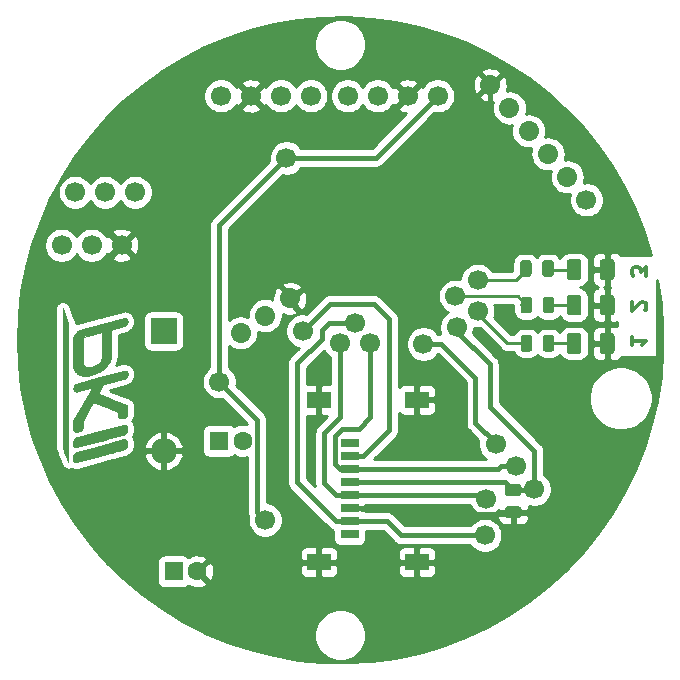
<source format=gbr>
G04 #@! TF.GenerationSoftware,KiCad,Pcbnew,(5.1.4-0-10_14)*
G04 #@! TF.CreationDate,2020-03-10T19:27:28+01:00*
G04 #@! TF.ProjectId,CanSat2020Probe,43616e53-6174-4323-9032-3050726f6265,v01*
G04 #@! TF.SameCoordinates,Original*
G04 #@! TF.FileFunction,Copper,L2,Bot*
G04 #@! TF.FilePolarity,Positive*
%FSLAX46Y46*%
G04 Gerber Fmt 4.6, Leading zero omitted, Abs format (unit mm)*
G04 Created by KiCad (PCBNEW (5.1.4-0-10_14)) date 2020-03-10 19:27:28*
%MOMM*%
%LPD*%
G04 APERTURE LIST*
%ADD10C,0.300000*%
%ADD11C,0.010000*%
%ADD12C,1.700000*%
%ADD13R,2.000000X1.450000*%
%ADD14R,1.500000X0.800000*%
%ADD15C,1.700000*%
%ADD16R,2.200000X2.200000*%
%ADD17O,2.200000X2.200000*%
%ADD18R,1.600000X1.600000*%
%ADD19C,1.600000*%
%ADD20C,0.100000*%
%ADD21C,0.975000*%
%ADD22C,1.250000*%
%ADD23C,0.250000*%
%ADD24C,0.406400*%
%ADD25C,0.254000*%
G04 APERTURE END LIST*
D10*
X174707142Y-99778571D02*
X174707142Y-100464285D01*
X174707142Y-100121428D02*
X175907142Y-100121428D01*
X175735714Y-100235714D01*
X175621428Y-100350000D01*
X175564285Y-100464285D01*
X175792857Y-97492857D02*
X175850000Y-97435714D01*
X175907142Y-97321428D01*
X175907142Y-97035714D01*
X175850000Y-96921428D01*
X175792857Y-96864285D01*
X175678571Y-96807142D01*
X175564285Y-96807142D01*
X175392857Y-96864285D01*
X174707142Y-97550000D01*
X174707142Y-96807142D01*
X175907142Y-94578571D02*
X175907142Y-93835714D01*
X175450000Y-94235714D01*
X175450000Y-94064285D01*
X175392857Y-93950000D01*
X175335714Y-93892857D01*
X175221428Y-93835714D01*
X174935714Y-93835714D01*
X174821428Y-93892857D01*
X174764285Y-93950000D01*
X174707142Y-94064285D01*
X174707142Y-94407142D01*
X174764285Y-94521428D01*
X174821428Y-94578571D01*
D11*
G36*
X126739445Y-109722035D02*
G01*
X126763914Y-109786749D01*
X126787715Y-109849690D01*
X126810719Y-109910517D01*
X126832797Y-109968890D01*
X126853822Y-110024470D01*
X126873663Y-110076915D01*
X126892193Y-110125887D01*
X126909282Y-110171045D01*
X126924802Y-110212048D01*
X126938625Y-110248557D01*
X126950621Y-110280232D01*
X126960661Y-110306732D01*
X126968618Y-110327718D01*
X126974362Y-110342849D01*
X126977765Y-110351785D01*
X126978702Y-110354214D01*
X126978806Y-110350861D01*
X126978910Y-110340372D01*
X126979013Y-110322865D01*
X126979115Y-110298463D01*
X126979215Y-110267285D01*
X126979315Y-110229451D01*
X126979413Y-110185083D01*
X126979511Y-110134299D01*
X126979606Y-110077221D01*
X126979701Y-110013969D01*
X126979794Y-109944663D01*
X126979886Y-109869423D01*
X126979975Y-109788371D01*
X126980064Y-109701625D01*
X126980151Y-109609307D01*
X126980236Y-109511537D01*
X126980319Y-109408435D01*
X126980400Y-109300122D01*
X126980479Y-109186717D01*
X126980557Y-109068341D01*
X126980632Y-108945115D01*
X126980706Y-108817159D01*
X126980777Y-108684593D01*
X126980846Y-108547538D01*
X126980912Y-108406113D01*
X126980977Y-108260440D01*
X126981038Y-108110638D01*
X126981098Y-107956827D01*
X126981155Y-107799129D01*
X126981209Y-107637664D01*
X126981261Y-107472551D01*
X126981310Y-107303911D01*
X126981356Y-107131865D01*
X126981399Y-106956533D01*
X126981440Y-106778035D01*
X126981477Y-106596491D01*
X126981512Y-106412022D01*
X126981543Y-106224749D01*
X126981571Y-106034790D01*
X126981596Y-105842268D01*
X126981618Y-105647302D01*
X126981637Y-105450012D01*
X126981652Y-105250519D01*
X126981664Y-105048943D01*
X126981672Y-104845404D01*
X126981677Y-104640024D01*
X126981678Y-104466857D01*
X126981672Y-98572243D01*
X126504986Y-97342877D01*
X126504078Y-103219995D01*
X126503170Y-109097114D01*
X126739445Y-109722035D01*
X126739445Y-109722035D01*
G37*
X126739445Y-109722035D02*
X126763914Y-109786749D01*
X126787715Y-109849690D01*
X126810719Y-109910517D01*
X126832797Y-109968890D01*
X126853822Y-110024470D01*
X126873663Y-110076915D01*
X126892193Y-110125887D01*
X126909282Y-110171045D01*
X126924802Y-110212048D01*
X126938625Y-110248557D01*
X126950621Y-110280232D01*
X126960661Y-110306732D01*
X126968618Y-110327718D01*
X126974362Y-110342849D01*
X126977765Y-110351785D01*
X126978702Y-110354214D01*
X126978806Y-110350861D01*
X126978910Y-110340372D01*
X126979013Y-110322865D01*
X126979115Y-110298463D01*
X126979215Y-110267285D01*
X126979315Y-110229451D01*
X126979413Y-110185083D01*
X126979511Y-110134299D01*
X126979606Y-110077221D01*
X126979701Y-110013969D01*
X126979794Y-109944663D01*
X126979886Y-109869423D01*
X126979975Y-109788371D01*
X126980064Y-109701625D01*
X126980151Y-109609307D01*
X126980236Y-109511537D01*
X126980319Y-109408435D01*
X126980400Y-109300122D01*
X126980479Y-109186717D01*
X126980557Y-109068341D01*
X126980632Y-108945115D01*
X126980706Y-108817159D01*
X126980777Y-108684593D01*
X126980846Y-108547538D01*
X126980912Y-108406113D01*
X126980977Y-108260440D01*
X126981038Y-108110638D01*
X126981098Y-107956827D01*
X126981155Y-107799129D01*
X126981209Y-107637664D01*
X126981261Y-107472551D01*
X126981310Y-107303911D01*
X126981356Y-107131865D01*
X126981399Y-106956533D01*
X126981440Y-106778035D01*
X126981477Y-106596491D01*
X126981512Y-106412022D01*
X126981543Y-106224749D01*
X126981571Y-106034790D01*
X126981596Y-105842268D01*
X126981618Y-105647302D01*
X126981637Y-105450012D01*
X126981652Y-105250519D01*
X126981664Y-105048943D01*
X126981672Y-104845404D01*
X126981677Y-104640024D01*
X126981678Y-104466857D01*
X126981672Y-98572243D01*
X126504986Y-97342877D01*
X126504078Y-103219995D01*
X126503170Y-109097114D01*
X126739445Y-109722035D01*
G36*
X127363586Y-110075485D02*
G01*
X127364707Y-110102574D01*
X127366518Y-110121994D01*
X127375619Y-110172393D01*
X127388907Y-110216878D01*
X127406418Y-110255490D01*
X127428192Y-110288269D01*
X127454266Y-110315257D01*
X127484677Y-110336493D01*
X127519464Y-110352019D01*
X127558665Y-110361876D01*
X127593558Y-110365725D01*
X127629843Y-110367743D01*
X129670915Y-109820879D01*
X129814094Y-109782516D01*
X129950434Y-109745984D01*
X130080104Y-109711236D01*
X130203275Y-109678227D01*
X130320116Y-109646909D01*
X130430798Y-109617238D01*
X130535492Y-109589165D01*
X130634367Y-109562645D01*
X130727593Y-109537632D01*
X130815341Y-109514079D01*
X130897781Y-109491941D01*
X130975084Y-109471170D01*
X131047419Y-109451721D01*
X131114956Y-109433546D01*
X131177867Y-109416601D01*
X131236321Y-109400838D01*
X131290488Y-109386212D01*
X131340539Y-109372675D01*
X131386643Y-109360182D01*
X131428972Y-109348687D01*
X131467695Y-109338143D01*
X131502982Y-109328503D01*
X131535004Y-109319722D01*
X131563931Y-109311753D01*
X131589933Y-109304550D01*
X131613181Y-109298066D01*
X131633844Y-109292256D01*
X131652093Y-109287072D01*
X131668098Y-109282470D01*
X131682029Y-109278401D01*
X131694057Y-109274821D01*
X131704351Y-109271682D01*
X131713083Y-109268939D01*
X131720421Y-109266545D01*
X131726537Y-109264454D01*
X131731601Y-109262620D01*
X131735782Y-109260995D01*
X131739252Y-109259535D01*
X131742180Y-109258192D01*
X131744736Y-109256921D01*
X131745236Y-109256662D01*
X131792892Y-109227946D01*
X131835169Y-109194370D01*
X131872034Y-109155981D01*
X131903454Y-109112826D01*
X131929396Y-109064952D01*
X131949828Y-109012407D01*
X131964715Y-108955237D01*
X131968081Y-108937277D01*
X131970924Y-108916495D01*
X131973380Y-108890550D01*
X131975352Y-108861527D01*
X131976741Y-108831511D01*
X131977449Y-108802586D01*
X131977378Y-108776838D01*
X131976533Y-108757643D01*
X131972322Y-108713290D01*
X131966744Y-108674565D01*
X131959491Y-108639917D01*
X131950257Y-108607793D01*
X131942552Y-108586246D01*
X131923797Y-108546655D01*
X131900233Y-108512426D01*
X131872069Y-108483726D01*
X131839515Y-108460719D01*
X131802782Y-108443571D01*
X131762077Y-108432447D01*
X131744133Y-108429647D01*
X131716557Y-108426223D01*
X129678643Y-108971938D01*
X129534305Y-109010586D01*
X129396806Y-109047398D01*
X129265978Y-109082421D01*
X129141650Y-109115704D01*
X129023654Y-109147293D01*
X128911820Y-109177236D01*
X128805980Y-109205581D01*
X128705964Y-109232375D01*
X128611603Y-109257666D01*
X128522728Y-109281500D01*
X128439170Y-109303927D01*
X128360759Y-109324992D01*
X128287326Y-109344745D01*
X128218702Y-109363231D01*
X128154718Y-109380499D01*
X128095205Y-109396597D01*
X128039993Y-109411571D01*
X127988914Y-109425469D01*
X127941798Y-109438339D01*
X127898476Y-109450229D01*
X127858778Y-109461185D01*
X127822536Y-109471255D01*
X127789581Y-109480488D01*
X127759742Y-109488929D01*
X127732852Y-109496628D01*
X127708741Y-109503631D01*
X127687239Y-109509986D01*
X127668178Y-109515740D01*
X127651388Y-109520941D01*
X127636700Y-109525636D01*
X127623945Y-109529874D01*
X127612954Y-109533700D01*
X127603557Y-109537164D01*
X127595586Y-109540313D01*
X127588871Y-109543193D01*
X127583243Y-109545853D01*
X127578532Y-109548339D01*
X127574571Y-109550701D01*
X127571188Y-109552984D01*
X127568217Y-109555237D01*
X127565486Y-109557507D01*
X127562827Y-109559841D01*
X127560070Y-109562288D01*
X127557048Y-109564894D01*
X127553589Y-109567707D01*
X127551484Y-109569327D01*
X127510785Y-109604504D01*
X127474942Y-109645047D01*
X127443946Y-109690966D01*
X127417794Y-109742272D01*
X127396478Y-109798975D01*
X127379994Y-109861085D01*
X127374015Y-109891571D01*
X127370516Y-109916098D01*
X127367646Y-109945388D01*
X127365462Y-109977705D01*
X127364019Y-110011316D01*
X127363375Y-110044487D01*
X127363586Y-110075485D01*
X127363586Y-110075485D01*
G37*
X127363586Y-110075485D02*
X127364707Y-110102574D01*
X127366518Y-110121994D01*
X127375619Y-110172393D01*
X127388907Y-110216878D01*
X127406418Y-110255490D01*
X127428192Y-110288269D01*
X127454266Y-110315257D01*
X127484677Y-110336493D01*
X127519464Y-110352019D01*
X127558665Y-110361876D01*
X127593558Y-110365725D01*
X127629843Y-110367743D01*
X129670915Y-109820879D01*
X129814094Y-109782516D01*
X129950434Y-109745984D01*
X130080104Y-109711236D01*
X130203275Y-109678227D01*
X130320116Y-109646909D01*
X130430798Y-109617238D01*
X130535492Y-109589165D01*
X130634367Y-109562645D01*
X130727593Y-109537632D01*
X130815341Y-109514079D01*
X130897781Y-109491941D01*
X130975084Y-109471170D01*
X131047419Y-109451721D01*
X131114956Y-109433546D01*
X131177867Y-109416601D01*
X131236321Y-109400838D01*
X131290488Y-109386212D01*
X131340539Y-109372675D01*
X131386643Y-109360182D01*
X131428972Y-109348687D01*
X131467695Y-109338143D01*
X131502982Y-109328503D01*
X131535004Y-109319722D01*
X131563931Y-109311753D01*
X131589933Y-109304550D01*
X131613181Y-109298066D01*
X131633844Y-109292256D01*
X131652093Y-109287072D01*
X131668098Y-109282470D01*
X131682029Y-109278401D01*
X131694057Y-109274821D01*
X131704351Y-109271682D01*
X131713083Y-109268939D01*
X131720421Y-109266545D01*
X131726537Y-109264454D01*
X131731601Y-109262620D01*
X131735782Y-109260995D01*
X131739252Y-109259535D01*
X131742180Y-109258192D01*
X131744736Y-109256921D01*
X131745236Y-109256662D01*
X131792892Y-109227946D01*
X131835169Y-109194370D01*
X131872034Y-109155981D01*
X131903454Y-109112826D01*
X131929396Y-109064952D01*
X131949828Y-109012407D01*
X131964715Y-108955237D01*
X131968081Y-108937277D01*
X131970924Y-108916495D01*
X131973380Y-108890550D01*
X131975352Y-108861527D01*
X131976741Y-108831511D01*
X131977449Y-108802586D01*
X131977378Y-108776838D01*
X131976533Y-108757643D01*
X131972322Y-108713290D01*
X131966744Y-108674565D01*
X131959491Y-108639917D01*
X131950257Y-108607793D01*
X131942552Y-108586246D01*
X131923797Y-108546655D01*
X131900233Y-108512426D01*
X131872069Y-108483726D01*
X131839515Y-108460719D01*
X131802782Y-108443571D01*
X131762077Y-108432447D01*
X131744133Y-108429647D01*
X131716557Y-108426223D01*
X129678643Y-108971938D01*
X129534305Y-109010586D01*
X129396806Y-109047398D01*
X129265978Y-109082421D01*
X129141650Y-109115704D01*
X129023654Y-109147293D01*
X128911820Y-109177236D01*
X128805980Y-109205581D01*
X128705964Y-109232375D01*
X128611603Y-109257666D01*
X128522728Y-109281500D01*
X128439170Y-109303927D01*
X128360759Y-109324992D01*
X128287326Y-109344745D01*
X128218702Y-109363231D01*
X128154718Y-109380499D01*
X128095205Y-109396597D01*
X128039993Y-109411571D01*
X127988914Y-109425469D01*
X127941798Y-109438339D01*
X127898476Y-109450229D01*
X127858778Y-109461185D01*
X127822536Y-109471255D01*
X127789581Y-109480488D01*
X127759742Y-109488929D01*
X127732852Y-109496628D01*
X127708741Y-109503631D01*
X127687239Y-109509986D01*
X127668178Y-109515740D01*
X127651388Y-109520941D01*
X127636700Y-109525636D01*
X127623945Y-109529874D01*
X127612954Y-109533700D01*
X127603557Y-109537164D01*
X127595586Y-109540313D01*
X127588871Y-109543193D01*
X127583243Y-109545853D01*
X127578532Y-109548339D01*
X127574571Y-109550701D01*
X127571188Y-109552984D01*
X127568217Y-109555237D01*
X127565486Y-109557507D01*
X127562827Y-109559841D01*
X127560070Y-109562288D01*
X127557048Y-109564894D01*
X127553589Y-109567707D01*
X127551484Y-109569327D01*
X127510785Y-109604504D01*
X127474942Y-109645047D01*
X127443946Y-109690966D01*
X127417794Y-109742272D01*
X127396478Y-109798975D01*
X127379994Y-109861085D01*
X127374015Y-109891571D01*
X127370516Y-109916098D01*
X127367646Y-109945388D01*
X127365462Y-109977705D01*
X127364019Y-110011316D01*
X127363375Y-110044487D01*
X127363586Y-110075485D01*
G36*
X127366759Y-108856426D02*
G01*
X127372419Y-108899116D01*
X127381169Y-108936996D01*
X127393152Y-108970713D01*
X127408511Y-109000913D01*
X127424054Y-109023942D01*
X127448852Y-109051476D01*
X127477294Y-109073267D01*
X127509792Y-109089515D01*
X127546756Y-109100422D01*
X127588599Y-109106187D01*
X127593558Y-109106518D01*
X127629843Y-109108707D01*
X129670915Y-108561754D01*
X129820312Y-108521716D01*
X129962838Y-108483511D01*
X130098632Y-108447102D01*
X130227835Y-108412451D01*
X130350585Y-108379519D01*
X130467024Y-108348270D01*
X130577292Y-108318664D01*
X130681527Y-108290665D01*
X130779871Y-108264234D01*
X130872463Y-108239333D01*
X130959443Y-108215925D01*
X131040951Y-108193971D01*
X131117128Y-108173434D01*
X131188112Y-108154276D01*
X131254045Y-108136459D01*
X131315066Y-108119944D01*
X131371316Y-108104695D01*
X131422933Y-108090673D01*
X131470059Y-108077841D01*
X131512832Y-108066159D01*
X131551394Y-108055592D01*
X131585884Y-108046099D01*
X131616442Y-108037645D01*
X131643208Y-108030190D01*
X131666323Y-108023698D01*
X131685925Y-108018129D01*
X131702155Y-108013447D01*
X131715154Y-108009612D01*
X131725060Y-108006588D01*
X131732015Y-108004337D01*
X131736158Y-108002820D01*
X131736959Y-108002460D01*
X131776598Y-107980128D01*
X131813209Y-107953494D01*
X131846727Y-107923184D01*
X131880918Y-107885151D01*
X131909642Y-107843900D01*
X131933052Y-107799025D01*
X131951302Y-107750118D01*
X131964542Y-107696772D01*
X131972926Y-107638582D01*
X131976576Y-107576563D01*
X131976951Y-107554865D01*
X131977110Y-107534268D01*
X131977052Y-107516500D01*
X131976779Y-107503289D01*
X131976533Y-107498528D01*
X131970812Y-107443320D01*
X131962445Y-107394438D01*
X131951259Y-107351385D01*
X131937078Y-107313663D01*
X131919729Y-107280776D01*
X131899037Y-107252225D01*
X131884755Y-107236782D01*
X131857200Y-107213106D01*
X131827604Y-107194994D01*
X131794598Y-107181783D01*
X131756812Y-107172812D01*
X131750086Y-107171703D01*
X131719243Y-107166893D01*
X129679986Y-107712832D01*
X129521400Y-107755294D01*
X129369754Y-107795911D01*
X129224972Y-107834703D01*
X129086981Y-107871690D01*
X128955707Y-107906891D01*
X128831075Y-107940328D01*
X128713011Y-107972020D01*
X128601441Y-108001987D01*
X128496292Y-108030249D01*
X128397487Y-108056826D01*
X128304954Y-108081739D01*
X128218619Y-108105007D01*
X128138406Y-108126650D01*
X128064242Y-108146688D01*
X127996053Y-108165142D01*
X127933765Y-108182031D01*
X127877302Y-108197376D01*
X127826592Y-108211196D01*
X127781559Y-108223512D01*
X127742131Y-108234344D01*
X127708231Y-108243711D01*
X127679787Y-108251634D01*
X127656724Y-108258132D01*
X127638968Y-108263226D01*
X127626445Y-108266937D01*
X127619080Y-108269282D01*
X127617143Y-108270026D01*
X127574977Y-108293959D01*
X127535039Y-108324141D01*
X127498167Y-108359696D01*
X127465202Y-108399749D01*
X127436984Y-108443424D01*
X127421171Y-108474235D01*
X127401322Y-108523362D01*
X127385840Y-108575655D01*
X127374566Y-108631890D01*
X127367342Y-108692847D01*
X127364129Y-108754023D01*
X127364043Y-108808277D01*
X127366759Y-108856426D01*
X127366759Y-108856426D01*
G37*
X127366759Y-108856426D02*
X127372419Y-108899116D01*
X127381169Y-108936996D01*
X127393152Y-108970713D01*
X127408511Y-109000913D01*
X127424054Y-109023942D01*
X127448852Y-109051476D01*
X127477294Y-109073267D01*
X127509792Y-109089515D01*
X127546756Y-109100422D01*
X127588599Y-109106187D01*
X127593558Y-109106518D01*
X127629843Y-109108707D01*
X129670915Y-108561754D01*
X129820312Y-108521716D01*
X129962838Y-108483511D01*
X130098632Y-108447102D01*
X130227835Y-108412451D01*
X130350585Y-108379519D01*
X130467024Y-108348270D01*
X130577292Y-108318664D01*
X130681527Y-108290665D01*
X130779871Y-108264234D01*
X130872463Y-108239333D01*
X130959443Y-108215925D01*
X131040951Y-108193971D01*
X131117128Y-108173434D01*
X131188112Y-108154276D01*
X131254045Y-108136459D01*
X131315066Y-108119944D01*
X131371316Y-108104695D01*
X131422933Y-108090673D01*
X131470059Y-108077841D01*
X131512832Y-108066159D01*
X131551394Y-108055592D01*
X131585884Y-108046099D01*
X131616442Y-108037645D01*
X131643208Y-108030190D01*
X131666323Y-108023698D01*
X131685925Y-108018129D01*
X131702155Y-108013447D01*
X131715154Y-108009612D01*
X131725060Y-108006588D01*
X131732015Y-108004337D01*
X131736158Y-108002820D01*
X131736959Y-108002460D01*
X131776598Y-107980128D01*
X131813209Y-107953494D01*
X131846727Y-107923184D01*
X131880918Y-107885151D01*
X131909642Y-107843900D01*
X131933052Y-107799025D01*
X131951302Y-107750118D01*
X131964542Y-107696772D01*
X131972926Y-107638582D01*
X131976576Y-107576563D01*
X131976951Y-107554865D01*
X131977110Y-107534268D01*
X131977052Y-107516500D01*
X131976779Y-107503289D01*
X131976533Y-107498528D01*
X131970812Y-107443320D01*
X131962445Y-107394438D01*
X131951259Y-107351385D01*
X131937078Y-107313663D01*
X131919729Y-107280776D01*
X131899037Y-107252225D01*
X131884755Y-107236782D01*
X131857200Y-107213106D01*
X131827604Y-107194994D01*
X131794598Y-107181783D01*
X131756812Y-107172812D01*
X131750086Y-107171703D01*
X131719243Y-107166893D01*
X129679986Y-107712832D01*
X129521400Y-107755294D01*
X129369754Y-107795911D01*
X129224972Y-107834703D01*
X129086981Y-107871690D01*
X128955707Y-107906891D01*
X128831075Y-107940328D01*
X128713011Y-107972020D01*
X128601441Y-108001987D01*
X128496292Y-108030249D01*
X128397487Y-108056826D01*
X128304954Y-108081739D01*
X128218619Y-108105007D01*
X128138406Y-108126650D01*
X128064242Y-108146688D01*
X127996053Y-108165142D01*
X127933765Y-108182031D01*
X127877302Y-108197376D01*
X127826592Y-108211196D01*
X127781559Y-108223512D01*
X127742131Y-108234344D01*
X127708231Y-108243711D01*
X127679787Y-108251634D01*
X127656724Y-108258132D01*
X127638968Y-108263226D01*
X127626445Y-108266937D01*
X127619080Y-108269282D01*
X127617143Y-108270026D01*
X127574977Y-108293959D01*
X127535039Y-108324141D01*
X127498167Y-108359696D01*
X127465202Y-108399749D01*
X127436984Y-108443424D01*
X127421171Y-108474235D01*
X127401322Y-108523362D01*
X127385840Y-108575655D01*
X127374566Y-108631890D01*
X127367342Y-108692847D01*
X127364129Y-108754023D01*
X127364043Y-108808277D01*
X127366759Y-108856426D01*
G36*
X127405790Y-107652906D02*
G01*
X127424353Y-107686097D01*
X127447599Y-107715679D01*
X127474457Y-107740491D01*
X127503855Y-107759377D01*
X127504534Y-107759723D01*
X127539130Y-107773555D01*
X127578788Y-107782727D01*
X127623016Y-107787249D01*
X127671320Y-107787130D01*
X127723208Y-107782382D01*
X127778188Y-107773014D01*
X127835766Y-107759037D01*
X127858255Y-107752509D01*
X127915924Y-107733340D01*
X127967125Y-107712649D01*
X128012555Y-107690069D01*
X128052909Y-107665233D01*
X128088886Y-107637774D01*
X128107324Y-107621167D01*
X128137329Y-107589267D01*
X128160973Y-107556523D01*
X128179127Y-107521490D01*
X128192661Y-107482719D01*
X128194277Y-107476757D01*
X128195620Y-107471527D01*
X128196790Y-107466417D01*
X128197795Y-107460929D01*
X128198643Y-107454566D01*
X128199342Y-107446829D01*
X128199898Y-107437222D01*
X128200319Y-107425245D01*
X128200614Y-107410402D01*
X128200789Y-107392194D01*
X128200851Y-107370124D01*
X128200810Y-107343694D01*
X128200671Y-107312407D01*
X128200442Y-107275764D01*
X128200132Y-107233267D01*
X128199747Y-107184420D01*
X128199382Y-107139291D01*
X128196871Y-106830853D01*
X128635039Y-106056162D01*
X128674397Y-105986589D01*
X128712842Y-105918655D01*
X128750219Y-105852631D01*
X128786373Y-105788790D01*
X128821151Y-105727405D01*
X128854397Y-105668748D01*
X128885956Y-105613091D01*
X128915675Y-105560707D01*
X128943398Y-105511868D01*
X128968970Y-105466846D01*
X128992238Y-105425913D01*
X129013046Y-105389343D01*
X129031240Y-105357407D01*
X129046665Y-105330377D01*
X129059166Y-105308527D01*
X129068589Y-105292128D01*
X129074779Y-105281453D01*
X129077582Y-105276774D01*
X129077716Y-105276589D01*
X129079079Y-105276481D01*
X129082399Y-105277188D01*
X129087879Y-105278786D01*
X129095719Y-105281354D01*
X129106120Y-105284971D01*
X129119283Y-105289713D01*
X129135410Y-105295660D01*
X129154701Y-105302888D01*
X129177357Y-105311478D01*
X129203580Y-105321505D01*
X129233570Y-105333049D01*
X129267529Y-105346188D01*
X129305658Y-105360999D01*
X129348157Y-105377561D01*
X129395228Y-105395952D01*
X129447072Y-105416249D01*
X129503889Y-105438532D01*
X129565882Y-105462877D01*
X129633250Y-105489364D01*
X129706196Y-105518070D01*
X129784920Y-105549073D01*
X129869623Y-105582451D01*
X129960506Y-105618283D01*
X130057770Y-105656646D01*
X130142198Y-105689956D01*
X131202172Y-106108207D01*
X131202172Y-106489937D01*
X131218120Y-106517076D01*
X131243665Y-106554833D01*
X131272463Y-106586400D01*
X131305102Y-106612340D01*
X131338243Y-106631334D01*
X131363408Y-106642404D01*
X131387602Y-106650256D01*
X131412671Y-106655218D01*
X131440461Y-106657617D01*
X131472818Y-106657781D01*
X131484994Y-106657393D01*
X131514728Y-106655673D01*
X131541569Y-106652730D01*
X131567576Y-106648162D01*
X131594810Y-106641563D01*
X131625332Y-106632529D01*
X131645857Y-106625847D01*
X131707020Y-106602524D01*
X131762314Y-106575348D01*
X131811611Y-106544392D01*
X131854782Y-106509733D01*
X131868118Y-106497043D01*
X131901885Y-106459390D01*
X131929119Y-106419800D01*
X131950503Y-106377117D01*
X131966718Y-106330184D01*
X131966821Y-106329815D01*
X131976872Y-106293843D01*
X131976872Y-105550356D01*
X130743760Y-105052845D01*
X130653014Y-105016229D01*
X130563976Y-104980294D01*
X130476881Y-104945136D01*
X130391968Y-104910850D01*
X130309471Y-104877532D01*
X130229629Y-104845278D01*
X130152676Y-104814185D01*
X130078851Y-104784346D01*
X130008390Y-104755859D01*
X129941528Y-104728819D01*
X129878504Y-104703321D01*
X129819553Y-104679462D01*
X129764912Y-104657337D01*
X129714817Y-104637042D01*
X129669506Y-104618673D01*
X129629214Y-104602325D01*
X129594179Y-104588094D01*
X129564636Y-104576076D01*
X129540823Y-104566367D01*
X129522977Y-104559062D01*
X129511333Y-104554258D01*
X129506128Y-104552049D01*
X129505866Y-104551917D01*
X129505872Y-104550001D01*
X129507565Y-104545202D01*
X129511087Y-104537257D01*
X129516579Y-104525898D01*
X129524182Y-104510859D01*
X129534038Y-104491875D01*
X129546289Y-104468678D01*
X129561075Y-104441004D01*
X129578539Y-104408585D01*
X129598822Y-104371156D01*
X129622065Y-104328450D01*
X129648410Y-104280202D01*
X129677998Y-104226145D01*
X129710971Y-104166012D01*
X129711151Y-104165686D01*
X129742759Y-104108100D01*
X129771079Y-104056546D01*
X129796304Y-104010689D01*
X129818626Y-103970193D01*
X129838237Y-103934722D01*
X129855329Y-103903941D01*
X129870096Y-103877513D01*
X129882729Y-103855102D01*
X129893421Y-103836374D01*
X129902364Y-103820991D01*
X129909751Y-103808619D01*
X129915774Y-103798922D01*
X129920625Y-103791564D01*
X129924498Y-103786208D01*
X129927583Y-103782520D01*
X129930074Y-103780163D01*
X129932163Y-103778802D01*
X129933044Y-103778417D01*
X129937547Y-103777077D01*
X129948751Y-103773904D01*
X129966358Y-103768980D01*
X129990070Y-103762388D01*
X130019589Y-103754208D01*
X130054617Y-103744524D01*
X130094854Y-103733418D01*
X130140004Y-103720971D01*
X130189766Y-103707266D01*
X130243844Y-103692385D01*
X130301939Y-103676410D01*
X130363752Y-103659422D01*
X130428986Y-103641505D01*
X130497342Y-103622741D01*
X130568521Y-103603210D01*
X130642226Y-103582996D01*
X130718157Y-103562181D01*
X130796018Y-103540846D01*
X130839315Y-103528986D01*
X130918221Y-103507359D01*
X130995419Y-103486170D01*
X131070607Y-103465503D01*
X131143482Y-103445442D01*
X131213743Y-103426072D01*
X131281087Y-103407475D01*
X131345212Y-103389737D01*
X131405818Y-103372941D01*
X131462601Y-103357171D01*
X131515259Y-103342512D01*
X131563492Y-103329046D01*
X131606996Y-103316859D01*
X131645470Y-103306034D01*
X131678611Y-103296656D01*
X131706118Y-103288808D01*
X131727690Y-103282574D01*
X131743023Y-103278038D01*
X131751815Y-103275285D01*
X131753715Y-103274580D01*
X131777515Y-103261791D01*
X131803940Y-103245015D01*
X131830877Y-103225759D01*
X131856213Y-103205533D01*
X131877562Y-103186117D01*
X131913150Y-103145998D01*
X131942441Y-103102291D01*
X131965447Y-103054969D01*
X131982180Y-103004007D01*
X131992653Y-102949379D01*
X131993009Y-102946581D01*
X131994582Y-102928774D01*
X131995636Y-102906342D01*
X131996146Y-102881690D01*
X131996088Y-102857224D01*
X131995437Y-102835350D01*
X131994285Y-102819486D01*
X131991255Y-102800989D01*
X131986149Y-102779190D01*
X131979741Y-102756823D01*
X131972803Y-102736623D01*
X131967128Y-102723328D01*
X131948079Y-102691157D01*
X131925319Y-102664682D01*
X131898523Y-102643724D01*
X131867368Y-102628105D01*
X131831528Y-102617648D01*
X131790680Y-102612175D01*
X131762786Y-102611207D01*
X131715615Y-102611102D01*
X129679986Y-103156693D01*
X127644358Y-103702283D01*
X127608502Y-103725855D01*
X127563692Y-103758953D01*
X127525178Y-103795330D01*
X127492710Y-103835363D01*
X127466037Y-103879430D01*
X127444908Y-103927908D01*
X127429073Y-103981174D01*
X127424349Y-104002966D01*
X127420568Y-104027237D01*
X127417817Y-104055288D01*
X127416109Y-104085488D01*
X127415460Y-104116202D01*
X127415884Y-104145797D01*
X127417396Y-104172641D01*
X127420010Y-104195100D01*
X127422523Y-104207414D01*
X127436303Y-104247346D01*
X127455339Y-104282275D01*
X127479623Y-104312192D01*
X127509145Y-104337089D01*
X127543895Y-104356956D01*
X127583865Y-104371783D01*
X127594064Y-104374548D01*
X127610317Y-104378394D01*
X127625085Y-104381396D01*
X127636192Y-104383134D01*
X127639896Y-104383400D01*
X127644467Y-104382487D01*
X127655709Y-104379807D01*
X127673275Y-104375450D01*
X127696818Y-104369507D01*
X127725993Y-104362066D01*
X127760455Y-104353217D01*
X127799856Y-104343051D01*
X127843852Y-104331656D01*
X127892095Y-104319123D01*
X127944241Y-104305542D01*
X127999944Y-104291002D01*
X128058857Y-104275593D01*
X128120634Y-104259404D01*
X128184929Y-104242526D01*
X128251398Y-104225048D01*
X128319692Y-104207060D01*
X128325709Y-104205474D01*
X128393988Y-104187479D01*
X128460378Y-104169995D01*
X128524538Y-104153111D01*
X128586131Y-104136915D01*
X128644817Y-104121496D01*
X128700256Y-104106943D01*
X128752109Y-104093345D01*
X128800037Y-104080791D01*
X128843701Y-104069369D01*
X128882762Y-104059168D01*
X128916879Y-104050277D01*
X128945715Y-104042785D01*
X128968929Y-104036780D01*
X128986182Y-104032352D01*
X128997135Y-104029590D01*
X129001450Y-104028581D01*
X129001504Y-104028581D01*
X128999800Y-104031776D01*
X128994639Y-104041090D01*
X128986133Y-104056323D01*
X128974396Y-104077274D01*
X128959540Y-104103745D01*
X128941678Y-104135534D01*
X128920923Y-104172443D01*
X128897386Y-104214270D01*
X128871182Y-104260817D01*
X128842422Y-104311883D01*
X128811219Y-104367269D01*
X128777687Y-104426774D01*
X128741937Y-104490199D01*
X128704082Y-104557343D01*
X128664235Y-104628007D01*
X128622509Y-104701992D01*
X128579016Y-104779095D01*
X128533869Y-104859119D01*
X128487181Y-104941864D01*
X128439064Y-105027128D01*
X128389631Y-105114712D01*
X128338995Y-105204417D01*
X128287268Y-105296043D01*
X128234563Y-105389388D01*
X128202273Y-105446571D01*
X127402125Y-106863528D01*
X127398589Y-107246506D01*
X127395053Y-107629483D01*
X127405790Y-107652906D01*
X127405790Y-107652906D01*
G37*
X127405790Y-107652906D02*
X127424353Y-107686097D01*
X127447599Y-107715679D01*
X127474457Y-107740491D01*
X127503855Y-107759377D01*
X127504534Y-107759723D01*
X127539130Y-107773555D01*
X127578788Y-107782727D01*
X127623016Y-107787249D01*
X127671320Y-107787130D01*
X127723208Y-107782382D01*
X127778188Y-107773014D01*
X127835766Y-107759037D01*
X127858255Y-107752509D01*
X127915924Y-107733340D01*
X127967125Y-107712649D01*
X128012555Y-107690069D01*
X128052909Y-107665233D01*
X128088886Y-107637774D01*
X128107324Y-107621167D01*
X128137329Y-107589267D01*
X128160973Y-107556523D01*
X128179127Y-107521490D01*
X128192661Y-107482719D01*
X128194277Y-107476757D01*
X128195620Y-107471527D01*
X128196790Y-107466417D01*
X128197795Y-107460929D01*
X128198643Y-107454566D01*
X128199342Y-107446829D01*
X128199898Y-107437222D01*
X128200319Y-107425245D01*
X128200614Y-107410402D01*
X128200789Y-107392194D01*
X128200851Y-107370124D01*
X128200810Y-107343694D01*
X128200671Y-107312407D01*
X128200442Y-107275764D01*
X128200132Y-107233267D01*
X128199747Y-107184420D01*
X128199382Y-107139291D01*
X128196871Y-106830853D01*
X128635039Y-106056162D01*
X128674397Y-105986589D01*
X128712842Y-105918655D01*
X128750219Y-105852631D01*
X128786373Y-105788790D01*
X128821151Y-105727405D01*
X128854397Y-105668748D01*
X128885956Y-105613091D01*
X128915675Y-105560707D01*
X128943398Y-105511868D01*
X128968970Y-105466846D01*
X128992238Y-105425913D01*
X129013046Y-105389343D01*
X129031240Y-105357407D01*
X129046665Y-105330377D01*
X129059166Y-105308527D01*
X129068589Y-105292128D01*
X129074779Y-105281453D01*
X129077582Y-105276774D01*
X129077716Y-105276589D01*
X129079079Y-105276481D01*
X129082399Y-105277188D01*
X129087879Y-105278786D01*
X129095719Y-105281354D01*
X129106120Y-105284971D01*
X129119283Y-105289713D01*
X129135410Y-105295660D01*
X129154701Y-105302888D01*
X129177357Y-105311478D01*
X129203580Y-105321505D01*
X129233570Y-105333049D01*
X129267529Y-105346188D01*
X129305658Y-105360999D01*
X129348157Y-105377561D01*
X129395228Y-105395952D01*
X129447072Y-105416249D01*
X129503889Y-105438532D01*
X129565882Y-105462877D01*
X129633250Y-105489364D01*
X129706196Y-105518070D01*
X129784920Y-105549073D01*
X129869623Y-105582451D01*
X129960506Y-105618283D01*
X130057770Y-105656646D01*
X130142198Y-105689956D01*
X131202172Y-106108207D01*
X131202172Y-106489937D01*
X131218120Y-106517076D01*
X131243665Y-106554833D01*
X131272463Y-106586400D01*
X131305102Y-106612340D01*
X131338243Y-106631334D01*
X131363408Y-106642404D01*
X131387602Y-106650256D01*
X131412671Y-106655218D01*
X131440461Y-106657617D01*
X131472818Y-106657781D01*
X131484994Y-106657393D01*
X131514728Y-106655673D01*
X131541569Y-106652730D01*
X131567576Y-106648162D01*
X131594810Y-106641563D01*
X131625332Y-106632529D01*
X131645857Y-106625847D01*
X131707020Y-106602524D01*
X131762314Y-106575348D01*
X131811611Y-106544392D01*
X131854782Y-106509733D01*
X131868118Y-106497043D01*
X131901885Y-106459390D01*
X131929119Y-106419800D01*
X131950503Y-106377117D01*
X131966718Y-106330184D01*
X131966821Y-106329815D01*
X131976872Y-106293843D01*
X131976872Y-105550356D01*
X130743760Y-105052845D01*
X130653014Y-105016229D01*
X130563976Y-104980294D01*
X130476881Y-104945136D01*
X130391968Y-104910850D01*
X130309471Y-104877532D01*
X130229629Y-104845278D01*
X130152676Y-104814185D01*
X130078851Y-104784346D01*
X130008390Y-104755859D01*
X129941528Y-104728819D01*
X129878504Y-104703321D01*
X129819553Y-104679462D01*
X129764912Y-104657337D01*
X129714817Y-104637042D01*
X129669506Y-104618673D01*
X129629214Y-104602325D01*
X129594179Y-104588094D01*
X129564636Y-104576076D01*
X129540823Y-104566367D01*
X129522977Y-104559062D01*
X129511333Y-104554258D01*
X129506128Y-104552049D01*
X129505866Y-104551917D01*
X129505872Y-104550001D01*
X129507565Y-104545202D01*
X129511087Y-104537257D01*
X129516579Y-104525898D01*
X129524182Y-104510859D01*
X129534038Y-104491875D01*
X129546289Y-104468678D01*
X129561075Y-104441004D01*
X129578539Y-104408585D01*
X129598822Y-104371156D01*
X129622065Y-104328450D01*
X129648410Y-104280202D01*
X129677998Y-104226145D01*
X129710971Y-104166012D01*
X129711151Y-104165686D01*
X129742759Y-104108100D01*
X129771079Y-104056546D01*
X129796304Y-104010689D01*
X129818626Y-103970193D01*
X129838237Y-103934722D01*
X129855329Y-103903941D01*
X129870096Y-103877513D01*
X129882729Y-103855102D01*
X129893421Y-103836374D01*
X129902364Y-103820991D01*
X129909751Y-103808619D01*
X129915774Y-103798922D01*
X129920625Y-103791564D01*
X129924498Y-103786208D01*
X129927583Y-103782520D01*
X129930074Y-103780163D01*
X129932163Y-103778802D01*
X129933044Y-103778417D01*
X129937547Y-103777077D01*
X129948751Y-103773904D01*
X129966358Y-103768980D01*
X129990070Y-103762388D01*
X130019589Y-103754208D01*
X130054617Y-103744524D01*
X130094854Y-103733418D01*
X130140004Y-103720971D01*
X130189766Y-103707266D01*
X130243844Y-103692385D01*
X130301939Y-103676410D01*
X130363752Y-103659422D01*
X130428986Y-103641505D01*
X130497342Y-103622741D01*
X130568521Y-103603210D01*
X130642226Y-103582996D01*
X130718157Y-103562181D01*
X130796018Y-103540846D01*
X130839315Y-103528986D01*
X130918221Y-103507359D01*
X130995419Y-103486170D01*
X131070607Y-103465503D01*
X131143482Y-103445442D01*
X131213743Y-103426072D01*
X131281087Y-103407475D01*
X131345212Y-103389737D01*
X131405818Y-103372941D01*
X131462601Y-103357171D01*
X131515259Y-103342512D01*
X131563492Y-103329046D01*
X131606996Y-103316859D01*
X131645470Y-103306034D01*
X131678611Y-103296656D01*
X131706118Y-103288808D01*
X131727690Y-103282574D01*
X131743023Y-103278038D01*
X131751815Y-103275285D01*
X131753715Y-103274580D01*
X131777515Y-103261791D01*
X131803940Y-103245015D01*
X131830877Y-103225759D01*
X131856213Y-103205533D01*
X131877562Y-103186117D01*
X131913150Y-103145998D01*
X131942441Y-103102291D01*
X131965447Y-103054969D01*
X131982180Y-103004007D01*
X131992653Y-102949379D01*
X131993009Y-102946581D01*
X131994582Y-102928774D01*
X131995636Y-102906342D01*
X131996146Y-102881690D01*
X131996088Y-102857224D01*
X131995437Y-102835350D01*
X131994285Y-102819486D01*
X131991255Y-102800989D01*
X131986149Y-102779190D01*
X131979741Y-102756823D01*
X131972803Y-102736623D01*
X131967128Y-102723328D01*
X131948079Y-102691157D01*
X131925319Y-102664682D01*
X131898523Y-102643724D01*
X131867368Y-102628105D01*
X131831528Y-102617648D01*
X131790680Y-102612175D01*
X131762786Y-102611207D01*
X131715615Y-102611102D01*
X129679986Y-103156693D01*
X127644358Y-103702283D01*
X127608502Y-103725855D01*
X127563692Y-103758953D01*
X127525178Y-103795330D01*
X127492710Y-103835363D01*
X127466037Y-103879430D01*
X127444908Y-103927908D01*
X127429073Y-103981174D01*
X127424349Y-104002966D01*
X127420568Y-104027237D01*
X127417817Y-104055288D01*
X127416109Y-104085488D01*
X127415460Y-104116202D01*
X127415884Y-104145797D01*
X127417396Y-104172641D01*
X127420010Y-104195100D01*
X127422523Y-104207414D01*
X127436303Y-104247346D01*
X127455339Y-104282275D01*
X127479623Y-104312192D01*
X127509145Y-104337089D01*
X127543895Y-104356956D01*
X127583865Y-104371783D01*
X127594064Y-104374548D01*
X127610317Y-104378394D01*
X127625085Y-104381396D01*
X127636192Y-104383134D01*
X127639896Y-104383400D01*
X127644467Y-104382487D01*
X127655709Y-104379807D01*
X127673275Y-104375450D01*
X127696818Y-104369507D01*
X127725993Y-104362066D01*
X127760455Y-104353217D01*
X127799856Y-104343051D01*
X127843852Y-104331656D01*
X127892095Y-104319123D01*
X127944241Y-104305542D01*
X127999944Y-104291002D01*
X128058857Y-104275593D01*
X128120634Y-104259404D01*
X128184929Y-104242526D01*
X128251398Y-104225048D01*
X128319692Y-104207060D01*
X128325709Y-104205474D01*
X128393988Y-104187479D01*
X128460378Y-104169995D01*
X128524538Y-104153111D01*
X128586131Y-104136915D01*
X128644817Y-104121496D01*
X128700256Y-104106943D01*
X128752109Y-104093345D01*
X128800037Y-104080791D01*
X128843701Y-104069369D01*
X128882762Y-104059168D01*
X128916879Y-104050277D01*
X128945715Y-104042785D01*
X128968929Y-104036780D01*
X128986182Y-104032352D01*
X128997135Y-104029590D01*
X129001450Y-104028581D01*
X129001504Y-104028581D01*
X128999800Y-104031776D01*
X128994639Y-104041090D01*
X128986133Y-104056323D01*
X128974396Y-104077274D01*
X128959540Y-104103745D01*
X128941678Y-104135534D01*
X128920923Y-104172443D01*
X128897386Y-104214270D01*
X128871182Y-104260817D01*
X128842422Y-104311883D01*
X128811219Y-104367269D01*
X128777687Y-104426774D01*
X128741937Y-104490199D01*
X128704082Y-104557343D01*
X128664235Y-104628007D01*
X128622509Y-104701992D01*
X128579016Y-104779095D01*
X128533869Y-104859119D01*
X128487181Y-104941864D01*
X128439064Y-105027128D01*
X128389631Y-105114712D01*
X128338995Y-105204417D01*
X128287268Y-105296043D01*
X128234563Y-105389388D01*
X128202273Y-105446571D01*
X127402125Y-106863528D01*
X127398589Y-107246506D01*
X127395053Y-107629483D01*
X127405790Y-107652906D01*
G36*
X127406679Y-101433175D02*
G01*
X127406689Y-101520993D01*
X127406711Y-101602725D01*
X127406748Y-101678607D01*
X127406804Y-101748874D01*
X127406882Y-101813759D01*
X127406986Y-101873496D01*
X127407119Y-101928322D01*
X127407284Y-101978469D01*
X127407485Y-102024172D01*
X127407725Y-102065667D01*
X127408009Y-102103187D01*
X127408339Y-102136966D01*
X127408718Y-102167240D01*
X127409151Y-102194242D01*
X127409640Y-102218207D01*
X127410190Y-102239370D01*
X127410803Y-102257965D01*
X127411483Y-102274227D01*
X127412234Y-102288390D01*
X127413059Y-102300687D01*
X127413961Y-102311355D01*
X127414944Y-102320628D01*
X127416012Y-102328738D01*
X127417167Y-102335923D01*
X127418413Y-102342415D01*
X127419754Y-102348449D01*
X127421194Y-102354260D01*
X127422735Y-102360081D01*
X127424381Y-102366149D01*
X127426136Y-102372696D01*
X127426715Y-102374910D01*
X127432461Y-102395169D01*
X127439576Y-102417632D01*
X127446748Y-102438200D01*
X127448487Y-102442803D01*
X127455506Y-102463202D01*
X127459863Y-102480737D01*
X127461115Y-102492065D01*
X127461878Y-102501121D01*
X127464555Y-102511117D01*
X127469728Y-102523611D01*
X127477976Y-102540163D01*
X127481609Y-102547036D01*
X127523870Y-102619089D01*
X127570839Y-102685740D01*
X127622408Y-102746890D01*
X127678470Y-102802444D01*
X127738918Y-102852302D01*
X127803646Y-102896369D01*
X127872547Y-102934546D01*
X127939140Y-102964228D01*
X128007158Y-102988189D01*
X128080136Y-103008077D01*
X128156846Y-103023618D01*
X128236064Y-103034534D01*
X128262659Y-103037083D01*
X128291770Y-103038968D01*
X128326378Y-103040222D01*
X128364754Y-103040856D01*
X128405165Y-103040881D01*
X128445880Y-103040308D01*
X128485170Y-103039148D01*
X128521302Y-103037412D01*
X128550720Y-103035275D01*
X128616815Y-103029402D01*
X128825458Y-102973630D01*
X128865013Y-102963114D01*
X128904017Y-102952853D01*
X128941634Y-102943059D01*
X128977025Y-102933947D01*
X129009352Y-102925730D01*
X129037778Y-102918621D01*
X129061465Y-102912833D01*
X129079575Y-102908580D01*
X129088529Y-102906622D01*
X129161489Y-102889960D01*
X129236429Y-102869847D01*
X129308058Y-102847795D01*
X129419928Y-102807358D01*
X129527892Y-102760951D01*
X129631997Y-102708534D01*
X129732289Y-102650068D01*
X129828813Y-102585515D01*
X129921616Y-102514834D01*
X130010744Y-102437987D01*
X130096243Y-102354936D01*
X130178158Y-102265639D01*
X130256537Y-102170059D01*
X130331425Y-102068157D01*
X130402867Y-101959893D01*
X130454363Y-101874243D01*
X130465126Y-101855457D01*
X130473774Y-101839755D01*
X130480921Y-101825689D01*
X130487181Y-101811813D01*
X130493167Y-101796681D01*
X130499492Y-101778848D01*
X130506771Y-101756865D01*
X130514907Y-101731513D01*
X130522715Y-101707315D01*
X130530138Y-101684850D01*
X130536794Y-101665233D01*
X130542300Y-101649580D01*
X130546275Y-101639005D01*
X130547869Y-101635356D01*
X130550705Y-101628270D01*
X130554987Y-101615501D01*
X130560301Y-101598382D01*
X130566235Y-101578245D01*
X130572285Y-101556743D01*
X130590736Y-101489614D01*
X130592561Y-100314050D01*
X130594386Y-99138485D01*
X131082429Y-99007594D01*
X131166308Y-98985057D01*
X131243290Y-98964289D01*
X131313506Y-98945254D01*
X131377089Y-98927913D01*
X131434169Y-98912231D01*
X131484878Y-98898172D01*
X131529349Y-98885698D01*
X131567713Y-98874773D01*
X131600101Y-98865360D01*
X131626646Y-98857423D01*
X131647479Y-98850925D01*
X131655743Y-98848221D01*
X131741015Y-98819741D01*
X131775900Y-98789478D01*
X131800270Y-98767437D01*
X131826039Y-98742562D01*
X131851538Y-98716563D01*
X131875103Y-98691153D01*
X131895064Y-98668044D01*
X131899590Y-98662458D01*
X131930514Y-98619643D01*
X131955622Y-98576344D01*
X131974719Y-98533111D01*
X131987612Y-98490494D01*
X131994108Y-98449042D01*
X131994013Y-98409304D01*
X131992728Y-98398201D01*
X131983651Y-98359239D01*
X131967492Y-98319578D01*
X131944362Y-98279484D01*
X131941549Y-98275283D01*
X131931010Y-98261470D01*
X131916349Y-98244572D01*
X131899052Y-98226110D01*
X131880606Y-98207602D01*
X131862499Y-98190569D01*
X131846218Y-98176528D01*
X131840452Y-98172017D01*
X131830473Y-98164931D01*
X131821432Y-98159906D01*
X131811246Y-98156156D01*
X131797834Y-98152899D01*
X131781211Y-98149730D01*
X131742276Y-98142708D01*
X129852974Y-98648854D01*
X129800636Y-98662874D01*
X129800636Y-99351310D01*
X129801089Y-99352417D01*
X129801512Y-99356188D01*
X129801907Y-99362830D01*
X129802275Y-99372550D01*
X129802615Y-99385553D01*
X129802931Y-99402047D01*
X129803221Y-99422237D01*
X129803487Y-99446330D01*
X129803730Y-99474534D01*
X129803950Y-99507053D01*
X129804149Y-99544095D01*
X129804327Y-99585867D01*
X129804486Y-99632574D01*
X129804625Y-99684423D01*
X129804747Y-99741621D01*
X129804851Y-99804374D01*
X129804939Y-99872889D01*
X129805012Y-99947372D01*
X129805070Y-100028030D01*
X129805114Y-100115069D01*
X129805145Y-100208696D01*
X129805164Y-100309116D01*
X129805171Y-100416538D01*
X129805172Y-100443621D01*
X129805169Y-100550406D01*
X129805158Y-100650171D01*
X129805140Y-100743153D01*
X129805112Y-100829590D01*
X129805074Y-100909718D01*
X129805024Y-100983775D01*
X129804961Y-101051998D01*
X129804884Y-101114624D01*
X129804792Y-101171890D01*
X129804684Y-101224033D01*
X129804558Y-101271291D01*
X129804414Y-101313901D01*
X129804250Y-101352099D01*
X129804065Y-101386123D01*
X129803858Y-101416211D01*
X129803627Y-101442599D01*
X129803373Y-101465524D01*
X129803093Y-101485224D01*
X129802786Y-101501936D01*
X129802451Y-101515896D01*
X129802088Y-101527343D01*
X129801694Y-101536513D01*
X129801269Y-101543644D01*
X129800811Y-101548972D01*
X129800320Y-101552735D01*
X129799795Y-101555170D01*
X129799768Y-101555259D01*
X129796906Y-101568570D01*
X129794932Y-101585145D01*
X129794325Y-101598665D01*
X129791296Y-101628077D01*
X129782326Y-101661473D01*
X129767462Y-101698738D01*
X129746753Y-101739760D01*
X129720246Y-101784424D01*
X129706798Y-101805143D01*
X129658485Y-101871484D01*
X129605299Y-101932500D01*
X129547205Y-101988217D01*
X129484167Y-102038662D01*
X129416149Y-102083859D01*
X129343116Y-102123837D01*
X129265032Y-102158619D01*
X129189248Y-102185879D01*
X129169056Y-102192689D01*
X129145313Y-102201162D01*
X129121163Y-102210154D01*
X129102163Y-102217552D01*
X129029356Y-102245131D01*
X128960607Y-102267892D01*
X128894843Y-102286144D01*
X128830990Y-102300201D01*
X128796429Y-102306235D01*
X128772580Y-102309276D01*
X128744497Y-102311673D01*
X128714041Y-102313370D01*
X128683077Y-102314314D01*
X128653467Y-102314452D01*
X128627074Y-102313729D01*
X128605761Y-102312093D01*
X128603407Y-102311803D01*
X128542957Y-102300832D01*
X128486574Y-102284115D01*
X128434056Y-102261511D01*
X128385203Y-102232878D01*
X128339812Y-102198075D01*
X128297683Y-102156961D01*
X128258614Y-102109396D01*
X128222404Y-102055237D01*
X128211979Y-102037528D01*
X128199529Y-102015757D01*
X128197189Y-101090471D01*
X128196898Y-100980631D01*
X128196600Y-100877950D01*
X128196294Y-100782331D01*
X128195980Y-100693677D01*
X128195656Y-100611891D01*
X128195322Y-100536875D01*
X128194977Y-100468531D01*
X128194621Y-100406763D01*
X128194253Y-100351473D01*
X128193873Y-100302563D01*
X128193479Y-100259936D01*
X128193072Y-100223494D01*
X128192649Y-100193141D01*
X128192212Y-100168779D01*
X128191759Y-100150310D01*
X128191289Y-100137637D01*
X128190809Y-100130714D01*
X128189888Y-100119593D01*
X128188942Y-100102190D01*
X128188001Y-100079481D01*
X128187097Y-100052442D01*
X128186261Y-100022047D01*
X128185524Y-99989272D01*
X128184918Y-99955093D01*
X128184705Y-99940214D01*
X128182641Y-99784186D01*
X128989371Y-99568505D01*
X129064125Y-99548518D01*
X129137047Y-99529018D01*
X129207825Y-99510090D01*
X129276148Y-99491815D01*
X129341703Y-99474278D01*
X129404180Y-99457562D01*
X129463265Y-99441751D01*
X129518648Y-99426927D01*
X129570018Y-99413176D01*
X129617061Y-99400579D01*
X129659467Y-99389220D01*
X129696924Y-99379184D01*
X129729120Y-99370552D01*
X129755743Y-99363409D01*
X129776482Y-99357839D01*
X129791025Y-99353924D01*
X129799061Y-99351748D01*
X129800636Y-99351310D01*
X129800636Y-98662874D01*
X129714433Y-98685966D01*
X129582724Y-98721245D01*
X129457670Y-98754739D01*
X129339094Y-98786498D01*
X129226819Y-98816573D01*
X129120668Y-98845011D01*
X129020465Y-98871864D01*
X128926032Y-98897180D01*
X128837193Y-98921009D01*
X128753771Y-98943401D01*
X128675589Y-98964405D01*
X128602470Y-98984071D01*
X128534238Y-99002448D01*
X128470715Y-99019586D01*
X128411725Y-99035535D01*
X128357090Y-99050345D01*
X128306635Y-99064064D01*
X128260182Y-99076742D01*
X128217555Y-99088429D01*
X128178576Y-99099175D01*
X128143069Y-99109029D01*
X128110856Y-99118040D01*
X128081762Y-99126259D01*
X128055609Y-99133734D01*
X128032220Y-99140516D01*
X128011419Y-99146654D01*
X127993028Y-99152198D01*
X127976871Y-99157197D01*
X127962772Y-99161700D01*
X127950552Y-99165758D01*
X127940036Y-99169419D01*
X127931046Y-99172734D01*
X127923406Y-99175752D01*
X127916939Y-99178523D01*
X127911467Y-99181096D01*
X127906815Y-99183521D01*
X127902806Y-99185847D01*
X127899261Y-99188124D01*
X127896006Y-99190402D01*
X127892862Y-99192730D01*
X127889653Y-99195157D01*
X127886202Y-99197734D01*
X127882332Y-99200510D01*
X127880215Y-99201968D01*
X127865376Y-99211040D01*
X127849698Y-99219056D01*
X127836285Y-99224448D01*
X127834858Y-99224878D01*
X127819241Y-99231680D01*
X127799477Y-99244355D01*
X127775621Y-99262858D01*
X127747728Y-99287144D01*
X127715852Y-99317169D01*
X127693323Y-99339440D01*
X127632652Y-99404571D01*
X127577473Y-99472721D01*
X127527244Y-99544691D01*
X127481422Y-99621285D01*
X127439463Y-99703306D01*
X127422983Y-99739293D01*
X127406686Y-99776050D01*
X127406686Y-101016368D01*
X127406684Y-101130869D01*
X127406680Y-101238348D01*
X127406677Y-101339038D01*
X127406679Y-101433175D01*
X127406679Y-101433175D01*
G37*
X127406679Y-101433175D02*
X127406689Y-101520993D01*
X127406711Y-101602725D01*
X127406748Y-101678607D01*
X127406804Y-101748874D01*
X127406882Y-101813759D01*
X127406986Y-101873496D01*
X127407119Y-101928322D01*
X127407284Y-101978469D01*
X127407485Y-102024172D01*
X127407725Y-102065667D01*
X127408009Y-102103187D01*
X127408339Y-102136966D01*
X127408718Y-102167240D01*
X127409151Y-102194242D01*
X127409640Y-102218207D01*
X127410190Y-102239370D01*
X127410803Y-102257965D01*
X127411483Y-102274227D01*
X127412234Y-102288390D01*
X127413059Y-102300687D01*
X127413961Y-102311355D01*
X127414944Y-102320628D01*
X127416012Y-102328738D01*
X127417167Y-102335923D01*
X127418413Y-102342415D01*
X127419754Y-102348449D01*
X127421194Y-102354260D01*
X127422735Y-102360081D01*
X127424381Y-102366149D01*
X127426136Y-102372696D01*
X127426715Y-102374910D01*
X127432461Y-102395169D01*
X127439576Y-102417632D01*
X127446748Y-102438200D01*
X127448487Y-102442803D01*
X127455506Y-102463202D01*
X127459863Y-102480737D01*
X127461115Y-102492065D01*
X127461878Y-102501121D01*
X127464555Y-102511117D01*
X127469728Y-102523611D01*
X127477976Y-102540163D01*
X127481609Y-102547036D01*
X127523870Y-102619089D01*
X127570839Y-102685740D01*
X127622408Y-102746890D01*
X127678470Y-102802444D01*
X127738918Y-102852302D01*
X127803646Y-102896369D01*
X127872547Y-102934546D01*
X127939140Y-102964228D01*
X128007158Y-102988189D01*
X128080136Y-103008077D01*
X128156846Y-103023618D01*
X128236064Y-103034534D01*
X128262659Y-103037083D01*
X128291770Y-103038968D01*
X128326378Y-103040222D01*
X128364754Y-103040856D01*
X128405165Y-103040881D01*
X128445880Y-103040308D01*
X128485170Y-103039148D01*
X128521302Y-103037412D01*
X128550720Y-103035275D01*
X128616815Y-103029402D01*
X128825458Y-102973630D01*
X128865013Y-102963114D01*
X128904017Y-102952853D01*
X128941634Y-102943059D01*
X128977025Y-102933947D01*
X129009352Y-102925730D01*
X129037778Y-102918621D01*
X129061465Y-102912833D01*
X129079575Y-102908580D01*
X129088529Y-102906622D01*
X129161489Y-102889960D01*
X129236429Y-102869847D01*
X129308058Y-102847795D01*
X129419928Y-102807358D01*
X129527892Y-102760951D01*
X129631997Y-102708534D01*
X129732289Y-102650068D01*
X129828813Y-102585515D01*
X129921616Y-102514834D01*
X130010744Y-102437987D01*
X130096243Y-102354936D01*
X130178158Y-102265639D01*
X130256537Y-102170059D01*
X130331425Y-102068157D01*
X130402867Y-101959893D01*
X130454363Y-101874243D01*
X130465126Y-101855457D01*
X130473774Y-101839755D01*
X130480921Y-101825689D01*
X130487181Y-101811813D01*
X130493167Y-101796681D01*
X130499492Y-101778848D01*
X130506771Y-101756865D01*
X130514907Y-101731513D01*
X130522715Y-101707315D01*
X130530138Y-101684850D01*
X130536794Y-101665233D01*
X130542300Y-101649580D01*
X130546275Y-101639005D01*
X130547869Y-101635356D01*
X130550705Y-101628270D01*
X130554987Y-101615501D01*
X130560301Y-101598382D01*
X130566235Y-101578245D01*
X130572285Y-101556743D01*
X130590736Y-101489614D01*
X130592561Y-100314050D01*
X130594386Y-99138485D01*
X131082429Y-99007594D01*
X131166308Y-98985057D01*
X131243290Y-98964289D01*
X131313506Y-98945254D01*
X131377089Y-98927913D01*
X131434169Y-98912231D01*
X131484878Y-98898172D01*
X131529349Y-98885698D01*
X131567713Y-98874773D01*
X131600101Y-98865360D01*
X131626646Y-98857423D01*
X131647479Y-98850925D01*
X131655743Y-98848221D01*
X131741015Y-98819741D01*
X131775900Y-98789478D01*
X131800270Y-98767437D01*
X131826039Y-98742562D01*
X131851538Y-98716563D01*
X131875103Y-98691153D01*
X131895064Y-98668044D01*
X131899590Y-98662458D01*
X131930514Y-98619643D01*
X131955622Y-98576344D01*
X131974719Y-98533111D01*
X131987612Y-98490494D01*
X131994108Y-98449042D01*
X131994013Y-98409304D01*
X131992728Y-98398201D01*
X131983651Y-98359239D01*
X131967492Y-98319578D01*
X131944362Y-98279484D01*
X131941549Y-98275283D01*
X131931010Y-98261470D01*
X131916349Y-98244572D01*
X131899052Y-98226110D01*
X131880606Y-98207602D01*
X131862499Y-98190569D01*
X131846218Y-98176528D01*
X131840452Y-98172017D01*
X131830473Y-98164931D01*
X131821432Y-98159906D01*
X131811246Y-98156156D01*
X131797834Y-98152899D01*
X131781211Y-98149730D01*
X131742276Y-98142708D01*
X129852974Y-98648854D01*
X129800636Y-98662874D01*
X129800636Y-99351310D01*
X129801089Y-99352417D01*
X129801512Y-99356188D01*
X129801907Y-99362830D01*
X129802275Y-99372550D01*
X129802615Y-99385553D01*
X129802931Y-99402047D01*
X129803221Y-99422237D01*
X129803487Y-99446330D01*
X129803730Y-99474534D01*
X129803950Y-99507053D01*
X129804149Y-99544095D01*
X129804327Y-99585867D01*
X129804486Y-99632574D01*
X129804625Y-99684423D01*
X129804747Y-99741621D01*
X129804851Y-99804374D01*
X129804939Y-99872889D01*
X129805012Y-99947372D01*
X129805070Y-100028030D01*
X129805114Y-100115069D01*
X129805145Y-100208696D01*
X129805164Y-100309116D01*
X129805171Y-100416538D01*
X129805172Y-100443621D01*
X129805169Y-100550406D01*
X129805158Y-100650171D01*
X129805140Y-100743153D01*
X129805112Y-100829590D01*
X129805074Y-100909718D01*
X129805024Y-100983775D01*
X129804961Y-101051998D01*
X129804884Y-101114624D01*
X129804792Y-101171890D01*
X129804684Y-101224033D01*
X129804558Y-101271291D01*
X129804414Y-101313901D01*
X129804250Y-101352099D01*
X129804065Y-101386123D01*
X129803858Y-101416211D01*
X129803627Y-101442599D01*
X129803373Y-101465524D01*
X129803093Y-101485224D01*
X129802786Y-101501936D01*
X129802451Y-101515896D01*
X129802088Y-101527343D01*
X129801694Y-101536513D01*
X129801269Y-101543644D01*
X129800811Y-101548972D01*
X129800320Y-101552735D01*
X129799795Y-101555170D01*
X129799768Y-101555259D01*
X129796906Y-101568570D01*
X129794932Y-101585145D01*
X129794325Y-101598665D01*
X129791296Y-101628077D01*
X129782326Y-101661473D01*
X129767462Y-101698738D01*
X129746753Y-101739760D01*
X129720246Y-101784424D01*
X129706798Y-101805143D01*
X129658485Y-101871484D01*
X129605299Y-101932500D01*
X129547205Y-101988217D01*
X129484167Y-102038662D01*
X129416149Y-102083859D01*
X129343116Y-102123837D01*
X129265032Y-102158619D01*
X129189248Y-102185879D01*
X129169056Y-102192689D01*
X129145313Y-102201162D01*
X129121163Y-102210154D01*
X129102163Y-102217552D01*
X129029356Y-102245131D01*
X128960607Y-102267892D01*
X128894843Y-102286144D01*
X128830990Y-102300201D01*
X128796429Y-102306235D01*
X128772580Y-102309276D01*
X128744497Y-102311673D01*
X128714041Y-102313370D01*
X128683077Y-102314314D01*
X128653467Y-102314452D01*
X128627074Y-102313729D01*
X128605761Y-102312093D01*
X128603407Y-102311803D01*
X128542957Y-102300832D01*
X128486574Y-102284115D01*
X128434056Y-102261511D01*
X128385203Y-102232878D01*
X128339812Y-102198075D01*
X128297683Y-102156961D01*
X128258614Y-102109396D01*
X128222404Y-102055237D01*
X128211979Y-102037528D01*
X128199529Y-102015757D01*
X128197189Y-101090471D01*
X128196898Y-100980631D01*
X128196600Y-100877950D01*
X128196294Y-100782331D01*
X128195980Y-100693677D01*
X128195656Y-100611891D01*
X128195322Y-100536875D01*
X128194977Y-100468531D01*
X128194621Y-100406763D01*
X128194253Y-100351473D01*
X128193873Y-100302563D01*
X128193479Y-100259936D01*
X128193072Y-100223494D01*
X128192649Y-100193141D01*
X128192212Y-100168779D01*
X128191759Y-100150310D01*
X128191289Y-100137637D01*
X128190809Y-100130714D01*
X128189888Y-100119593D01*
X128188942Y-100102190D01*
X128188001Y-100079481D01*
X128187097Y-100052442D01*
X128186261Y-100022047D01*
X128185524Y-99989272D01*
X128184918Y-99955093D01*
X128184705Y-99940214D01*
X128182641Y-99784186D01*
X128989371Y-99568505D01*
X129064125Y-99548518D01*
X129137047Y-99529018D01*
X129207825Y-99510090D01*
X129276148Y-99491815D01*
X129341703Y-99474278D01*
X129404180Y-99457562D01*
X129463265Y-99441751D01*
X129518648Y-99426927D01*
X129570018Y-99413176D01*
X129617061Y-99400579D01*
X129659467Y-99389220D01*
X129696924Y-99379184D01*
X129729120Y-99370552D01*
X129755743Y-99363409D01*
X129776482Y-99357839D01*
X129791025Y-99353924D01*
X129799061Y-99351748D01*
X129800636Y-99351310D01*
X129800636Y-98662874D01*
X129714433Y-98685966D01*
X129582724Y-98721245D01*
X129457670Y-98754739D01*
X129339094Y-98786498D01*
X129226819Y-98816573D01*
X129120668Y-98845011D01*
X129020465Y-98871864D01*
X128926032Y-98897180D01*
X128837193Y-98921009D01*
X128753771Y-98943401D01*
X128675589Y-98964405D01*
X128602470Y-98984071D01*
X128534238Y-99002448D01*
X128470715Y-99019586D01*
X128411725Y-99035535D01*
X128357090Y-99050345D01*
X128306635Y-99064064D01*
X128260182Y-99076742D01*
X128217555Y-99088429D01*
X128178576Y-99099175D01*
X128143069Y-99109029D01*
X128110856Y-99118040D01*
X128081762Y-99126259D01*
X128055609Y-99133734D01*
X128032220Y-99140516D01*
X128011419Y-99146654D01*
X127993028Y-99152198D01*
X127976871Y-99157197D01*
X127962772Y-99161700D01*
X127950552Y-99165758D01*
X127940036Y-99169419D01*
X127931046Y-99172734D01*
X127923406Y-99175752D01*
X127916939Y-99178523D01*
X127911467Y-99181096D01*
X127906815Y-99183521D01*
X127902806Y-99185847D01*
X127899261Y-99188124D01*
X127896006Y-99190402D01*
X127892862Y-99192730D01*
X127889653Y-99195157D01*
X127886202Y-99197734D01*
X127882332Y-99200510D01*
X127880215Y-99201968D01*
X127865376Y-99211040D01*
X127849698Y-99219056D01*
X127836285Y-99224448D01*
X127834858Y-99224878D01*
X127819241Y-99231680D01*
X127799477Y-99244355D01*
X127775621Y-99262858D01*
X127747728Y-99287144D01*
X127715852Y-99317169D01*
X127693323Y-99339440D01*
X127632652Y-99404571D01*
X127577473Y-99472721D01*
X127527244Y-99544691D01*
X127481422Y-99621285D01*
X127439463Y-99703306D01*
X127422983Y-99739293D01*
X127406686Y-99776050D01*
X127406686Y-101016368D01*
X127406684Y-101130869D01*
X127406680Y-101238348D01*
X127406677Y-101339038D01*
X127406679Y-101433175D01*
D12*
X126410000Y-92000000D03*
X128950000Y-92000000D03*
X131490000Y-92000000D03*
D13*
X148200000Y-118825000D03*
X148200000Y-105075000D03*
X156500000Y-105075000D03*
X156500000Y-118825000D03*
D14*
X150800000Y-116450000D03*
X150800000Y-115350000D03*
X150800000Y-114250000D03*
X150800000Y-113150000D03*
X150800000Y-112050000D03*
X150800000Y-110950000D03*
X150800000Y-109850000D03*
X150800000Y-108750000D03*
D12*
X141569354Y-99406884D03*
D15*
X141569354Y-99406884D02*
X141569354Y-99406884D01*
D12*
X143650000Y-97950000D03*
D15*
X143650000Y-97950000D02*
X143650000Y-97950000D01*
D12*
X145730646Y-96493116D03*
D15*
X145730646Y-96493116D02*
X145730646Y-96493116D01*
D12*
X170850000Y-88150000D03*
X169217319Y-86204247D03*
D15*
X169217319Y-86204247D02*
X169217319Y-86204247D01*
D12*
X167584639Y-84258494D03*
D15*
X167584639Y-84258494D02*
X167584639Y-84258494D01*
D12*
X165951958Y-82312741D03*
D15*
X165951958Y-82312741D02*
X165951958Y-82312741D01*
D12*
X164319278Y-80366988D03*
D15*
X164319278Y-80366988D02*
X164319278Y-80366988D01*
D12*
X162686597Y-78421236D03*
D15*
X162686597Y-78421236D02*
X162686597Y-78421236D01*
D16*
X135050000Y-99250000D03*
D17*
X135050000Y-109410000D03*
D18*
X135900000Y-119600000D03*
D19*
X137900000Y-119600000D03*
X141750000Y-108550000D03*
D18*
X139750000Y-108550000D03*
D20*
G36*
X165130142Y-112226174D02*
G01*
X165153803Y-112229684D01*
X165177007Y-112235496D01*
X165199529Y-112243554D01*
X165221153Y-112253782D01*
X165241670Y-112266079D01*
X165260883Y-112280329D01*
X165278607Y-112296393D01*
X165294671Y-112314117D01*
X165308921Y-112333330D01*
X165321218Y-112353847D01*
X165331446Y-112375471D01*
X165339504Y-112397993D01*
X165345316Y-112421197D01*
X165348826Y-112444858D01*
X165350000Y-112468750D01*
X165350000Y-112956250D01*
X165348826Y-112980142D01*
X165345316Y-113003803D01*
X165339504Y-113027007D01*
X165331446Y-113049529D01*
X165321218Y-113071153D01*
X165308921Y-113091670D01*
X165294671Y-113110883D01*
X165278607Y-113128607D01*
X165260883Y-113144671D01*
X165241670Y-113158921D01*
X165221153Y-113171218D01*
X165199529Y-113181446D01*
X165177007Y-113189504D01*
X165153803Y-113195316D01*
X165130142Y-113198826D01*
X165106250Y-113200000D01*
X164193750Y-113200000D01*
X164169858Y-113198826D01*
X164146197Y-113195316D01*
X164122993Y-113189504D01*
X164100471Y-113181446D01*
X164078847Y-113171218D01*
X164058330Y-113158921D01*
X164039117Y-113144671D01*
X164021393Y-113128607D01*
X164005329Y-113110883D01*
X163991079Y-113091670D01*
X163978782Y-113071153D01*
X163968554Y-113049529D01*
X163960496Y-113027007D01*
X163954684Y-113003803D01*
X163951174Y-112980142D01*
X163950000Y-112956250D01*
X163950000Y-112468750D01*
X163951174Y-112444858D01*
X163954684Y-112421197D01*
X163960496Y-112397993D01*
X163968554Y-112375471D01*
X163978782Y-112353847D01*
X163991079Y-112333330D01*
X164005329Y-112314117D01*
X164021393Y-112296393D01*
X164039117Y-112280329D01*
X164058330Y-112266079D01*
X164078847Y-112253782D01*
X164100471Y-112243554D01*
X164122993Y-112235496D01*
X164146197Y-112229684D01*
X164169858Y-112226174D01*
X164193750Y-112225000D01*
X165106250Y-112225000D01*
X165130142Y-112226174D01*
X165130142Y-112226174D01*
G37*
D21*
X164650000Y-112712500D03*
D20*
G36*
X165130142Y-114101174D02*
G01*
X165153803Y-114104684D01*
X165177007Y-114110496D01*
X165199529Y-114118554D01*
X165221153Y-114128782D01*
X165241670Y-114141079D01*
X165260883Y-114155329D01*
X165278607Y-114171393D01*
X165294671Y-114189117D01*
X165308921Y-114208330D01*
X165321218Y-114228847D01*
X165331446Y-114250471D01*
X165339504Y-114272993D01*
X165345316Y-114296197D01*
X165348826Y-114319858D01*
X165350000Y-114343750D01*
X165350000Y-114831250D01*
X165348826Y-114855142D01*
X165345316Y-114878803D01*
X165339504Y-114902007D01*
X165331446Y-114924529D01*
X165321218Y-114946153D01*
X165308921Y-114966670D01*
X165294671Y-114985883D01*
X165278607Y-115003607D01*
X165260883Y-115019671D01*
X165241670Y-115033921D01*
X165221153Y-115046218D01*
X165199529Y-115056446D01*
X165177007Y-115064504D01*
X165153803Y-115070316D01*
X165130142Y-115073826D01*
X165106250Y-115075000D01*
X164193750Y-115075000D01*
X164169858Y-115073826D01*
X164146197Y-115070316D01*
X164122993Y-115064504D01*
X164100471Y-115056446D01*
X164078847Y-115046218D01*
X164058330Y-115033921D01*
X164039117Y-115019671D01*
X164021393Y-115003607D01*
X164005329Y-114985883D01*
X163991079Y-114966670D01*
X163978782Y-114946153D01*
X163968554Y-114924529D01*
X163960496Y-114902007D01*
X163954684Y-114878803D01*
X163951174Y-114855142D01*
X163950000Y-114831250D01*
X163950000Y-114343750D01*
X163951174Y-114319858D01*
X163954684Y-114296197D01*
X163960496Y-114272993D01*
X163968554Y-114250471D01*
X163978782Y-114228847D01*
X163991079Y-114208330D01*
X164005329Y-114189117D01*
X164021393Y-114171393D01*
X164039117Y-114155329D01*
X164058330Y-114141079D01*
X164078847Y-114128782D01*
X164100471Y-114118554D01*
X164122993Y-114110496D01*
X164146197Y-114104684D01*
X164169858Y-114101174D01*
X164193750Y-114100000D01*
X165106250Y-114100000D01*
X165130142Y-114101174D01*
X165130142Y-114101174D01*
G37*
D21*
X164650000Y-114587500D03*
D20*
G36*
X172999504Y-99426204D02*
G01*
X173023773Y-99429804D01*
X173047571Y-99435765D01*
X173070671Y-99444030D01*
X173092849Y-99454520D01*
X173113893Y-99467133D01*
X173133598Y-99481747D01*
X173151777Y-99498223D01*
X173168253Y-99516402D01*
X173182867Y-99536107D01*
X173195480Y-99557151D01*
X173205970Y-99579329D01*
X173214235Y-99602429D01*
X173220196Y-99626227D01*
X173223796Y-99650496D01*
X173225000Y-99675000D01*
X173225000Y-100925000D01*
X173223796Y-100949504D01*
X173220196Y-100973773D01*
X173214235Y-100997571D01*
X173205970Y-101020671D01*
X173195480Y-101042849D01*
X173182867Y-101063893D01*
X173168253Y-101083598D01*
X173151777Y-101101777D01*
X173133598Y-101118253D01*
X173113893Y-101132867D01*
X173092849Y-101145480D01*
X173070671Y-101155970D01*
X173047571Y-101164235D01*
X173023773Y-101170196D01*
X172999504Y-101173796D01*
X172975000Y-101175000D01*
X172225000Y-101175000D01*
X172200496Y-101173796D01*
X172176227Y-101170196D01*
X172152429Y-101164235D01*
X172129329Y-101155970D01*
X172107151Y-101145480D01*
X172086107Y-101132867D01*
X172066402Y-101118253D01*
X172048223Y-101101777D01*
X172031747Y-101083598D01*
X172017133Y-101063893D01*
X172004520Y-101042849D01*
X171994030Y-101020671D01*
X171985765Y-100997571D01*
X171979804Y-100973773D01*
X171976204Y-100949504D01*
X171975000Y-100925000D01*
X171975000Y-99675000D01*
X171976204Y-99650496D01*
X171979804Y-99626227D01*
X171985765Y-99602429D01*
X171994030Y-99579329D01*
X172004520Y-99557151D01*
X172017133Y-99536107D01*
X172031747Y-99516402D01*
X172048223Y-99498223D01*
X172066402Y-99481747D01*
X172086107Y-99467133D01*
X172107151Y-99454520D01*
X172129329Y-99444030D01*
X172152429Y-99435765D01*
X172176227Y-99429804D01*
X172200496Y-99426204D01*
X172225000Y-99425000D01*
X172975000Y-99425000D01*
X172999504Y-99426204D01*
X172999504Y-99426204D01*
G37*
D22*
X172600000Y-100300000D03*
D20*
G36*
X170199504Y-99426204D02*
G01*
X170223773Y-99429804D01*
X170247571Y-99435765D01*
X170270671Y-99444030D01*
X170292849Y-99454520D01*
X170313893Y-99467133D01*
X170333598Y-99481747D01*
X170351777Y-99498223D01*
X170368253Y-99516402D01*
X170382867Y-99536107D01*
X170395480Y-99557151D01*
X170405970Y-99579329D01*
X170414235Y-99602429D01*
X170420196Y-99626227D01*
X170423796Y-99650496D01*
X170425000Y-99675000D01*
X170425000Y-100925000D01*
X170423796Y-100949504D01*
X170420196Y-100973773D01*
X170414235Y-100997571D01*
X170405970Y-101020671D01*
X170395480Y-101042849D01*
X170382867Y-101063893D01*
X170368253Y-101083598D01*
X170351777Y-101101777D01*
X170333598Y-101118253D01*
X170313893Y-101132867D01*
X170292849Y-101145480D01*
X170270671Y-101155970D01*
X170247571Y-101164235D01*
X170223773Y-101170196D01*
X170199504Y-101173796D01*
X170175000Y-101175000D01*
X169425000Y-101175000D01*
X169400496Y-101173796D01*
X169376227Y-101170196D01*
X169352429Y-101164235D01*
X169329329Y-101155970D01*
X169307151Y-101145480D01*
X169286107Y-101132867D01*
X169266402Y-101118253D01*
X169248223Y-101101777D01*
X169231747Y-101083598D01*
X169217133Y-101063893D01*
X169204520Y-101042849D01*
X169194030Y-101020671D01*
X169185765Y-100997571D01*
X169179804Y-100973773D01*
X169176204Y-100949504D01*
X169175000Y-100925000D01*
X169175000Y-99675000D01*
X169176204Y-99650496D01*
X169179804Y-99626227D01*
X169185765Y-99602429D01*
X169194030Y-99579329D01*
X169204520Y-99557151D01*
X169217133Y-99536107D01*
X169231747Y-99516402D01*
X169248223Y-99498223D01*
X169266402Y-99481747D01*
X169286107Y-99467133D01*
X169307151Y-99454520D01*
X169329329Y-99444030D01*
X169352429Y-99435765D01*
X169376227Y-99429804D01*
X169400496Y-99426204D01*
X169425000Y-99425000D01*
X170175000Y-99425000D01*
X170199504Y-99426204D01*
X170199504Y-99426204D01*
G37*
D22*
X169800000Y-100300000D03*
D20*
G36*
X170199504Y-96176204D02*
G01*
X170223773Y-96179804D01*
X170247571Y-96185765D01*
X170270671Y-96194030D01*
X170292849Y-96204520D01*
X170313893Y-96217133D01*
X170333598Y-96231747D01*
X170351777Y-96248223D01*
X170368253Y-96266402D01*
X170382867Y-96286107D01*
X170395480Y-96307151D01*
X170405970Y-96329329D01*
X170414235Y-96352429D01*
X170420196Y-96376227D01*
X170423796Y-96400496D01*
X170425000Y-96425000D01*
X170425000Y-97675000D01*
X170423796Y-97699504D01*
X170420196Y-97723773D01*
X170414235Y-97747571D01*
X170405970Y-97770671D01*
X170395480Y-97792849D01*
X170382867Y-97813893D01*
X170368253Y-97833598D01*
X170351777Y-97851777D01*
X170333598Y-97868253D01*
X170313893Y-97882867D01*
X170292849Y-97895480D01*
X170270671Y-97905970D01*
X170247571Y-97914235D01*
X170223773Y-97920196D01*
X170199504Y-97923796D01*
X170175000Y-97925000D01*
X169425000Y-97925000D01*
X169400496Y-97923796D01*
X169376227Y-97920196D01*
X169352429Y-97914235D01*
X169329329Y-97905970D01*
X169307151Y-97895480D01*
X169286107Y-97882867D01*
X169266402Y-97868253D01*
X169248223Y-97851777D01*
X169231747Y-97833598D01*
X169217133Y-97813893D01*
X169204520Y-97792849D01*
X169194030Y-97770671D01*
X169185765Y-97747571D01*
X169179804Y-97723773D01*
X169176204Y-97699504D01*
X169175000Y-97675000D01*
X169175000Y-96425000D01*
X169176204Y-96400496D01*
X169179804Y-96376227D01*
X169185765Y-96352429D01*
X169194030Y-96329329D01*
X169204520Y-96307151D01*
X169217133Y-96286107D01*
X169231747Y-96266402D01*
X169248223Y-96248223D01*
X169266402Y-96231747D01*
X169286107Y-96217133D01*
X169307151Y-96204520D01*
X169329329Y-96194030D01*
X169352429Y-96185765D01*
X169376227Y-96179804D01*
X169400496Y-96176204D01*
X169425000Y-96175000D01*
X170175000Y-96175000D01*
X170199504Y-96176204D01*
X170199504Y-96176204D01*
G37*
D22*
X169800000Y-97050000D03*
D20*
G36*
X172999504Y-96176204D02*
G01*
X173023773Y-96179804D01*
X173047571Y-96185765D01*
X173070671Y-96194030D01*
X173092849Y-96204520D01*
X173113893Y-96217133D01*
X173133598Y-96231747D01*
X173151777Y-96248223D01*
X173168253Y-96266402D01*
X173182867Y-96286107D01*
X173195480Y-96307151D01*
X173205970Y-96329329D01*
X173214235Y-96352429D01*
X173220196Y-96376227D01*
X173223796Y-96400496D01*
X173225000Y-96425000D01*
X173225000Y-97675000D01*
X173223796Y-97699504D01*
X173220196Y-97723773D01*
X173214235Y-97747571D01*
X173205970Y-97770671D01*
X173195480Y-97792849D01*
X173182867Y-97813893D01*
X173168253Y-97833598D01*
X173151777Y-97851777D01*
X173133598Y-97868253D01*
X173113893Y-97882867D01*
X173092849Y-97895480D01*
X173070671Y-97905970D01*
X173047571Y-97914235D01*
X173023773Y-97920196D01*
X172999504Y-97923796D01*
X172975000Y-97925000D01*
X172225000Y-97925000D01*
X172200496Y-97923796D01*
X172176227Y-97920196D01*
X172152429Y-97914235D01*
X172129329Y-97905970D01*
X172107151Y-97895480D01*
X172086107Y-97882867D01*
X172066402Y-97868253D01*
X172048223Y-97851777D01*
X172031747Y-97833598D01*
X172017133Y-97813893D01*
X172004520Y-97792849D01*
X171994030Y-97770671D01*
X171985765Y-97747571D01*
X171979804Y-97723773D01*
X171976204Y-97699504D01*
X171975000Y-97675000D01*
X171975000Y-96425000D01*
X171976204Y-96400496D01*
X171979804Y-96376227D01*
X171985765Y-96352429D01*
X171994030Y-96329329D01*
X172004520Y-96307151D01*
X172017133Y-96286107D01*
X172031747Y-96266402D01*
X172048223Y-96248223D01*
X172066402Y-96231747D01*
X172086107Y-96217133D01*
X172107151Y-96204520D01*
X172129329Y-96194030D01*
X172152429Y-96185765D01*
X172176227Y-96179804D01*
X172200496Y-96176204D01*
X172225000Y-96175000D01*
X172975000Y-96175000D01*
X172999504Y-96176204D01*
X172999504Y-96176204D01*
G37*
D22*
X172600000Y-97050000D03*
D20*
G36*
X172999504Y-93176204D02*
G01*
X173023773Y-93179804D01*
X173047571Y-93185765D01*
X173070671Y-93194030D01*
X173092849Y-93204520D01*
X173113893Y-93217133D01*
X173133598Y-93231747D01*
X173151777Y-93248223D01*
X173168253Y-93266402D01*
X173182867Y-93286107D01*
X173195480Y-93307151D01*
X173205970Y-93329329D01*
X173214235Y-93352429D01*
X173220196Y-93376227D01*
X173223796Y-93400496D01*
X173225000Y-93425000D01*
X173225000Y-94675000D01*
X173223796Y-94699504D01*
X173220196Y-94723773D01*
X173214235Y-94747571D01*
X173205970Y-94770671D01*
X173195480Y-94792849D01*
X173182867Y-94813893D01*
X173168253Y-94833598D01*
X173151777Y-94851777D01*
X173133598Y-94868253D01*
X173113893Y-94882867D01*
X173092849Y-94895480D01*
X173070671Y-94905970D01*
X173047571Y-94914235D01*
X173023773Y-94920196D01*
X172999504Y-94923796D01*
X172975000Y-94925000D01*
X172225000Y-94925000D01*
X172200496Y-94923796D01*
X172176227Y-94920196D01*
X172152429Y-94914235D01*
X172129329Y-94905970D01*
X172107151Y-94895480D01*
X172086107Y-94882867D01*
X172066402Y-94868253D01*
X172048223Y-94851777D01*
X172031747Y-94833598D01*
X172017133Y-94813893D01*
X172004520Y-94792849D01*
X171994030Y-94770671D01*
X171985765Y-94747571D01*
X171979804Y-94723773D01*
X171976204Y-94699504D01*
X171975000Y-94675000D01*
X171975000Y-93425000D01*
X171976204Y-93400496D01*
X171979804Y-93376227D01*
X171985765Y-93352429D01*
X171994030Y-93329329D01*
X172004520Y-93307151D01*
X172017133Y-93286107D01*
X172031747Y-93266402D01*
X172048223Y-93248223D01*
X172066402Y-93231747D01*
X172086107Y-93217133D01*
X172107151Y-93204520D01*
X172129329Y-93194030D01*
X172152429Y-93185765D01*
X172176227Y-93179804D01*
X172200496Y-93176204D01*
X172225000Y-93175000D01*
X172975000Y-93175000D01*
X172999504Y-93176204D01*
X172999504Y-93176204D01*
G37*
D22*
X172600000Y-94050000D03*
D20*
G36*
X170199504Y-93176204D02*
G01*
X170223773Y-93179804D01*
X170247571Y-93185765D01*
X170270671Y-93194030D01*
X170292849Y-93204520D01*
X170313893Y-93217133D01*
X170333598Y-93231747D01*
X170351777Y-93248223D01*
X170368253Y-93266402D01*
X170382867Y-93286107D01*
X170395480Y-93307151D01*
X170405970Y-93329329D01*
X170414235Y-93352429D01*
X170420196Y-93376227D01*
X170423796Y-93400496D01*
X170425000Y-93425000D01*
X170425000Y-94675000D01*
X170423796Y-94699504D01*
X170420196Y-94723773D01*
X170414235Y-94747571D01*
X170405970Y-94770671D01*
X170395480Y-94792849D01*
X170382867Y-94813893D01*
X170368253Y-94833598D01*
X170351777Y-94851777D01*
X170333598Y-94868253D01*
X170313893Y-94882867D01*
X170292849Y-94895480D01*
X170270671Y-94905970D01*
X170247571Y-94914235D01*
X170223773Y-94920196D01*
X170199504Y-94923796D01*
X170175000Y-94925000D01*
X169425000Y-94925000D01*
X169400496Y-94923796D01*
X169376227Y-94920196D01*
X169352429Y-94914235D01*
X169329329Y-94905970D01*
X169307151Y-94895480D01*
X169286107Y-94882867D01*
X169266402Y-94868253D01*
X169248223Y-94851777D01*
X169231747Y-94833598D01*
X169217133Y-94813893D01*
X169204520Y-94792849D01*
X169194030Y-94770671D01*
X169185765Y-94747571D01*
X169179804Y-94723773D01*
X169176204Y-94699504D01*
X169175000Y-94675000D01*
X169175000Y-93425000D01*
X169176204Y-93400496D01*
X169179804Y-93376227D01*
X169185765Y-93352429D01*
X169194030Y-93329329D01*
X169204520Y-93307151D01*
X169217133Y-93286107D01*
X169231747Y-93266402D01*
X169248223Y-93248223D01*
X169266402Y-93231747D01*
X169286107Y-93217133D01*
X169307151Y-93204520D01*
X169329329Y-93194030D01*
X169352429Y-93185765D01*
X169376227Y-93179804D01*
X169400496Y-93176204D01*
X169425000Y-93175000D01*
X170175000Y-93175000D01*
X170199504Y-93176204D01*
X170199504Y-93176204D01*
G37*
D22*
X169800000Y-94050000D03*
D12*
X139900000Y-79350000D03*
X142440000Y-79350000D03*
X144980000Y-79350000D03*
X147520000Y-79350000D03*
D20*
G36*
X167905142Y-99601174D02*
G01*
X167928803Y-99604684D01*
X167952007Y-99610496D01*
X167974529Y-99618554D01*
X167996153Y-99628782D01*
X168016670Y-99641079D01*
X168035883Y-99655329D01*
X168053607Y-99671393D01*
X168069671Y-99689117D01*
X168083921Y-99708330D01*
X168096218Y-99728847D01*
X168106446Y-99750471D01*
X168114504Y-99772993D01*
X168120316Y-99796197D01*
X168123826Y-99819858D01*
X168125000Y-99843750D01*
X168125000Y-100756250D01*
X168123826Y-100780142D01*
X168120316Y-100803803D01*
X168114504Y-100827007D01*
X168106446Y-100849529D01*
X168096218Y-100871153D01*
X168083921Y-100891670D01*
X168069671Y-100910883D01*
X168053607Y-100928607D01*
X168035883Y-100944671D01*
X168016670Y-100958921D01*
X167996153Y-100971218D01*
X167974529Y-100981446D01*
X167952007Y-100989504D01*
X167928803Y-100995316D01*
X167905142Y-100998826D01*
X167881250Y-101000000D01*
X167393750Y-101000000D01*
X167369858Y-100998826D01*
X167346197Y-100995316D01*
X167322993Y-100989504D01*
X167300471Y-100981446D01*
X167278847Y-100971218D01*
X167258330Y-100958921D01*
X167239117Y-100944671D01*
X167221393Y-100928607D01*
X167205329Y-100910883D01*
X167191079Y-100891670D01*
X167178782Y-100871153D01*
X167168554Y-100849529D01*
X167160496Y-100827007D01*
X167154684Y-100803803D01*
X167151174Y-100780142D01*
X167150000Y-100756250D01*
X167150000Y-99843750D01*
X167151174Y-99819858D01*
X167154684Y-99796197D01*
X167160496Y-99772993D01*
X167168554Y-99750471D01*
X167178782Y-99728847D01*
X167191079Y-99708330D01*
X167205329Y-99689117D01*
X167221393Y-99671393D01*
X167239117Y-99655329D01*
X167258330Y-99641079D01*
X167278847Y-99628782D01*
X167300471Y-99618554D01*
X167322993Y-99610496D01*
X167346197Y-99604684D01*
X167369858Y-99601174D01*
X167393750Y-99600000D01*
X167881250Y-99600000D01*
X167905142Y-99601174D01*
X167905142Y-99601174D01*
G37*
D21*
X167637500Y-100300000D03*
D20*
G36*
X166030142Y-99601174D02*
G01*
X166053803Y-99604684D01*
X166077007Y-99610496D01*
X166099529Y-99618554D01*
X166121153Y-99628782D01*
X166141670Y-99641079D01*
X166160883Y-99655329D01*
X166178607Y-99671393D01*
X166194671Y-99689117D01*
X166208921Y-99708330D01*
X166221218Y-99728847D01*
X166231446Y-99750471D01*
X166239504Y-99772993D01*
X166245316Y-99796197D01*
X166248826Y-99819858D01*
X166250000Y-99843750D01*
X166250000Y-100756250D01*
X166248826Y-100780142D01*
X166245316Y-100803803D01*
X166239504Y-100827007D01*
X166231446Y-100849529D01*
X166221218Y-100871153D01*
X166208921Y-100891670D01*
X166194671Y-100910883D01*
X166178607Y-100928607D01*
X166160883Y-100944671D01*
X166141670Y-100958921D01*
X166121153Y-100971218D01*
X166099529Y-100981446D01*
X166077007Y-100989504D01*
X166053803Y-100995316D01*
X166030142Y-100998826D01*
X166006250Y-101000000D01*
X165518750Y-101000000D01*
X165494858Y-100998826D01*
X165471197Y-100995316D01*
X165447993Y-100989504D01*
X165425471Y-100981446D01*
X165403847Y-100971218D01*
X165383330Y-100958921D01*
X165364117Y-100944671D01*
X165346393Y-100928607D01*
X165330329Y-100910883D01*
X165316079Y-100891670D01*
X165303782Y-100871153D01*
X165293554Y-100849529D01*
X165285496Y-100827007D01*
X165279684Y-100803803D01*
X165276174Y-100780142D01*
X165275000Y-100756250D01*
X165275000Y-99843750D01*
X165276174Y-99819858D01*
X165279684Y-99796197D01*
X165285496Y-99772993D01*
X165293554Y-99750471D01*
X165303782Y-99728847D01*
X165316079Y-99708330D01*
X165330329Y-99689117D01*
X165346393Y-99671393D01*
X165364117Y-99655329D01*
X165383330Y-99641079D01*
X165403847Y-99628782D01*
X165425471Y-99618554D01*
X165447993Y-99610496D01*
X165471197Y-99604684D01*
X165494858Y-99601174D01*
X165518750Y-99600000D01*
X166006250Y-99600000D01*
X166030142Y-99601174D01*
X166030142Y-99601174D01*
G37*
D21*
X165762500Y-100300000D03*
D20*
G36*
X167905142Y-96351174D02*
G01*
X167928803Y-96354684D01*
X167952007Y-96360496D01*
X167974529Y-96368554D01*
X167996153Y-96378782D01*
X168016670Y-96391079D01*
X168035883Y-96405329D01*
X168053607Y-96421393D01*
X168069671Y-96439117D01*
X168083921Y-96458330D01*
X168096218Y-96478847D01*
X168106446Y-96500471D01*
X168114504Y-96522993D01*
X168120316Y-96546197D01*
X168123826Y-96569858D01*
X168125000Y-96593750D01*
X168125000Y-97506250D01*
X168123826Y-97530142D01*
X168120316Y-97553803D01*
X168114504Y-97577007D01*
X168106446Y-97599529D01*
X168096218Y-97621153D01*
X168083921Y-97641670D01*
X168069671Y-97660883D01*
X168053607Y-97678607D01*
X168035883Y-97694671D01*
X168016670Y-97708921D01*
X167996153Y-97721218D01*
X167974529Y-97731446D01*
X167952007Y-97739504D01*
X167928803Y-97745316D01*
X167905142Y-97748826D01*
X167881250Y-97750000D01*
X167393750Y-97750000D01*
X167369858Y-97748826D01*
X167346197Y-97745316D01*
X167322993Y-97739504D01*
X167300471Y-97731446D01*
X167278847Y-97721218D01*
X167258330Y-97708921D01*
X167239117Y-97694671D01*
X167221393Y-97678607D01*
X167205329Y-97660883D01*
X167191079Y-97641670D01*
X167178782Y-97621153D01*
X167168554Y-97599529D01*
X167160496Y-97577007D01*
X167154684Y-97553803D01*
X167151174Y-97530142D01*
X167150000Y-97506250D01*
X167150000Y-96593750D01*
X167151174Y-96569858D01*
X167154684Y-96546197D01*
X167160496Y-96522993D01*
X167168554Y-96500471D01*
X167178782Y-96478847D01*
X167191079Y-96458330D01*
X167205329Y-96439117D01*
X167221393Y-96421393D01*
X167239117Y-96405329D01*
X167258330Y-96391079D01*
X167278847Y-96378782D01*
X167300471Y-96368554D01*
X167322993Y-96360496D01*
X167346197Y-96354684D01*
X167369858Y-96351174D01*
X167393750Y-96350000D01*
X167881250Y-96350000D01*
X167905142Y-96351174D01*
X167905142Y-96351174D01*
G37*
D21*
X167637500Y-97050000D03*
D20*
G36*
X166030142Y-96351174D02*
G01*
X166053803Y-96354684D01*
X166077007Y-96360496D01*
X166099529Y-96368554D01*
X166121153Y-96378782D01*
X166141670Y-96391079D01*
X166160883Y-96405329D01*
X166178607Y-96421393D01*
X166194671Y-96439117D01*
X166208921Y-96458330D01*
X166221218Y-96478847D01*
X166231446Y-96500471D01*
X166239504Y-96522993D01*
X166245316Y-96546197D01*
X166248826Y-96569858D01*
X166250000Y-96593750D01*
X166250000Y-97506250D01*
X166248826Y-97530142D01*
X166245316Y-97553803D01*
X166239504Y-97577007D01*
X166231446Y-97599529D01*
X166221218Y-97621153D01*
X166208921Y-97641670D01*
X166194671Y-97660883D01*
X166178607Y-97678607D01*
X166160883Y-97694671D01*
X166141670Y-97708921D01*
X166121153Y-97721218D01*
X166099529Y-97731446D01*
X166077007Y-97739504D01*
X166053803Y-97745316D01*
X166030142Y-97748826D01*
X166006250Y-97750000D01*
X165518750Y-97750000D01*
X165494858Y-97748826D01*
X165471197Y-97745316D01*
X165447993Y-97739504D01*
X165425471Y-97731446D01*
X165403847Y-97721218D01*
X165383330Y-97708921D01*
X165364117Y-97694671D01*
X165346393Y-97678607D01*
X165330329Y-97660883D01*
X165316079Y-97641670D01*
X165303782Y-97621153D01*
X165293554Y-97599529D01*
X165285496Y-97577007D01*
X165279684Y-97553803D01*
X165276174Y-97530142D01*
X165275000Y-97506250D01*
X165275000Y-96593750D01*
X165276174Y-96569858D01*
X165279684Y-96546197D01*
X165285496Y-96522993D01*
X165293554Y-96500471D01*
X165303782Y-96478847D01*
X165316079Y-96458330D01*
X165330329Y-96439117D01*
X165346393Y-96421393D01*
X165364117Y-96405329D01*
X165383330Y-96391079D01*
X165403847Y-96378782D01*
X165425471Y-96368554D01*
X165447993Y-96360496D01*
X165471197Y-96354684D01*
X165494858Y-96351174D01*
X165518750Y-96350000D01*
X166006250Y-96350000D01*
X166030142Y-96351174D01*
X166030142Y-96351174D01*
G37*
D21*
X165762500Y-97050000D03*
D12*
X158250000Y-79350000D03*
X155710000Y-79350000D03*
X153170000Y-79350000D03*
X150630000Y-79350000D03*
X132640000Y-87500000D03*
X130100000Y-87500000D03*
X127560000Y-87500000D03*
D20*
G36*
X165980142Y-93251174D02*
G01*
X166003803Y-93254684D01*
X166027007Y-93260496D01*
X166049529Y-93268554D01*
X166071153Y-93278782D01*
X166091670Y-93291079D01*
X166110883Y-93305329D01*
X166128607Y-93321393D01*
X166144671Y-93339117D01*
X166158921Y-93358330D01*
X166171218Y-93378847D01*
X166181446Y-93400471D01*
X166189504Y-93422993D01*
X166195316Y-93446197D01*
X166198826Y-93469858D01*
X166200000Y-93493750D01*
X166200000Y-94406250D01*
X166198826Y-94430142D01*
X166195316Y-94453803D01*
X166189504Y-94477007D01*
X166181446Y-94499529D01*
X166171218Y-94521153D01*
X166158921Y-94541670D01*
X166144671Y-94560883D01*
X166128607Y-94578607D01*
X166110883Y-94594671D01*
X166091670Y-94608921D01*
X166071153Y-94621218D01*
X166049529Y-94631446D01*
X166027007Y-94639504D01*
X166003803Y-94645316D01*
X165980142Y-94648826D01*
X165956250Y-94650000D01*
X165468750Y-94650000D01*
X165444858Y-94648826D01*
X165421197Y-94645316D01*
X165397993Y-94639504D01*
X165375471Y-94631446D01*
X165353847Y-94621218D01*
X165333330Y-94608921D01*
X165314117Y-94594671D01*
X165296393Y-94578607D01*
X165280329Y-94560883D01*
X165266079Y-94541670D01*
X165253782Y-94521153D01*
X165243554Y-94499529D01*
X165235496Y-94477007D01*
X165229684Y-94453803D01*
X165226174Y-94430142D01*
X165225000Y-94406250D01*
X165225000Y-93493750D01*
X165226174Y-93469858D01*
X165229684Y-93446197D01*
X165235496Y-93422993D01*
X165243554Y-93400471D01*
X165253782Y-93378847D01*
X165266079Y-93358330D01*
X165280329Y-93339117D01*
X165296393Y-93321393D01*
X165314117Y-93305329D01*
X165333330Y-93291079D01*
X165353847Y-93278782D01*
X165375471Y-93268554D01*
X165397993Y-93260496D01*
X165421197Y-93254684D01*
X165444858Y-93251174D01*
X165468750Y-93250000D01*
X165956250Y-93250000D01*
X165980142Y-93251174D01*
X165980142Y-93251174D01*
G37*
D21*
X165712500Y-93950000D03*
D20*
G36*
X167855142Y-93251174D02*
G01*
X167878803Y-93254684D01*
X167902007Y-93260496D01*
X167924529Y-93268554D01*
X167946153Y-93278782D01*
X167966670Y-93291079D01*
X167985883Y-93305329D01*
X168003607Y-93321393D01*
X168019671Y-93339117D01*
X168033921Y-93358330D01*
X168046218Y-93378847D01*
X168056446Y-93400471D01*
X168064504Y-93422993D01*
X168070316Y-93446197D01*
X168073826Y-93469858D01*
X168075000Y-93493750D01*
X168075000Y-94406250D01*
X168073826Y-94430142D01*
X168070316Y-94453803D01*
X168064504Y-94477007D01*
X168056446Y-94499529D01*
X168046218Y-94521153D01*
X168033921Y-94541670D01*
X168019671Y-94560883D01*
X168003607Y-94578607D01*
X167985883Y-94594671D01*
X167966670Y-94608921D01*
X167946153Y-94621218D01*
X167924529Y-94631446D01*
X167902007Y-94639504D01*
X167878803Y-94645316D01*
X167855142Y-94648826D01*
X167831250Y-94650000D01*
X167343750Y-94650000D01*
X167319858Y-94648826D01*
X167296197Y-94645316D01*
X167272993Y-94639504D01*
X167250471Y-94631446D01*
X167228847Y-94621218D01*
X167208330Y-94608921D01*
X167189117Y-94594671D01*
X167171393Y-94578607D01*
X167155329Y-94560883D01*
X167141079Y-94541670D01*
X167128782Y-94521153D01*
X167118554Y-94499529D01*
X167110496Y-94477007D01*
X167104684Y-94453803D01*
X167101174Y-94430142D01*
X167100000Y-94406250D01*
X167100000Y-93493750D01*
X167101174Y-93469858D01*
X167104684Y-93446197D01*
X167110496Y-93422993D01*
X167118554Y-93400471D01*
X167128782Y-93378847D01*
X167141079Y-93358330D01*
X167155329Y-93339117D01*
X167171393Y-93321393D01*
X167189117Y-93305329D01*
X167208330Y-93291079D01*
X167228847Y-93278782D01*
X167250471Y-93268554D01*
X167272993Y-93260496D01*
X167296197Y-93254684D01*
X167319858Y-93251174D01*
X167343750Y-93250000D01*
X167831250Y-93250000D01*
X167855142Y-93251174D01*
X167855142Y-93251174D01*
G37*
D21*
X167587500Y-93950000D03*
D12*
X164650000Y-102950000D03*
X162350000Y-89650000D03*
X138150000Y-101050000D03*
X159850000Y-98950000D03*
X139750000Y-103550000D03*
X145450000Y-84600000D03*
X166450000Y-112650000D03*
X143650000Y-115250000D03*
X151250000Y-98550000D03*
X162250000Y-116550000D03*
X149950000Y-100250000D03*
X162350000Y-113450000D03*
X152550000Y-100250000D03*
X164850000Y-110650000D03*
X146850000Y-99250000D03*
X161650000Y-97550000D03*
X159750000Y-96300000D03*
X161650000Y-94950000D03*
X157050000Y-100350000D03*
X163150000Y-108850000D03*
D23*
X172600000Y-94050000D02*
X172600000Y-97050000D01*
X172600000Y-97050000D02*
X172600000Y-100300000D01*
D24*
X160995262Y-114250000D02*
X161495262Y-114750000D01*
X150800000Y-114250000D02*
X160995262Y-114250000D01*
X161495262Y-114750000D02*
X164050000Y-114750000D01*
X162686597Y-89413403D02*
X162650000Y-89450000D01*
X162686597Y-78421236D02*
X162686597Y-89413403D01*
X153000000Y-84600000D02*
X158250000Y-79350000D01*
X145450000Y-84600000D02*
X153000000Y-84600000D01*
X139750000Y-90300000D02*
X145450000Y-84600000D01*
X139750000Y-103550000D02*
X139750000Y-90300000D01*
X164650000Y-112712500D02*
X166387500Y-112712500D01*
X163987500Y-112050000D02*
X164650000Y-112712500D01*
X150800000Y-112050000D02*
X163987500Y-112050000D01*
X142953201Y-106753201D02*
X142953201Y-114553201D01*
X139750000Y-103550000D02*
X142953201Y-106753201D01*
X142953201Y-114553201D02*
X143650000Y-115250000D01*
X143650000Y-115250000D02*
X143650000Y-115250000D01*
X166450000Y-112650000D02*
X166450000Y-109450000D01*
X166450000Y-109450000D02*
X162650000Y-105650000D01*
X162650000Y-102050000D02*
X159750000Y-99150000D01*
X162650000Y-105650000D02*
X162650000Y-102050000D01*
D23*
X167637500Y-100300000D02*
X169800000Y-100300000D01*
X167637500Y-97050000D02*
X169800000Y-97050000D01*
X167637500Y-94050000D02*
X169800000Y-94050000D01*
D24*
X149050000Y-98550000D02*
X151250000Y-98550000D01*
X146350000Y-101995262D02*
X148450000Y-99895262D01*
X148450000Y-99150000D02*
X149050000Y-98550000D01*
X146350000Y-112056400D02*
X146350000Y-101995262D01*
X148450000Y-99895262D02*
X148450000Y-99150000D01*
X149643600Y-115350000D02*
X146350000Y-112056400D01*
X150800000Y-115350000D02*
X149643600Y-115350000D01*
X153950000Y-115350000D02*
X155150000Y-116550000D01*
X150800000Y-115350000D02*
X153950000Y-115350000D01*
X162250000Y-116550000D02*
X155150000Y-116550000D01*
X150800000Y-113150000D02*
X149643600Y-113150000D01*
X149643600Y-113150000D02*
X148650000Y-112156400D01*
X148650000Y-112156400D02*
X148650000Y-107850000D01*
X149950000Y-106550000D02*
X149950000Y-100250000D01*
X148650000Y-107850000D02*
X149950000Y-106550000D01*
X162050000Y-113450000D02*
X162050000Y-113450000D01*
X161750000Y-113150000D02*
X162050000Y-113450000D01*
X150800000Y-113150000D02*
X161750000Y-113150000D01*
X150024238Y-110950000D02*
X149550000Y-110475762D01*
X150800000Y-110950000D02*
X150024238Y-110950000D01*
X152550000Y-104350000D02*
X152550000Y-100050000D01*
X149550000Y-108124238D02*
X150124238Y-107550000D01*
X149550000Y-110475762D02*
X149550000Y-108124238D01*
X150124238Y-107550000D02*
X151550000Y-107550000D01*
X152550000Y-106550000D02*
X152550000Y-104350000D01*
X151550000Y-107550000D02*
X152550000Y-106550000D01*
X163647919Y-110650000D02*
X164850000Y-110650000D01*
X163350000Y-110950000D02*
X163350000Y-110947919D01*
X163350000Y-110947919D02*
X163647919Y-110650000D01*
X150800000Y-110950000D02*
X163350000Y-110950000D01*
X151956400Y-109850000D02*
X150800000Y-109850000D01*
X154150000Y-107656400D02*
X151956400Y-109850000D01*
X154150000Y-98250000D02*
X154150000Y-107656400D01*
X152850000Y-96950000D02*
X154150000Y-98250000D01*
X149150000Y-96950000D02*
X152850000Y-96950000D01*
X146850000Y-99250000D02*
X149150000Y-96950000D01*
D25*
X164150000Y-100300000D02*
X165762500Y-100300000D01*
X161600000Y-97750000D02*
X164150000Y-100300000D01*
D23*
X165012500Y-96300000D02*
X165762500Y-97050000D01*
X160250000Y-96300000D02*
X165012500Y-96300000D01*
X164962500Y-94850000D02*
X165762500Y-94050000D01*
D25*
X164862500Y-94950000D02*
X161650000Y-94950000D01*
X164962500Y-94850000D02*
X164862500Y-94950000D01*
D24*
X158150000Y-100350000D02*
X157050000Y-100350000D01*
X161450000Y-103250000D02*
X158550000Y-100350000D01*
X161450000Y-107050000D02*
X161450000Y-103250000D01*
X158550000Y-100350000D02*
X158150000Y-100350000D01*
X163150000Y-108750000D02*
X161450000Y-107050000D01*
D25*
G36*
X152579917Y-72817155D02*
G01*
X154628332Y-73090121D01*
X156650237Y-73517225D01*
X158634050Y-74096020D01*
X160568408Y-74823190D01*
X162442231Y-75694571D01*
X164244787Y-76705171D01*
X165965749Y-77849201D01*
X167595261Y-79120110D01*
X169123989Y-80510616D01*
X170543176Y-82012756D01*
X171844694Y-83617926D01*
X173021088Y-85316930D01*
X174065619Y-87100038D01*
X174972304Y-88957035D01*
X175735950Y-90877286D01*
X176343546Y-92822143D01*
X173756412Y-92822143D01*
X173755537Y-92820506D01*
X173676185Y-92723815D01*
X173579494Y-92644463D01*
X173469180Y-92585498D01*
X173349482Y-92549188D01*
X173225000Y-92536928D01*
X172885750Y-92540000D01*
X172727000Y-92698750D01*
X172727000Y-93923000D01*
X172747000Y-93923000D01*
X172747000Y-94177000D01*
X172727000Y-94177000D01*
X172727000Y-95401250D01*
X172875750Y-95550000D01*
X172727000Y-95698750D01*
X172727000Y-96923000D01*
X172747000Y-96923000D01*
X172747000Y-97177000D01*
X172727000Y-97177000D01*
X172727000Y-98401250D01*
X172885750Y-98560000D01*
X173225000Y-98563072D01*
X173349482Y-98550812D01*
X173454000Y-98519107D01*
X173454000Y-98830893D01*
X173349482Y-98799188D01*
X173225000Y-98786928D01*
X172885750Y-98790000D01*
X172727000Y-98948750D01*
X172727000Y-100173000D01*
X172747000Y-100173000D01*
X172747000Y-100427000D01*
X172727000Y-100427000D01*
X172727000Y-101651250D01*
X172885750Y-101810000D01*
X173225000Y-101813072D01*
X173349482Y-101800812D01*
X173469180Y-101764502D01*
X173579494Y-101705537D01*
X173676185Y-101626185D01*
X173755537Y-101529494D01*
X173783138Y-101477857D01*
X176824000Y-101477857D01*
X176824000Y-94906038D01*
X177129154Y-96906134D01*
X177285443Y-98966738D01*
X177285443Y-101033262D01*
X177129154Y-103093866D01*
X176817472Y-105136749D01*
X176352183Y-107150210D01*
X175735950Y-109122714D01*
X174972304Y-111042965D01*
X174065619Y-112899962D01*
X173021088Y-114683070D01*
X171844694Y-116382074D01*
X170543176Y-117987244D01*
X169123989Y-119489384D01*
X167595261Y-120879890D01*
X165965749Y-122150799D01*
X164244787Y-123294829D01*
X162442231Y-124305429D01*
X160568408Y-125176810D01*
X158634050Y-125903980D01*
X156650237Y-126482775D01*
X154628332Y-126909879D01*
X152579917Y-127182845D01*
X150516723Y-127300110D01*
X148450570Y-127261003D01*
X146393292Y-127065747D01*
X144356673Y-126715462D01*
X142352379Y-126212152D01*
X140391889Y-125558702D01*
X138543702Y-124782892D01*
X147795666Y-124782892D01*
X147795666Y-125217108D01*
X147880377Y-125642981D01*
X148046544Y-126044144D01*
X148287782Y-126405181D01*
X148594819Y-126712218D01*
X148955856Y-126953456D01*
X149357019Y-127119623D01*
X149782892Y-127204334D01*
X150217108Y-127204334D01*
X150642981Y-127119623D01*
X151044144Y-126953456D01*
X151405181Y-126712218D01*
X151712218Y-126405181D01*
X151953456Y-126044144D01*
X152119623Y-125642981D01*
X152204334Y-125217108D01*
X152204334Y-124782892D01*
X152119623Y-124357019D01*
X151953456Y-123955856D01*
X151712218Y-123594819D01*
X151405181Y-123287782D01*
X151044144Y-123046544D01*
X150642981Y-122880377D01*
X150217108Y-122795666D01*
X149782892Y-122795666D01*
X149357019Y-122880377D01*
X148955856Y-123046544D01*
X148594819Y-123287782D01*
X148287782Y-123594819D01*
X148046544Y-123955856D01*
X147880377Y-124357019D01*
X147795666Y-124782892D01*
X138543702Y-124782892D01*
X138486434Y-124758853D01*
X136646927Y-123817188D01*
X134883905Y-122739101D01*
X133207467Y-121530766D01*
X131627216Y-120199105D01*
X130201379Y-118800000D01*
X134461928Y-118800000D01*
X134461928Y-120400000D01*
X134474188Y-120524482D01*
X134510498Y-120644180D01*
X134569463Y-120754494D01*
X134648815Y-120851185D01*
X134745506Y-120930537D01*
X134855820Y-120989502D01*
X134975518Y-121025812D01*
X135100000Y-121038072D01*
X136700000Y-121038072D01*
X136824482Y-121025812D01*
X136944180Y-120989502D01*
X137054494Y-120930537D01*
X137151185Y-120851185D01*
X137161807Y-120838242D01*
X137413996Y-120957571D01*
X137688184Y-121026300D01*
X137970512Y-121040217D01*
X138250130Y-120998787D01*
X138516292Y-120903603D01*
X138641514Y-120836671D01*
X138713097Y-120592702D01*
X137900000Y-119779605D01*
X137885858Y-119793748D01*
X137706253Y-119614143D01*
X137720395Y-119600000D01*
X138079605Y-119600000D01*
X138892702Y-120413097D01*
X139136671Y-120341514D01*
X139257571Y-120086004D01*
X139326300Y-119811816D01*
X139339205Y-119550000D01*
X146561928Y-119550000D01*
X146574188Y-119674482D01*
X146610498Y-119794180D01*
X146669463Y-119904494D01*
X146748815Y-120001185D01*
X146845506Y-120080537D01*
X146955820Y-120139502D01*
X147075518Y-120175812D01*
X147200000Y-120188072D01*
X147914250Y-120185000D01*
X148073000Y-120026250D01*
X148073000Y-118952000D01*
X148327000Y-118952000D01*
X148327000Y-120026250D01*
X148485750Y-120185000D01*
X149200000Y-120188072D01*
X149324482Y-120175812D01*
X149444180Y-120139502D01*
X149554494Y-120080537D01*
X149651185Y-120001185D01*
X149730537Y-119904494D01*
X149789502Y-119794180D01*
X149825812Y-119674482D01*
X149838072Y-119550000D01*
X154861928Y-119550000D01*
X154874188Y-119674482D01*
X154910498Y-119794180D01*
X154969463Y-119904494D01*
X155048815Y-120001185D01*
X155145506Y-120080537D01*
X155255820Y-120139502D01*
X155375518Y-120175812D01*
X155500000Y-120188072D01*
X156214250Y-120185000D01*
X156373000Y-120026250D01*
X156373000Y-118952000D01*
X156627000Y-118952000D01*
X156627000Y-120026250D01*
X156785750Y-120185000D01*
X157500000Y-120188072D01*
X157624482Y-120175812D01*
X157744180Y-120139502D01*
X157854494Y-120080537D01*
X157951185Y-120001185D01*
X158030537Y-119904494D01*
X158089502Y-119794180D01*
X158125812Y-119674482D01*
X158138072Y-119550000D01*
X158135000Y-119110750D01*
X157976250Y-118952000D01*
X156627000Y-118952000D01*
X156373000Y-118952000D01*
X155023750Y-118952000D01*
X154865000Y-119110750D01*
X154861928Y-119550000D01*
X149838072Y-119550000D01*
X149835000Y-119110750D01*
X149676250Y-118952000D01*
X148327000Y-118952000D01*
X148073000Y-118952000D01*
X146723750Y-118952000D01*
X146565000Y-119110750D01*
X146561928Y-119550000D01*
X139339205Y-119550000D01*
X139340217Y-119529488D01*
X139298787Y-119249870D01*
X139203603Y-118983708D01*
X139136671Y-118858486D01*
X138892702Y-118786903D01*
X138079605Y-119600000D01*
X137720395Y-119600000D01*
X137706253Y-119585858D01*
X137885858Y-119406253D01*
X137900000Y-119420395D01*
X138713097Y-118607298D01*
X138641514Y-118363329D01*
X138386004Y-118242429D01*
X138111816Y-118173700D01*
X137829488Y-118159783D01*
X137549870Y-118201213D01*
X137283708Y-118296397D01*
X137161691Y-118361616D01*
X137151185Y-118348815D01*
X137054494Y-118269463D01*
X136944180Y-118210498D01*
X136824482Y-118174188D01*
X136700000Y-118161928D01*
X135100000Y-118161928D01*
X134975518Y-118174188D01*
X134855820Y-118210498D01*
X134745506Y-118269463D01*
X134648815Y-118348815D01*
X134569463Y-118445506D01*
X134510498Y-118555820D01*
X134474188Y-118675518D01*
X134461928Y-118800000D01*
X130201379Y-118800000D01*
X130152202Y-118751745D01*
X129581546Y-118100000D01*
X146561928Y-118100000D01*
X146565000Y-118539250D01*
X146723750Y-118698000D01*
X148073000Y-118698000D01*
X148073000Y-117623750D01*
X148327000Y-117623750D01*
X148327000Y-118698000D01*
X149676250Y-118698000D01*
X149835000Y-118539250D01*
X149838072Y-118100000D01*
X154861928Y-118100000D01*
X154865000Y-118539250D01*
X155023750Y-118698000D01*
X156373000Y-118698000D01*
X156373000Y-117623750D01*
X156627000Y-117623750D01*
X156627000Y-118698000D01*
X157976250Y-118698000D01*
X158135000Y-118539250D01*
X158138072Y-118100000D01*
X158125812Y-117975518D01*
X158089502Y-117855820D01*
X158030537Y-117745506D01*
X157951185Y-117648815D01*
X157854494Y-117569463D01*
X157744180Y-117510498D01*
X157624482Y-117474188D01*
X157500000Y-117461928D01*
X156785750Y-117465000D01*
X156627000Y-117623750D01*
X156373000Y-117623750D01*
X156214250Y-117465000D01*
X155500000Y-117461928D01*
X155375518Y-117474188D01*
X155255820Y-117510498D01*
X155145506Y-117569463D01*
X155048815Y-117648815D01*
X154969463Y-117745506D01*
X154910498Y-117855820D01*
X154874188Y-117975518D01*
X154861928Y-118100000D01*
X149838072Y-118100000D01*
X149825812Y-117975518D01*
X149789502Y-117855820D01*
X149730537Y-117745506D01*
X149651185Y-117648815D01*
X149554494Y-117569463D01*
X149444180Y-117510498D01*
X149324482Y-117474188D01*
X149200000Y-117461928D01*
X148485750Y-117465000D01*
X148327000Y-117623750D01*
X148073000Y-117623750D01*
X147914250Y-117465000D01*
X147200000Y-117461928D01*
X147075518Y-117474188D01*
X146955820Y-117510498D01*
X146845506Y-117569463D01*
X146748815Y-117648815D01*
X146669463Y-117745506D01*
X146610498Y-117855820D01*
X146574188Y-117975518D01*
X146561928Y-118100000D01*
X129581546Y-118100000D01*
X128790874Y-117196976D01*
X127551030Y-115543705D01*
X126439772Y-113801401D01*
X125463465Y-111980044D01*
X124627701Y-110090067D01*
X124275691Y-109097015D01*
X125863170Y-109097015D01*
X125867911Y-109145444D01*
X125870553Y-109194043D01*
X125873987Y-109207503D01*
X125875340Y-109221327D01*
X125889396Y-109267909D01*
X125901427Y-109315072D01*
X125904529Y-109323453D01*
X126140804Y-109948374D01*
X126140808Y-109948381D01*
X126140809Y-109948385D01*
X126165276Y-110013095D01*
X126165285Y-110013119D01*
X126189086Y-110076060D01*
X126189094Y-110076081D01*
X126212098Y-110136908D01*
X126212105Y-110136926D01*
X126234183Y-110195300D01*
X126234185Y-110195304D01*
X126234195Y-110195331D01*
X126255218Y-110250906D01*
X126255227Y-110250930D01*
X126275068Y-110303376D01*
X126275070Y-110303380D01*
X126275080Y-110303407D01*
X126293598Y-110352345D01*
X126293619Y-110352403D01*
X126310708Y-110397561D01*
X126310712Y-110397570D01*
X126310725Y-110397604D01*
X126326221Y-110438543D01*
X126326266Y-110438665D01*
X126340089Y-110475174D01*
X126340093Y-110475182D01*
X126340110Y-110475228D01*
X126352106Y-110506902D01*
X126352135Y-110506979D01*
X126362175Y-110533479D01*
X126362177Y-110533484D01*
X126362232Y-110533631D01*
X126370189Y-110554617D01*
X126370199Y-110554636D01*
X126370281Y-110554858D01*
X126376025Y-110569989D01*
X126376042Y-110570023D01*
X126376263Y-110570616D01*
X126379666Y-110579552D01*
X126379724Y-110579669D01*
X126380652Y-110582125D01*
X126381589Y-110584553D01*
X126408440Y-110637953D01*
X126434908Y-110691688D01*
X126436516Y-110693789D01*
X126437701Y-110696146D01*
X126474394Y-110743290D01*
X126510814Y-110790884D01*
X126512800Y-110792633D01*
X126514420Y-110794715D01*
X126559628Y-110833884D01*
X126604542Y-110873448D01*
X126606824Y-110874775D01*
X126608822Y-110876506D01*
X126660800Y-110906160D01*
X126712520Y-110936234D01*
X126715019Y-110937093D01*
X126717313Y-110938402D01*
X126774038Y-110957388D01*
X126830638Y-110976851D01*
X126833256Y-110977209D01*
X126835761Y-110978047D01*
X126895096Y-110985654D01*
X126954395Y-110993752D01*
X126957033Y-110993594D01*
X126959653Y-110993930D01*
X127019302Y-110989870D01*
X127079078Y-110986294D01*
X127081637Y-110985626D01*
X127084270Y-110985447D01*
X127141998Y-110969877D01*
X127199938Y-110954759D01*
X127202317Y-110953608D01*
X127204867Y-110952920D01*
X127247890Y-110931662D01*
X127258623Y-110936452D01*
X127306994Y-110952592D01*
X127354745Y-110970459D01*
X127363396Y-110972698D01*
X127402596Y-110982555D01*
X127441369Y-110988359D01*
X127479618Y-110996976D01*
X127488493Y-110998017D01*
X127523386Y-111001866D01*
X127536331Y-111002023D01*
X127549100Y-111004179D01*
X127558019Y-111004738D01*
X127594304Y-111006756D01*
X127628822Y-111005299D01*
X127663327Y-111006866D01*
X127691067Y-111002671D01*
X127719099Y-111001488D01*
X127752668Y-110993356D01*
X127786828Y-110988191D01*
X127795476Y-110985939D01*
X129836548Y-110439075D01*
X129836557Y-110439072D01*
X129979655Y-110400730D01*
X129979737Y-110400709D01*
X130116078Y-110364177D01*
X130116081Y-110364176D01*
X130116092Y-110364173D01*
X130245762Y-110329425D01*
X130245761Y-110329425D01*
X130245774Y-110329422D01*
X130368944Y-110296413D01*
X130368971Y-110296406D01*
X130485812Y-110265088D01*
X130485819Y-110265085D01*
X130485832Y-110265082D01*
X130596456Y-110235426D01*
X130596554Y-110235401D01*
X130701248Y-110207328D01*
X130701255Y-110207325D01*
X130701291Y-110207316D01*
X130800166Y-110180796D01*
X130800216Y-110180783D01*
X130893442Y-110155770D01*
X130893451Y-110155767D01*
X130893507Y-110155752D01*
X130981255Y-110132199D01*
X130981257Y-110132198D01*
X130981323Y-110132181D01*
X131063763Y-110110043D01*
X131063769Y-110110041D01*
X131063856Y-110110018D01*
X131141159Y-110089247D01*
X131141170Y-110089243D01*
X131141261Y-110089219D01*
X131213596Y-110069770D01*
X131213597Y-110069769D01*
X131213733Y-110069734D01*
X131281271Y-110051558D01*
X131281274Y-110051557D01*
X131281407Y-110051522D01*
X131344318Y-110034577D01*
X131344329Y-110034573D01*
X131344500Y-110034528D01*
X131402954Y-110018765D01*
X131402969Y-110018759D01*
X131403157Y-110018710D01*
X131457324Y-110004084D01*
X131457345Y-110004076D01*
X131457581Y-110004014D01*
X131507632Y-109990477D01*
X131507645Y-109990472D01*
X131507926Y-109990398D01*
X131554030Y-109977905D01*
X131554051Y-109977897D01*
X131554369Y-109977813D01*
X131596698Y-109966318D01*
X131596724Y-109966308D01*
X131597117Y-109966204D01*
X131635841Y-109955660D01*
X131635871Y-109955649D01*
X131636355Y-109955520D01*
X131671642Y-109945880D01*
X131671680Y-109945866D01*
X131672233Y-109945718D01*
X131704255Y-109936937D01*
X131704298Y-109936921D01*
X131704983Y-109936737D01*
X131733911Y-109928768D01*
X131733969Y-109928746D01*
X131734788Y-109928525D01*
X131760789Y-109921322D01*
X131760844Y-109921301D01*
X131761871Y-109921022D01*
X131785118Y-109914538D01*
X131785190Y-109914510D01*
X131786418Y-109914174D01*
X131807080Y-109908364D01*
X131807165Y-109908331D01*
X131808730Y-109907898D01*
X131826979Y-109902714D01*
X131827078Y-109902675D01*
X131828950Y-109902151D01*
X131844954Y-109897549D01*
X131845079Y-109897499D01*
X131847533Y-109896801D01*
X131861464Y-109892732D01*
X131861594Y-109892680D01*
X131864602Y-109891807D01*
X131876630Y-109888227D01*
X131876776Y-109888168D01*
X131880729Y-109886992D01*
X131891023Y-109883853D01*
X131891160Y-109883796D01*
X131896155Y-109882265D01*
X131904887Y-109879522D01*
X131904990Y-109879478D01*
X131911584Y-109877377D01*
X131918923Y-109874983D01*
X131918952Y-109874970D01*
X131918989Y-109874962D01*
X131927464Y-109872130D01*
X131933581Y-109870039D01*
X131934775Y-109869496D01*
X131936047Y-109869190D01*
X131944470Y-109866206D01*
X131949534Y-109864372D01*
X131952219Y-109863091D01*
X131955098Y-109862328D01*
X131963450Y-109859148D01*
X131967631Y-109857523D01*
X131971528Y-109855551D01*
X131975726Y-109854314D01*
X131983986Y-109850906D01*
X131987457Y-109849445D01*
X131992489Y-109846722D01*
X131997927Y-109844930D01*
X132006075Y-109841261D01*
X132009003Y-109839918D01*
X132013842Y-109837097D01*
X132019112Y-109835175D01*
X132027140Y-109831252D01*
X132029697Y-109829981D01*
X132030386Y-109829550D01*
X132031144Y-109829259D01*
X132039107Y-109825204D01*
X132039607Y-109824945D01*
X132053168Y-109816144D01*
X132067862Y-109809394D01*
X132073376Y-109806123D01*
X133360821Y-109806123D01*
X133470558Y-110128054D01*
X133640992Y-110422391D01*
X133865573Y-110677822D01*
X134135671Y-110884531D01*
X134440906Y-111034575D01*
X134653878Y-111099175D01*
X134923000Y-110981125D01*
X134923000Y-109537000D01*
X135177000Y-109537000D01*
X135177000Y-110981125D01*
X135446122Y-111099175D01*
X135659094Y-111034575D01*
X135964329Y-110884531D01*
X136234427Y-110677822D01*
X136459008Y-110422391D01*
X136629442Y-110128054D01*
X136739179Y-109806123D01*
X136621600Y-109537000D01*
X135177000Y-109537000D01*
X134923000Y-109537000D01*
X133478400Y-109537000D01*
X133360821Y-109806123D01*
X132073376Y-109806123D01*
X132075548Y-109804835D01*
X132123204Y-109776119D01*
X132152701Y-109754155D01*
X132183883Y-109734628D01*
X132190919Y-109729119D01*
X132233196Y-109695543D01*
X132260910Y-109668727D01*
X132290553Y-109644065D01*
X132296787Y-109637663D01*
X132333653Y-109599273D01*
X132357793Y-109568641D01*
X132384118Y-109539869D01*
X132389428Y-109532682D01*
X132420848Y-109489527D01*
X132440114Y-109456764D01*
X132461839Y-109425567D01*
X132466150Y-109417740D01*
X132492092Y-109369866D01*
X132505986Y-109336899D01*
X132522591Y-109305202D01*
X132525887Y-109296896D01*
X132546319Y-109244351D01*
X132555142Y-109212854D01*
X132566862Y-109182316D01*
X132569174Y-109173684D01*
X132584061Y-109116514D01*
X132586844Y-109098934D01*
X132592056Y-109081903D01*
X132593763Y-109073131D01*
X132597129Y-109055171D01*
X132598121Y-109043871D01*
X132600903Y-109032867D01*
X132602175Y-109024022D01*
X132603562Y-109013877D01*
X133360821Y-109013877D01*
X133478400Y-109283000D01*
X134923000Y-109283000D01*
X134923000Y-107838875D01*
X135177000Y-107838875D01*
X135177000Y-109283000D01*
X136621600Y-109283000D01*
X136739179Y-109013877D01*
X136629442Y-108691946D01*
X136459008Y-108397609D01*
X136234427Y-108142178D01*
X135964329Y-107935469D01*
X135659094Y-107785425D01*
X135446122Y-107720825D01*
X135177000Y-107838875D01*
X134923000Y-107838875D01*
X134653878Y-107720825D01*
X134440906Y-107785425D01*
X134135671Y-107935469D01*
X133865573Y-108142178D01*
X133640992Y-108397609D01*
X133470558Y-108691946D01*
X133360821Y-109013877D01*
X132603562Y-109013877D01*
X132605018Y-109003239D01*
X132605357Y-108994383D01*
X132607172Y-108985699D01*
X132608076Y-108976809D01*
X132610532Y-108950864D01*
X132610518Y-108946823D01*
X132611240Y-108942847D01*
X132611908Y-108933935D01*
X132613880Y-108904912D01*
X132613807Y-108902460D01*
X132614193Y-108900035D01*
X132614668Y-108891112D01*
X132616057Y-108861096D01*
X132615928Y-108858592D01*
X132616269Y-108856103D01*
X132616549Y-108847172D01*
X132617257Y-108818246D01*
X132616945Y-108813998D01*
X132617409Y-108809757D01*
X132617447Y-108800821D01*
X132617376Y-108775073D01*
X132616497Y-108766360D01*
X132617090Y-108757622D01*
X132616759Y-108748692D01*
X132615914Y-108729496D01*
X132614250Y-108717835D01*
X132614451Y-108706053D01*
X132613668Y-108697151D01*
X132609457Y-108652799D01*
X132607344Y-108641950D01*
X132606997Y-108630899D01*
X132605784Y-108622046D01*
X132600206Y-108583320D01*
X132596432Y-108567950D01*
X132594936Y-108552193D01*
X132593166Y-108543434D01*
X132585913Y-108508786D01*
X132580192Y-108490558D01*
X132576993Y-108471715D01*
X132574584Y-108463110D01*
X132565350Y-108430985D01*
X132559489Y-108416209D01*
X132555837Y-108400733D01*
X132552886Y-108392298D01*
X132545181Y-108370752D01*
X132533552Y-108346124D01*
X132524706Y-108320357D01*
X132520937Y-108312255D01*
X132502181Y-108272663D01*
X132478084Y-108232476D01*
X132455973Y-108191142D01*
X132450957Y-108183747D01*
X132450068Y-108182456D01*
X132452600Y-108177934D01*
X132472884Y-108147806D01*
X132477072Y-108139912D01*
X132500482Y-108095037D01*
X132513610Y-108062461D01*
X132529483Y-108031125D01*
X132532665Y-108022775D01*
X132550915Y-107973868D01*
X132559121Y-107942947D01*
X132570244Y-107912941D01*
X132572457Y-107904283D01*
X132585697Y-107850937D01*
X132589703Y-107823605D01*
X132596665Y-107796876D01*
X132598001Y-107788041D01*
X132606385Y-107729850D01*
X132607407Y-107707327D01*
X132611234Y-107685100D01*
X132611820Y-107676183D01*
X132615470Y-107614164D01*
X132615126Y-107605331D01*
X132616264Y-107596556D01*
X132616480Y-107587622D01*
X132616855Y-107565925D01*
X132616844Y-107565792D01*
X132616932Y-107559805D01*
X132617091Y-107539208D01*
X132617081Y-107539102D01*
X132617107Y-107532179D01*
X132617049Y-107514411D01*
X132616938Y-107513312D01*
X132617038Y-107512213D01*
X132616915Y-107503278D01*
X132616642Y-107490066D01*
X132615998Y-107484649D01*
X132616326Y-107479191D01*
X132615926Y-107470264D01*
X132615680Y-107465503D01*
X132613882Y-107453553D01*
X132613984Y-107441456D01*
X132613124Y-107432561D01*
X132607403Y-107377352D01*
X132604054Y-107360913D01*
X132603084Y-107344162D01*
X132601638Y-107335343D01*
X132593271Y-107286461D01*
X132587285Y-107264600D01*
X132584066Y-107242161D01*
X132581879Y-107233497D01*
X132570693Y-107190444D01*
X132560597Y-107162953D01*
X132553412Y-107134562D01*
X132550326Y-107126176D01*
X132536144Y-107088453D01*
X132520332Y-107056322D01*
X132507256Y-107022979D01*
X132503141Y-107015046D01*
X132485792Y-106982159D01*
X132463288Y-106948046D01*
X132443138Y-106912478D01*
X132437944Y-106905206D01*
X132417252Y-106876655D01*
X132400008Y-106857186D01*
X132400043Y-106857138D01*
X132424058Y-106829439D01*
X132429173Y-106822112D01*
X132456407Y-106782522D01*
X132475621Y-106747751D01*
X132497266Y-106714434D01*
X132501324Y-106706472D01*
X132522708Y-106663789D01*
X132536227Y-106628590D01*
X132552441Y-106594536D01*
X132555418Y-106586110D01*
X132571633Y-106539178D01*
X132575105Y-106524670D01*
X132580691Y-106510842D01*
X132583154Y-106502251D01*
X132583257Y-106501882D01*
X132583258Y-106501879D01*
X132593263Y-106466070D01*
X132596776Y-106446166D01*
X132602886Y-106426906D01*
X132607610Y-106384794D01*
X132614976Y-106343065D01*
X132614557Y-106322866D01*
X132616810Y-106302779D01*
X132616872Y-106293843D01*
X132616872Y-105550356D01*
X132616857Y-105550206D01*
X132616873Y-105550045D01*
X132610609Y-105486479D01*
X132604683Y-105426046D01*
X132604639Y-105425899D01*
X132604623Y-105425741D01*
X132585671Y-105363077D01*
X132568581Y-105306471D01*
X132568512Y-105306341D01*
X132568464Y-105306183D01*
X132537938Y-105248839D01*
X132509942Y-105196185D01*
X132509844Y-105196065D01*
X132509770Y-105195926D01*
X132470029Y-105147248D01*
X132430997Y-105099390D01*
X132430878Y-105099292D01*
X132430778Y-105099169D01*
X132382399Y-105059186D01*
X132334755Y-105019772D01*
X132334618Y-105019698D01*
X132334497Y-105019598D01*
X132279290Y-104989782D01*
X132224882Y-104960364D01*
X132224735Y-104960318D01*
X132224595Y-104960243D01*
X132216332Y-104956842D01*
X130983298Y-104459363D01*
X130983240Y-104459339D01*
X130892494Y-104422723D01*
X130892490Y-104422722D01*
X130803503Y-104386807D01*
X130716551Y-104351707D01*
X130716503Y-104351687D01*
X130631590Y-104317401D01*
X130631586Y-104317400D01*
X130549241Y-104284143D01*
X130549192Y-104284123D01*
X130531608Y-104277020D01*
X130533354Y-104276540D01*
X130533353Y-104276540D01*
X130598294Y-104258704D01*
X130598402Y-104258675D01*
X130666758Y-104239911D01*
X130666763Y-104239909D01*
X130737752Y-104220430D01*
X130737794Y-104220419D01*
X130811499Y-104200205D01*
X130811506Y-104200202D01*
X130887358Y-104179410D01*
X130887361Y-104179409D01*
X130965152Y-104158093D01*
X130965157Y-104158091D01*
X131008396Y-104146247D01*
X131008395Y-104146247D01*
X131008490Y-104146222D01*
X131087396Y-104124595D01*
X131087415Y-104124588D01*
X131087620Y-104124533D01*
X131164818Y-104103344D01*
X131164829Y-104103340D01*
X131165045Y-104103282D01*
X131240233Y-104082615D01*
X131240251Y-104082608D01*
X131240468Y-104082550D01*
X131313343Y-104062489D01*
X131313356Y-104062484D01*
X131313576Y-104062425D01*
X131383837Y-104043055D01*
X131383853Y-104043049D01*
X131384102Y-104042982D01*
X131451447Y-104024385D01*
X131451465Y-104024378D01*
X131451714Y-104024311D01*
X131515839Y-104006573D01*
X131515856Y-104006567D01*
X131516136Y-104006491D01*
X131576741Y-103989695D01*
X131576764Y-103989686D01*
X131577079Y-103989601D01*
X131633862Y-103973831D01*
X131633889Y-103973821D01*
X131634238Y-103973726D01*
X131686896Y-103959068D01*
X131686928Y-103959055D01*
X131687357Y-103958939D01*
X131735590Y-103945473D01*
X131735626Y-103945459D01*
X131736132Y-103945321D01*
X131779637Y-103933134D01*
X131779679Y-103933118D01*
X131780335Y-103932938D01*
X131818809Y-103922113D01*
X131818863Y-103922092D01*
X131819730Y-103921853D01*
X131852871Y-103912475D01*
X131852943Y-103912447D01*
X131854202Y-103912097D01*
X131881709Y-103904249D01*
X131881816Y-103904207D01*
X131883798Y-103903649D01*
X131905371Y-103897415D01*
X131905516Y-103897357D01*
X131909245Y-103896282D01*
X131924578Y-103891746D01*
X131925132Y-103891521D01*
X131925721Y-103891407D01*
X131934267Y-103888796D01*
X131943059Y-103886043D01*
X131954252Y-103881295D01*
X131966057Y-103878361D01*
X131974456Y-103875311D01*
X131976357Y-103874606D01*
X132011983Y-103857262D01*
X132048753Y-103842517D01*
X132056654Y-103838342D01*
X132080454Y-103825553D01*
X132096059Y-103815086D01*
X132112957Y-103806841D01*
X132120534Y-103802104D01*
X132146959Y-103785328D01*
X132157328Y-103777224D01*
X132168822Y-103770811D01*
X132176128Y-103765665D01*
X132203065Y-103746409D01*
X132212517Y-103738146D01*
X132223144Y-103731454D01*
X132230166Y-103725927D01*
X132255502Y-103705701D01*
X132267076Y-103694445D01*
X132280166Y-103684975D01*
X132286819Y-103679008D01*
X132308168Y-103659592D01*
X132328184Y-103637451D01*
X132350362Y-103617465D01*
X132356338Y-103610821D01*
X132391926Y-103570702D01*
X132414716Y-103539305D01*
X132439775Y-103509682D01*
X132444802Y-103502294D01*
X132474092Y-103458587D01*
X132492848Y-103423649D01*
X132505447Y-103403740D01*
X138265000Y-103403740D01*
X138265000Y-103696260D01*
X138322068Y-103983158D01*
X138434010Y-104253411D01*
X138596525Y-104496632D01*
X138803368Y-104703475D01*
X139046589Y-104865990D01*
X139316842Y-104977932D01*
X139603740Y-105035000D01*
X139896260Y-105035000D01*
X140024165Y-105009558D01*
X142115001Y-107100395D01*
X142115001Y-107162098D01*
X141961816Y-107123700D01*
X141679488Y-107109783D01*
X141399870Y-107151213D01*
X141133708Y-107246397D01*
X141011691Y-107311616D01*
X141001185Y-107298815D01*
X140904494Y-107219463D01*
X140794180Y-107160498D01*
X140674482Y-107124188D01*
X140550000Y-107111928D01*
X138950000Y-107111928D01*
X138825518Y-107124188D01*
X138705820Y-107160498D01*
X138595506Y-107219463D01*
X138498815Y-107298815D01*
X138419463Y-107395506D01*
X138360498Y-107505820D01*
X138324188Y-107625518D01*
X138311928Y-107750000D01*
X138311928Y-109350000D01*
X138324188Y-109474482D01*
X138360498Y-109594180D01*
X138419463Y-109704494D01*
X138498815Y-109801185D01*
X138595506Y-109880537D01*
X138705820Y-109939502D01*
X138825518Y-109975812D01*
X138950000Y-109988072D01*
X140550000Y-109988072D01*
X140674482Y-109975812D01*
X140794180Y-109939502D01*
X140904494Y-109880537D01*
X141001185Y-109801185D01*
X141011807Y-109788242D01*
X141263996Y-109907571D01*
X141538184Y-109976300D01*
X141820512Y-109990217D01*
X142100130Y-109948787D01*
X142115001Y-109943469D01*
X142115002Y-114512028D01*
X142110947Y-114553201D01*
X142127130Y-114717516D01*
X142175059Y-114875517D01*
X142200813Y-114923699D01*
X142165000Y-115103740D01*
X142165000Y-115396260D01*
X142222068Y-115683158D01*
X142334010Y-115953411D01*
X142496525Y-116196632D01*
X142703368Y-116403475D01*
X142946589Y-116565990D01*
X143216842Y-116677932D01*
X143503740Y-116735000D01*
X143796260Y-116735000D01*
X144083158Y-116677932D01*
X144353411Y-116565990D01*
X144596632Y-116403475D01*
X144803475Y-116196632D01*
X144965990Y-115953411D01*
X145077932Y-115683158D01*
X145135000Y-115396260D01*
X145135000Y-115103740D01*
X145077932Y-114816842D01*
X144965990Y-114546589D01*
X144803475Y-114303368D01*
X144596632Y-114096525D01*
X144353411Y-113934010D01*
X144083158Y-113822068D01*
X143796260Y-113765000D01*
X143791401Y-113765000D01*
X143791401Y-106794360D01*
X143795455Y-106753200D01*
X143791401Y-106712040D01*
X143791401Y-106712031D01*
X143779272Y-106588885D01*
X143731343Y-106430884D01*
X143653510Y-106285269D01*
X143627360Y-106253405D01*
X143575009Y-106189615D01*
X143575007Y-106189613D01*
X143548765Y-106157637D01*
X143516790Y-106131396D01*
X141209558Y-103824165D01*
X141235000Y-103696260D01*
X141235000Y-103403740D01*
X141177932Y-103116842D01*
X141065990Y-102846589D01*
X140903475Y-102603368D01*
X140696632Y-102396525D01*
X140588200Y-102324073D01*
X140588200Y-100522732D01*
X140740340Y-100647590D01*
X140998320Y-100785483D01*
X141278243Y-100870397D01*
X141496404Y-100891884D01*
X141642304Y-100891884D01*
X141860465Y-100870397D01*
X142140388Y-100785483D01*
X142398368Y-100647590D01*
X142624488Y-100462018D01*
X142810060Y-100235898D01*
X142947953Y-99977918D01*
X143032867Y-99697995D01*
X143061539Y-99406884D01*
X143052432Y-99314416D01*
X143078966Y-99328599D01*
X143358889Y-99413513D01*
X143577050Y-99435000D01*
X143722950Y-99435000D01*
X143941111Y-99413513D01*
X144221034Y-99328599D01*
X144479014Y-99190706D01*
X144584982Y-99103740D01*
X145365000Y-99103740D01*
X145365000Y-99396260D01*
X145422068Y-99683158D01*
X145534010Y-99953411D01*
X145696525Y-100196632D01*
X145903368Y-100403475D01*
X146146589Y-100565990D01*
X146416842Y-100677932D01*
X146471137Y-100688732D01*
X145786413Y-101373456D01*
X145754437Y-101399698D01*
X145728195Y-101431674D01*
X145728192Y-101431677D01*
X145649691Y-101527331D01*
X145571858Y-101672946D01*
X145523929Y-101830947D01*
X145507746Y-101995262D01*
X145511801Y-102036435D01*
X145511800Y-112015237D01*
X145507746Y-112056400D01*
X145511800Y-112097563D01*
X145511800Y-112097569D01*
X145523929Y-112220715D01*
X145571858Y-112378716D01*
X145649691Y-112524331D01*
X145754436Y-112651964D01*
X145786418Y-112678211D01*
X149021791Y-115913585D01*
X149048036Y-115945564D01*
X149080012Y-115971806D01*
X149080014Y-115971808D01*
X149148657Y-116028142D01*
X149175668Y-116050309D01*
X149321283Y-116128142D01*
X149411928Y-116155639D01*
X149411928Y-116850000D01*
X149424188Y-116974482D01*
X149460498Y-117094180D01*
X149519463Y-117204494D01*
X149598815Y-117301185D01*
X149695506Y-117380537D01*
X149805820Y-117439502D01*
X149925518Y-117475812D01*
X150050000Y-117488072D01*
X151550000Y-117488072D01*
X151674482Y-117475812D01*
X151794180Y-117439502D01*
X151904494Y-117380537D01*
X152001185Y-117301185D01*
X152080537Y-117204494D01*
X152139502Y-117094180D01*
X152175812Y-116974482D01*
X152188072Y-116850000D01*
X152188072Y-116188200D01*
X153602807Y-116188200D01*
X154528193Y-117113587D01*
X154554436Y-117145564D01*
X154586412Y-117171806D01*
X154586414Y-117171808D01*
X154626242Y-117204494D01*
X154682068Y-117250309D01*
X154827683Y-117328142D01*
X154985684Y-117376071D01*
X155108830Y-117388200D01*
X155108839Y-117388200D01*
X155149999Y-117392254D01*
X155191159Y-117388200D01*
X161024073Y-117388200D01*
X161096525Y-117496632D01*
X161303368Y-117703475D01*
X161546589Y-117865990D01*
X161816842Y-117977932D01*
X162103740Y-118035000D01*
X162396260Y-118035000D01*
X162683158Y-117977932D01*
X162953411Y-117865990D01*
X163196632Y-117703475D01*
X163403475Y-117496632D01*
X163565990Y-117253411D01*
X163677932Y-116983158D01*
X163735000Y-116696260D01*
X163735000Y-116403740D01*
X163677932Y-116116842D01*
X163565990Y-115846589D01*
X163403475Y-115603368D01*
X163196632Y-115396525D01*
X162953411Y-115234010D01*
X162683158Y-115122068D01*
X162446534Y-115075000D01*
X163311928Y-115075000D01*
X163324188Y-115199482D01*
X163360498Y-115319180D01*
X163419463Y-115429494D01*
X163498815Y-115526185D01*
X163595506Y-115605537D01*
X163705820Y-115664502D01*
X163825518Y-115700812D01*
X163950000Y-115713072D01*
X164364250Y-115710000D01*
X164523000Y-115551250D01*
X164523000Y-114714500D01*
X164777000Y-114714500D01*
X164777000Y-115551250D01*
X164935750Y-115710000D01*
X165350000Y-115713072D01*
X165474482Y-115700812D01*
X165594180Y-115664502D01*
X165704494Y-115605537D01*
X165801185Y-115526185D01*
X165880537Y-115429494D01*
X165939502Y-115319180D01*
X165975812Y-115199482D01*
X165988072Y-115075000D01*
X165985000Y-114873250D01*
X165826250Y-114714500D01*
X164777000Y-114714500D01*
X164523000Y-114714500D01*
X163473750Y-114714500D01*
X163315000Y-114873250D01*
X163311928Y-115075000D01*
X162446534Y-115075000D01*
X162396260Y-115065000D01*
X162103740Y-115065000D01*
X161816842Y-115122068D01*
X161546589Y-115234010D01*
X161303368Y-115396525D01*
X161096525Y-115603368D01*
X161024073Y-115711800D01*
X155497194Y-115711800D01*
X154571811Y-114786418D01*
X154545564Y-114754436D01*
X154417932Y-114649691D01*
X154272317Y-114571858D01*
X154114316Y-114523929D01*
X153991170Y-114511800D01*
X153991163Y-114511800D01*
X153950000Y-114507746D01*
X153908837Y-114511800D01*
X152161050Y-114511800D01*
X152026250Y-114377000D01*
X151825053Y-114377000D01*
X151794180Y-114360498D01*
X151674482Y-114324188D01*
X151550000Y-114311928D01*
X150653000Y-114311928D01*
X150653000Y-114188072D01*
X151550000Y-114188072D01*
X151674482Y-114175812D01*
X151794180Y-114139502D01*
X151825053Y-114123000D01*
X152026250Y-114123000D01*
X152161050Y-113988200D01*
X160965578Y-113988200D01*
X161034010Y-114153411D01*
X161196525Y-114396632D01*
X161403368Y-114603475D01*
X161646589Y-114765990D01*
X161916842Y-114877932D01*
X162203740Y-114935000D01*
X162496260Y-114935000D01*
X162783158Y-114877932D01*
X163053411Y-114765990D01*
X163296632Y-114603475D01*
X163456679Y-114443429D01*
X163473750Y-114460500D01*
X164523000Y-114460500D01*
X164523000Y-114440500D01*
X164777000Y-114440500D01*
X164777000Y-114460500D01*
X165826250Y-114460500D01*
X165985000Y-114301750D01*
X165988072Y-114100000D01*
X165984583Y-114064570D01*
X166016842Y-114077932D01*
X166303740Y-114135000D01*
X166596260Y-114135000D01*
X166883158Y-114077932D01*
X167153411Y-113965990D01*
X167396632Y-113803475D01*
X167603475Y-113596632D01*
X167765990Y-113353411D01*
X167877932Y-113083158D01*
X167935000Y-112796260D01*
X167935000Y-112503740D01*
X167877932Y-112216842D01*
X167765990Y-111946589D01*
X167603475Y-111703368D01*
X167396632Y-111496525D01*
X167288200Y-111424073D01*
X167288200Y-109491170D01*
X167292255Y-109450000D01*
X167276071Y-109285684D01*
X167228142Y-109127683D01*
X167150309Y-108982068D01*
X167142028Y-108971978D01*
X167045564Y-108854436D01*
X167013582Y-108828189D01*
X163488200Y-105302807D01*
X163488200Y-104683883D01*
X171048073Y-104683883D01*
X171048073Y-105216117D01*
X171151907Y-105738123D01*
X171355584Y-106229842D01*
X171651277Y-106672378D01*
X172027622Y-107048723D01*
X172470158Y-107344416D01*
X172961877Y-107548093D01*
X173483883Y-107651927D01*
X174016117Y-107651927D01*
X174538123Y-107548093D01*
X175029842Y-107344416D01*
X175472378Y-107048723D01*
X175848723Y-106672378D01*
X176144416Y-106229842D01*
X176348093Y-105738123D01*
X176451927Y-105216117D01*
X176451927Y-104683883D01*
X176348093Y-104161877D01*
X176144416Y-103670158D01*
X175848723Y-103227622D01*
X175472378Y-102851277D01*
X175029842Y-102555584D01*
X174538123Y-102351907D01*
X174016117Y-102248073D01*
X173483883Y-102248073D01*
X172961877Y-102351907D01*
X172470158Y-102555584D01*
X172027622Y-102851277D01*
X171651277Y-103227622D01*
X171355584Y-103670158D01*
X171151907Y-104161877D01*
X171048073Y-104683883D01*
X163488200Y-104683883D01*
X163488200Y-102091159D01*
X163492254Y-102049999D01*
X163488200Y-102008839D01*
X163488200Y-102008830D01*
X163476071Y-101885684D01*
X163428142Y-101727683D01*
X163350309Y-101582068D01*
X163339456Y-101568844D01*
X163271808Y-101486414D01*
X163271806Y-101486412D01*
X163245564Y-101454436D01*
X163213588Y-101428194D01*
X161245895Y-99460502D01*
X161277932Y-99383158D01*
X161335000Y-99096260D01*
X161335000Y-99001435D01*
X161503740Y-99035000D01*
X161796260Y-99035000D01*
X161805527Y-99033157D01*
X163584716Y-100812346D01*
X163608578Y-100841422D01*
X163680382Y-100900350D01*
X163724607Y-100936645D01*
X163789099Y-100971116D01*
X163856985Y-101007402D01*
X164000622Y-101050974D01*
X164112574Y-101062000D01*
X164112577Y-101062000D01*
X164150000Y-101065686D01*
X164187423Y-101062000D01*
X164694434Y-101062000D01*
X164704053Y-101093709D01*
X164785542Y-101246164D01*
X164895208Y-101379792D01*
X165028836Y-101489458D01*
X165181291Y-101570947D01*
X165346715Y-101621128D01*
X165518750Y-101638072D01*
X166006250Y-101638072D01*
X166178285Y-101621128D01*
X166343709Y-101570947D01*
X166496164Y-101489458D01*
X166629792Y-101379792D01*
X166700000Y-101294244D01*
X166770208Y-101379792D01*
X166903836Y-101489458D01*
X167056291Y-101570947D01*
X167221715Y-101621128D01*
X167393750Y-101638072D01*
X167881250Y-101638072D01*
X168053285Y-101621128D01*
X168218709Y-101570947D01*
X168371164Y-101489458D01*
X168504792Y-101379792D01*
X168603069Y-101260041D01*
X168604528Y-101264850D01*
X168686595Y-101418386D01*
X168797038Y-101552962D01*
X168931614Y-101663405D01*
X169085150Y-101745472D01*
X169251746Y-101796008D01*
X169425000Y-101813072D01*
X170175000Y-101813072D01*
X170348254Y-101796008D01*
X170514850Y-101745472D01*
X170668386Y-101663405D01*
X170802962Y-101552962D01*
X170913405Y-101418386D01*
X170995472Y-101264850D01*
X171022727Y-101175000D01*
X171336928Y-101175000D01*
X171349188Y-101299482D01*
X171385498Y-101419180D01*
X171444463Y-101529494D01*
X171523815Y-101626185D01*
X171620506Y-101705537D01*
X171730820Y-101764502D01*
X171850518Y-101800812D01*
X171975000Y-101813072D01*
X172314250Y-101810000D01*
X172473000Y-101651250D01*
X172473000Y-100427000D01*
X171498750Y-100427000D01*
X171340000Y-100585750D01*
X171336928Y-101175000D01*
X171022727Y-101175000D01*
X171046008Y-101098254D01*
X171063072Y-100925000D01*
X171063072Y-99675000D01*
X171046008Y-99501746D01*
X171022728Y-99425000D01*
X171336928Y-99425000D01*
X171340000Y-100014250D01*
X171498750Y-100173000D01*
X172473000Y-100173000D01*
X172473000Y-98948750D01*
X172314250Y-98790000D01*
X171975000Y-98786928D01*
X171850518Y-98799188D01*
X171730820Y-98835498D01*
X171620506Y-98894463D01*
X171523815Y-98973815D01*
X171444463Y-99070506D01*
X171385498Y-99180820D01*
X171349188Y-99300518D01*
X171336928Y-99425000D01*
X171022728Y-99425000D01*
X170995472Y-99335150D01*
X170913405Y-99181614D01*
X170802962Y-99047038D01*
X170668386Y-98936595D01*
X170514850Y-98854528D01*
X170348254Y-98803992D01*
X170175000Y-98786928D01*
X169425000Y-98786928D01*
X169251746Y-98803992D01*
X169085150Y-98854528D01*
X168931614Y-98936595D01*
X168797038Y-99047038D01*
X168686595Y-99181614D01*
X168604528Y-99335150D01*
X168603069Y-99339959D01*
X168504792Y-99220208D01*
X168371164Y-99110542D01*
X168218709Y-99029053D01*
X168053285Y-98978872D01*
X167881250Y-98961928D01*
X167393750Y-98961928D01*
X167221715Y-98978872D01*
X167056291Y-99029053D01*
X166903836Y-99110542D01*
X166770208Y-99220208D01*
X166700000Y-99305756D01*
X166629792Y-99220208D01*
X166496164Y-99110542D01*
X166343709Y-99029053D01*
X166178285Y-98978872D01*
X166006250Y-98961928D01*
X165518750Y-98961928D01*
X165346715Y-98978872D01*
X165181291Y-99029053D01*
X165028836Y-99110542D01*
X164895208Y-99220208D01*
X164785542Y-99353836D01*
X164704053Y-99506291D01*
X164694434Y-99538000D01*
X164465630Y-99538000D01*
X163028977Y-98101347D01*
X163077932Y-97983158D01*
X163135000Y-97696260D01*
X163135000Y-97403740D01*
X163077932Y-97116842D01*
X163054387Y-97060000D01*
X164636928Y-97060000D01*
X164636928Y-97506250D01*
X164653872Y-97678285D01*
X164704053Y-97843709D01*
X164785542Y-97996164D01*
X164895208Y-98129792D01*
X165028836Y-98239458D01*
X165181291Y-98320947D01*
X165346715Y-98371128D01*
X165518750Y-98388072D01*
X166006250Y-98388072D01*
X166178285Y-98371128D01*
X166343709Y-98320947D01*
X166496164Y-98239458D01*
X166629792Y-98129792D01*
X166700000Y-98044244D01*
X166770208Y-98129792D01*
X166903836Y-98239458D01*
X167056291Y-98320947D01*
X167221715Y-98371128D01*
X167393750Y-98388072D01*
X167881250Y-98388072D01*
X168053285Y-98371128D01*
X168218709Y-98320947D01*
X168371164Y-98239458D01*
X168504792Y-98129792D01*
X168603069Y-98010041D01*
X168604528Y-98014850D01*
X168686595Y-98168386D01*
X168797038Y-98302962D01*
X168931614Y-98413405D01*
X169085150Y-98495472D01*
X169251746Y-98546008D01*
X169425000Y-98563072D01*
X170175000Y-98563072D01*
X170348254Y-98546008D01*
X170514850Y-98495472D01*
X170668386Y-98413405D01*
X170802962Y-98302962D01*
X170913405Y-98168386D01*
X170995472Y-98014850D01*
X171022727Y-97925000D01*
X171336928Y-97925000D01*
X171349188Y-98049482D01*
X171385498Y-98169180D01*
X171444463Y-98279494D01*
X171523815Y-98376185D01*
X171620506Y-98455537D01*
X171730820Y-98514502D01*
X171850518Y-98550812D01*
X171975000Y-98563072D01*
X172314250Y-98560000D01*
X172473000Y-98401250D01*
X172473000Y-97177000D01*
X171498750Y-97177000D01*
X171340000Y-97335750D01*
X171336928Y-97925000D01*
X171022727Y-97925000D01*
X171046008Y-97848254D01*
X171063072Y-97675000D01*
X171063072Y-96425000D01*
X171046008Y-96251746D01*
X170995472Y-96085150D01*
X170913405Y-95931614D01*
X170802962Y-95797038D01*
X170668386Y-95686595D01*
X170514850Y-95604528D01*
X170348254Y-95553992D01*
X170307722Y-95550000D01*
X170348254Y-95546008D01*
X170514850Y-95495472D01*
X170668386Y-95413405D01*
X170802962Y-95302962D01*
X170913405Y-95168386D01*
X170995472Y-95014850D01*
X171022727Y-94925000D01*
X171336928Y-94925000D01*
X171349188Y-95049482D01*
X171385498Y-95169180D01*
X171444463Y-95279494D01*
X171523815Y-95376185D01*
X171620506Y-95455537D01*
X171730820Y-95514502D01*
X171847841Y-95550000D01*
X171730820Y-95585498D01*
X171620506Y-95644463D01*
X171523815Y-95723815D01*
X171444463Y-95820506D01*
X171385498Y-95930820D01*
X171349188Y-96050518D01*
X171336928Y-96175000D01*
X171340000Y-96764250D01*
X171498750Y-96923000D01*
X172473000Y-96923000D01*
X172473000Y-95698750D01*
X172324250Y-95550000D01*
X172473000Y-95401250D01*
X172473000Y-94177000D01*
X171498750Y-94177000D01*
X171340000Y-94335750D01*
X171336928Y-94925000D01*
X171022727Y-94925000D01*
X171046008Y-94848254D01*
X171063072Y-94675000D01*
X171063072Y-93425000D01*
X171046008Y-93251746D01*
X171022728Y-93175000D01*
X171336928Y-93175000D01*
X171340000Y-93764250D01*
X171498750Y-93923000D01*
X172473000Y-93923000D01*
X172473000Y-92698750D01*
X172314250Y-92540000D01*
X171975000Y-92536928D01*
X171850518Y-92549188D01*
X171730820Y-92585498D01*
X171620506Y-92644463D01*
X171523815Y-92723815D01*
X171444463Y-92820506D01*
X171385498Y-92930820D01*
X171349188Y-93050518D01*
X171336928Y-93175000D01*
X171022728Y-93175000D01*
X170995472Y-93085150D01*
X170913405Y-92931614D01*
X170802962Y-92797038D01*
X170668386Y-92686595D01*
X170514850Y-92604528D01*
X170348254Y-92553992D01*
X170175000Y-92536928D01*
X169425000Y-92536928D01*
X169251746Y-92553992D01*
X169085150Y-92604528D01*
X168931614Y-92686595D01*
X168797038Y-92797038D01*
X168686595Y-92931614D01*
X168606225Y-93081976D01*
X168564458Y-93003836D01*
X168454792Y-92870208D01*
X168321164Y-92760542D01*
X168168709Y-92679053D01*
X168003285Y-92628872D01*
X167831250Y-92611928D01*
X167343750Y-92611928D01*
X167171715Y-92628872D01*
X167006291Y-92679053D01*
X166853836Y-92760542D01*
X166720208Y-92870208D01*
X166650000Y-92955756D01*
X166579792Y-92870208D01*
X166446164Y-92760542D01*
X166293709Y-92679053D01*
X166128285Y-92628872D01*
X165956250Y-92611928D01*
X165468750Y-92611928D01*
X165296715Y-92628872D01*
X165131291Y-92679053D01*
X164978836Y-92760542D01*
X164845208Y-92870208D01*
X164735542Y-93003836D01*
X164654053Y-93156291D01*
X164603872Y-93321715D01*
X164586928Y-93493750D01*
X164586928Y-94150771D01*
X164549699Y-94188000D01*
X162926842Y-94188000D01*
X162803475Y-94003368D01*
X162596632Y-93796525D01*
X162353411Y-93634010D01*
X162083158Y-93522068D01*
X161796260Y-93465000D01*
X161503740Y-93465000D01*
X161216842Y-93522068D01*
X160946589Y-93634010D01*
X160703368Y-93796525D01*
X160496525Y-94003368D01*
X160334010Y-94246589D01*
X160222068Y-94516842D01*
X160165000Y-94803740D01*
X160165000Y-94868456D01*
X159896260Y-94815000D01*
X159603740Y-94815000D01*
X159316842Y-94872068D01*
X159046589Y-94984010D01*
X158803368Y-95146525D01*
X158596525Y-95353368D01*
X158434010Y-95596589D01*
X158322068Y-95866842D01*
X158265000Y-96153740D01*
X158265000Y-96446260D01*
X158322068Y-96733158D01*
X158434010Y-97003411D01*
X158596525Y-97246632D01*
X158803368Y-97453475D01*
X159046589Y-97615990D01*
X159124969Y-97648456D01*
X158903368Y-97796525D01*
X158696525Y-98003368D01*
X158534010Y-98246589D01*
X158422068Y-98516842D01*
X158365000Y-98803740D01*
X158365000Y-99096260D01*
X158422068Y-99383158D01*
X158475353Y-99511800D01*
X158275927Y-99511800D01*
X158203475Y-99403368D01*
X157996632Y-99196525D01*
X157753411Y-99034010D01*
X157483158Y-98922068D01*
X157196260Y-98865000D01*
X156903740Y-98865000D01*
X156616842Y-98922068D01*
X156346589Y-99034010D01*
X156103368Y-99196525D01*
X155896525Y-99403368D01*
X155734010Y-99646589D01*
X155622068Y-99916842D01*
X155565000Y-100203740D01*
X155565000Y-100496260D01*
X155622068Y-100783158D01*
X155734010Y-101053411D01*
X155896525Y-101296632D01*
X156103368Y-101503475D01*
X156346589Y-101665990D01*
X156616842Y-101777932D01*
X156903740Y-101835000D01*
X157196260Y-101835000D01*
X157483158Y-101777932D01*
X157753411Y-101665990D01*
X157996632Y-101503475D01*
X158203475Y-101296632D01*
X158246639Y-101232032D01*
X160611801Y-103597195D01*
X160611800Y-107008837D01*
X160607746Y-107050000D01*
X160611800Y-107091163D01*
X160611800Y-107091169D01*
X160623929Y-107214315D01*
X160671858Y-107372316D01*
X160749691Y-107517931D01*
X160854436Y-107645564D01*
X160886418Y-107671811D01*
X161707033Y-108492427D01*
X161665000Y-108703740D01*
X161665000Y-108996260D01*
X161722068Y-109283158D01*
X161834010Y-109553411D01*
X161996525Y-109796632D01*
X162203368Y-110003475D01*
X162365488Y-110111800D01*
X152879993Y-110111800D01*
X154713588Y-108278206D01*
X154745564Y-108251964D01*
X154771906Y-108219867D01*
X154850309Y-108124332D01*
X154928142Y-107978717D01*
X154976071Y-107820716D01*
X154976512Y-107816237D01*
X154988200Y-107697570D01*
X154988200Y-107697563D01*
X154992254Y-107656400D01*
X154988200Y-107615237D01*
X154988200Y-106177325D01*
X155048815Y-106251185D01*
X155145506Y-106330537D01*
X155255820Y-106389502D01*
X155375518Y-106425812D01*
X155500000Y-106438072D01*
X156214250Y-106435000D01*
X156373000Y-106276250D01*
X156373000Y-105202000D01*
X156627000Y-105202000D01*
X156627000Y-106276250D01*
X156785750Y-106435000D01*
X157500000Y-106438072D01*
X157624482Y-106425812D01*
X157744180Y-106389502D01*
X157854494Y-106330537D01*
X157951185Y-106251185D01*
X158030537Y-106154494D01*
X158089502Y-106044180D01*
X158125812Y-105924482D01*
X158138072Y-105800000D01*
X158135000Y-105360750D01*
X157976250Y-105202000D01*
X156627000Y-105202000D01*
X156373000Y-105202000D01*
X156353000Y-105202000D01*
X156353000Y-104948000D01*
X156373000Y-104948000D01*
X156373000Y-103873750D01*
X156627000Y-103873750D01*
X156627000Y-104948000D01*
X157976250Y-104948000D01*
X158135000Y-104789250D01*
X158138072Y-104350000D01*
X158125812Y-104225518D01*
X158089502Y-104105820D01*
X158030537Y-103995506D01*
X157951185Y-103898815D01*
X157854494Y-103819463D01*
X157744180Y-103760498D01*
X157624482Y-103724188D01*
X157500000Y-103711928D01*
X156785750Y-103715000D01*
X156627000Y-103873750D01*
X156373000Y-103873750D01*
X156214250Y-103715000D01*
X155500000Y-103711928D01*
X155375518Y-103724188D01*
X155255820Y-103760498D01*
X155145506Y-103819463D01*
X155048815Y-103898815D01*
X154988200Y-103972675D01*
X154988200Y-98291163D01*
X154992254Y-98250000D01*
X154988200Y-98208837D01*
X154988200Y-98208830D01*
X154976071Y-98085684D01*
X154928142Y-97927683D01*
X154850309Y-97782068D01*
X154824937Y-97751152D01*
X154771808Y-97686414D01*
X154771806Y-97686412D01*
X154745564Y-97654436D01*
X154713589Y-97628195D01*
X153471811Y-96386418D01*
X153445564Y-96354436D01*
X153317932Y-96249691D01*
X153172317Y-96171858D01*
X153014316Y-96123929D01*
X152891170Y-96111800D01*
X152891163Y-96111800D01*
X152850000Y-96107746D01*
X152808837Y-96111800D01*
X149191159Y-96111800D01*
X149149999Y-96107746D01*
X149108839Y-96111800D01*
X149108830Y-96111800D01*
X148985684Y-96123929D01*
X148827683Y-96171858D01*
X148711405Y-96234010D01*
X148682068Y-96249691D01*
X148619552Y-96300997D01*
X148554436Y-96354436D01*
X148528194Y-96386412D01*
X147124165Y-97790442D01*
X146996260Y-97765000D01*
X146703740Y-97765000D01*
X146416842Y-97822068D01*
X146146589Y-97934010D01*
X145903368Y-98096525D01*
X145696525Y-98303368D01*
X145534010Y-98546589D01*
X145422068Y-98816842D01*
X145365000Y-99103740D01*
X144584982Y-99103740D01*
X144705134Y-99005134D01*
X144890706Y-98779014D01*
X145028599Y-98521034D01*
X145113513Y-98241111D01*
X145142185Y-97950000D01*
X145131766Y-97844211D01*
X145257138Y-97900606D01*
X145540824Y-97965938D01*
X145831805Y-97974671D01*
X146118898Y-97926467D01*
X146265095Y-97878608D01*
X146383823Y-97647368D01*
X145699458Y-96669993D01*
X145683075Y-96681465D01*
X145573030Y-96524304D01*
X145907523Y-96524304D01*
X146591888Y-97501679D01*
X146849790Y-97469200D01*
X146944766Y-97348189D01*
X147088253Y-97094896D01*
X147179569Y-96818477D01*
X147215203Y-96529554D01*
X147193786Y-96239231D01*
X147116142Y-95958664D01*
X146885438Y-95839561D01*
X145907523Y-96524304D01*
X145573030Y-96524304D01*
X145537386Y-96473399D01*
X145553769Y-96461928D01*
X144869404Y-95484553D01*
X144611502Y-95517032D01*
X144516526Y-95638043D01*
X144373039Y-95891336D01*
X144281723Y-96167755D01*
X144246089Y-96456678D01*
X144255928Y-96590052D01*
X144221034Y-96571401D01*
X143941111Y-96486487D01*
X143722950Y-96465000D01*
X143577050Y-96465000D01*
X143358889Y-96486487D01*
X143078966Y-96571401D01*
X142820986Y-96709294D01*
X142594866Y-96894866D01*
X142409294Y-97120986D01*
X142271401Y-97378966D01*
X142186487Y-97658889D01*
X142157815Y-97950000D01*
X142166922Y-98042468D01*
X142140388Y-98028285D01*
X141860465Y-97943371D01*
X141642304Y-97921884D01*
X141496404Y-97921884D01*
X141278243Y-97943371D01*
X140998320Y-98028285D01*
X140740340Y-98166178D01*
X140588200Y-98291036D01*
X140588200Y-95338864D01*
X145077469Y-95338864D01*
X145761834Y-96316239D01*
X146739749Y-95631496D01*
X146706734Y-95373968D01*
X146469644Y-95205048D01*
X146204154Y-95085626D01*
X145920468Y-95020294D01*
X145629487Y-95011561D01*
X145342394Y-95059765D01*
X145196197Y-95107624D01*
X145077469Y-95338864D01*
X140588200Y-95338864D01*
X140588200Y-90647193D01*
X145175836Y-86059558D01*
X145303740Y-86085000D01*
X145596260Y-86085000D01*
X145883158Y-86027932D01*
X146153411Y-85915990D01*
X146396632Y-85753475D01*
X146603475Y-85546632D01*
X146675927Y-85438200D01*
X152958837Y-85438200D01*
X153000000Y-85442254D01*
X153041163Y-85438200D01*
X153041170Y-85438200D01*
X153164316Y-85426071D01*
X153322317Y-85378142D01*
X153467932Y-85300309D01*
X153595564Y-85195564D01*
X153621811Y-85163582D01*
X157975836Y-80809558D01*
X158103740Y-80835000D01*
X158396260Y-80835000D01*
X158683158Y-80777932D01*
X158953411Y-80665990D01*
X159196632Y-80503475D01*
X159403475Y-80296632D01*
X159565990Y-80053411D01*
X159677932Y-79783158D01*
X159735000Y-79496260D01*
X159735000Y-79367103D01*
X161756934Y-79367103D01*
X161811767Y-79621193D01*
X161940596Y-79705260D01*
X162205430Y-79826126D01*
X162488756Y-79893002D01*
X162779686Y-79903320D01*
X162914760Y-79881397D01*
X162855765Y-80075877D01*
X162827093Y-80366988D01*
X162855765Y-80658099D01*
X162940679Y-80938022D01*
X163078572Y-81196002D01*
X163264144Y-81422122D01*
X163490264Y-81607694D01*
X163748244Y-81745587D01*
X164028167Y-81830501D01*
X164246328Y-81851988D01*
X164392228Y-81851988D01*
X164544454Y-81836995D01*
X164488445Y-82021630D01*
X164459773Y-82312741D01*
X164488445Y-82603852D01*
X164573359Y-82883775D01*
X164711252Y-83141755D01*
X164896824Y-83367875D01*
X165122944Y-83553447D01*
X165380924Y-83691340D01*
X165660847Y-83776254D01*
X165879008Y-83797741D01*
X166024908Y-83797741D01*
X166177135Y-83782748D01*
X166121126Y-83967383D01*
X166092454Y-84258494D01*
X166121126Y-84549605D01*
X166206040Y-84829528D01*
X166343933Y-85087508D01*
X166529505Y-85313628D01*
X166755625Y-85499200D01*
X167013605Y-85637093D01*
X167293528Y-85722007D01*
X167511689Y-85743494D01*
X167657589Y-85743494D01*
X167809815Y-85728501D01*
X167753806Y-85913136D01*
X167725134Y-86204247D01*
X167753806Y-86495358D01*
X167838720Y-86775281D01*
X167976613Y-87033261D01*
X168162185Y-87259381D01*
X168388305Y-87444953D01*
X168646285Y-87582846D01*
X168926208Y-87667760D01*
X169144369Y-87689247D01*
X169290269Y-87689247D01*
X169439590Y-87674540D01*
X169422068Y-87716842D01*
X169365000Y-88003740D01*
X169365000Y-88296260D01*
X169422068Y-88583158D01*
X169534010Y-88853411D01*
X169696525Y-89096632D01*
X169903368Y-89303475D01*
X170146589Y-89465990D01*
X170416842Y-89577932D01*
X170703740Y-89635000D01*
X170996260Y-89635000D01*
X171283158Y-89577932D01*
X171553411Y-89465990D01*
X171796632Y-89303475D01*
X172003475Y-89096632D01*
X172165990Y-88853411D01*
X172277932Y-88583158D01*
X172335000Y-88296260D01*
X172335000Y-88003740D01*
X172277932Y-87716842D01*
X172165990Y-87446589D01*
X172003475Y-87203368D01*
X171796632Y-86996525D01*
X171553411Y-86834010D01*
X171283158Y-86722068D01*
X170996260Y-86665000D01*
X170703740Y-86665000D01*
X170624596Y-86680743D01*
X170680832Y-86495358D01*
X170709504Y-86204247D01*
X170680832Y-85913136D01*
X170595918Y-85633213D01*
X170458025Y-85375233D01*
X170272453Y-85149113D01*
X170046333Y-84963541D01*
X169788353Y-84825648D01*
X169508430Y-84740734D01*
X169290269Y-84719247D01*
X169144369Y-84719247D01*
X168992143Y-84734240D01*
X169048152Y-84549605D01*
X169076824Y-84258494D01*
X169048152Y-83967383D01*
X168963238Y-83687460D01*
X168825345Y-83429480D01*
X168639773Y-83203360D01*
X168413653Y-83017788D01*
X168155673Y-82879895D01*
X167875750Y-82794981D01*
X167657589Y-82773494D01*
X167511689Y-82773494D01*
X167359462Y-82788487D01*
X167415471Y-82603852D01*
X167444143Y-82312741D01*
X167415471Y-82021630D01*
X167330557Y-81741707D01*
X167192664Y-81483727D01*
X167007092Y-81257607D01*
X166780972Y-81072035D01*
X166522992Y-80934142D01*
X166243069Y-80849228D01*
X166024908Y-80827741D01*
X165879008Y-80827741D01*
X165726782Y-80842734D01*
X165782791Y-80658099D01*
X165811463Y-80366988D01*
X165782791Y-80075877D01*
X165697877Y-79795954D01*
X165559984Y-79537974D01*
X165374412Y-79311854D01*
X165148292Y-79126282D01*
X164890312Y-78988389D01*
X164610389Y-78903475D01*
X164392228Y-78881988D01*
X164246328Y-78881988D01*
X164085534Y-78897825D01*
X164130000Y-78770271D01*
X164170359Y-78481971D01*
X164153697Y-78191336D01*
X164080656Y-77909536D01*
X164020236Y-77768067D01*
X163779528Y-77669944D01*
X162865519Y-78436890D01*
X162878374Y-78452210D01*
X162683799Y-78615479D01*
X162670943Y-78600158D01*
X161756934Y-79367103D01*
X159735000Y-79367103D01*
X159735000Y-79203740D01*
X159677932Y-78916842D01*
X159565990Y-78646589D01*
X159403475Y-78403368D01*
X159360608Y-78360501D01*
X161202835Y-78360501D01*
X161219497Y-78651136D01*
X161292538Y-78932936D01*
X161352958Y-79074405D01*
X161593666Y-79172528D01*
X162507675Y-78405582D01*
X161740306Y-77491068D01*
X161486637Y-77546403D01*
X161339022Y-77797313D01*
X161243194Y-78072201D01*
X161202835Y-78360501D01*
X159360608Y-78360501D01*
X159196632Y-78196525D01*
X158953411Y-78034010D01*
X158683158Y-77922068D01*
X158396260Y-77865000D01*
X158103740Y-77865000D01*
X157816842Y-77922068D01*
X157546589Y-78034010D01*
X157303368Y-78196525D01*
X157096525Y-78403368D01*
X156980689Y-78576729D01*
X156738397Y-78501208D01*
X155889605Y-79350000D01*
X155903748Y-79364143D01*
X155724143Y-79543748D01*
X155710000Y-79529605D01*
X154861208Y-80378397D01*
X154938843Y-80627472D01*
X155202883Y-80753371D01*
X155486411Y-80825339D01*
X155584157Y-80830449D01*
X152652807Y-83761800D01*
X146675927Y-83761800D01*
X146603475Y-83653368D01*
X146396632Y-83446525D01*
X146153411Y-83284010D01*
X145883158Y-83172068D01*
X145596260Y-83115000D01*
X145303740Y-83115000D01*
X145016842Y-83172068D01*
X144746589Y-83284010D01*
X144503368Y-83446525D01*
X144296525Y-83653368D01*
X144134010Y-83896589D01*
X144022068Y-84166842D01*
X143965000Y-84453740D01*
X143965000Y-84746260D01*
X143990442Y-84874164D01*
X139186413Y-89678194D01*
X139154437Y-89704436D01*
X139128195Y-89736412D01*
X139128192Y-89736415D01*
X139049691Y-89832069D01*
X138971858Y-89977684D01*
X138923929Y-90135685D01*
X138907746Y-90300000D01*
X138911801Y-90341173D01*
X138911800Y-102324073D01*
X138803368Y-102396525D01*
X138596525Y-102603368D01*
X138434010Y-102846589D01*
X138322068Y-103116842D01*
X138265000Y-103403740D01*
X132505447Y-103403740D01*
X132514063Y-103390126D01*
X132518026Y-103382116D01*
X132541032Y-103334794D01*
X132554516Y-103298396D01*
X132570662Y-103263092D01*
X132573509Y-103254622D01*
X132590242Y-103203659D01*
X132598178Y-103168086D01*
X132608990Y-103133274D01*
X132610733Y-103124510D01*
X132621206Y-103069882D01*
X132622642Y-103054260D01*
X132626345Y-103039014D01*
X132627535Y-103030157D01*
X132627891Y-103027359D01*
X132628118Y-103019498D01*
X132629678Y-103011793D01*
X132630526Y-103002897D01*
X132632099Y-102985090D01*
X132632015Y-102976360D01*
X132633395Y-102967735D01*
X132633877Y-102958812D01*
X132634931Y-102936380D01*
X132634730Y-102932430D01*
X132635252Y-102928512D01*
X132635499Y-102919579D01*
X132636009Y-102894928D01*
X132635784Y-102892015D01*
X132636103Y-102889109D01*
X132636144Y-102880173D01*
X132636086Y-102855707D01*
X132635656Y-102851422D01*
X132636009Y-102847119D01*
X132635805Y-102838185D01*
X132635154Y-102816311D01*
X132633980Y-102807149D01*
X132634342Y-102797914D01*
X132633756Y-102788997D01*
X132632604Y-102773133D01*
X132628483Y-102749161D01*
X132627251Y-102724855D01*
X132625867Y-102716027D01*
X132622837Y-102697529D01*
X132618404Y-102680871D01*
X132616367Y-102663746D01*
X132614389Y-102655032D01*
X132609283Y-102633233D01*
X132605669Y-102622607D01*
X132603799Y-102611533D01*
X132601398Y-102602925D01*
X132594990Y-102580558D01*
X132590518Y-102569256D01*
X132587877Y-102557397D01*
X132585033Y-102548926D01*
X132578095Y-102528726D01*
X132573509Y-102518689D01*
X132570186Y-102511305D01*
X132564873Y-102493613D01*
X132561422Y-102485370D01*
X132555747Y-102472075D01*
X132537726Y-102439179D01*
X132522329Y-102404969D01*
X132517830Y-102397249D01*
X132498780Y-102365077D01*
X132468263Y-102323428D01*
X132439173Y-102280758D01*
X132433394Y-102273941D01*
X132410635Y-102247466D01*
X132368350Y-102207037D01*
X132326608Y-102166116D01*
X132320401Y-102161192D01*
X132320354Y-102161147D01*
X132320305Y-102161116D01*
X132319607Y-102160562D01*
X132292811Y-102139604D01*
X132242916Y-102107903D01*
X132193310Y-102075656D01*
X132187486Y-102072686D01*
X132187384Y-102072621D01*
X132187278Y-102072580D01*
X132185349Y-102071596D01*
X132154194Y-102055977D01*
X132104419Y-102036844D01*
X132055187Y-102016284D01*
X132046626Y-102013722D01*
X132010786Y-102003265D01*
X131967800Y-101995170D01*
X131925367Y-101984565D01*
X131916519Y-101983316D01*
X131875671Y-101977843D01*
X131848601Y-101976883D01*
X131821805Y-101972932D01*
X131812877Y-101972560D01*
X131784982Y-101971592D01*
X131779055Y-101971966D01*
X131773146Y-101971290D01*
X131764210Y-101971209D01*
X131717040Y-101971104D01*
X131699589Y-101972776D01*
X131682077Y-101971982D01*
X131637537Y-101978721D01*
X131592703Y-101983016D01*
X131575915Y-101988044D01*
X131558577Y-101990667D01*
X131549930Y-101992921D01*
X131045074Y-102128233D01*
X131051493Y-102115599D01*
X131055270Y-102105929D01*
X131060571Y-102096995D01*
X131064302Y-102088875D01*
X131070562Y-102074998D01*
X131073969Y-102064922D01*
X131078963Y-102055523D01*
X131082308Y-102047236D01*
X131088294Y-102032104D01*
X131090231Y-102025342D01*
X131093305Y-102019019D01*
X131096351Y-102010618D01*
X131102676Y-101992785D01*
X131103226Y-101990566D01*
X131104184Y-101988486D01*
X131107052Y-101980023D01*
X131114331Y-101958040D01*
X131114363Y-101957896D01*
X131116159Y-101952431D01*
X131124107Y-101927665D01*
X131131125Y-101905917D01*
X131137044Y-101888005D01*
X131141723Y-101874213D01*
X131142420Y-101872232D01*
X131144884Y-101866076D01*
X131148753Y-101852769D01*
X131154595Y-101840206D01*
X131157495Y-101831753D01*
X131161777Y-101818984D01*
X131162396Y-101816289D01*
X131163507Y-101813752D01*
X131166216Y-101805236D01*
X131171530Y-101788117D01*
X131171559Y-101787977D01*
X131171616Y-101787841D01*
X131174201Y-101779287D01*
X131180135Y-101759150D01*
X131180148Y-101759079D01*
X131182312Y-101751590D01*
X131188362Y-101730088D01*
X131188388Y-101729944D01*
X131189399Y-101726362D01*
X131207850Y-101659233D01*
X131210965Y-101641138D01*
X131216543Y-101623649D01*
X131221539Y-101579721D01*
X131229043Y-101536138D01*
X131228584Y-101517783D01*
X131230659Y-101499543D01*
X131230735Y-101490608D01*
X131232560Y-100315044D01*
X131233624Y-99629662D01*
X131248215Y-99625749D01*
X131248235Y-99625741D01*
X131248497Y-99625673D01*
X131332376Y-99603136D01*
X131332417Y-99603121D01*
X131333006Y-99602966D01*
X131409988Y-99582198D01*
X131410027Y-99582183D01*
X131410745Y-99581994D01*
X131480960Y-99562959D01*
X131481020Y-99562936D01*
X131481903Y-99562702D01*
X131545485Y-99545361D01*
X131545546Y-99545338D01*
X131546638Y-99545046D01*
X131603718Y-99529364D01*
X131603794Y-99529335D01*
X131605158Y-99528967D01*
X131655867Y-99514908D01*
X131655970Y-99514868D01*
X131657725Y-99514389D01*
X131702196Y-99501915D01*
X131702311Y-99501870D01*
X131704634Y-99501226D01*
X131742998Y-99490301D01*
X131743130Y-99490249D01*
X131746327Y-99489344D01*
X131778715Y-99479931D01*
X131778862Y-99479872D01*
X131783442Y-99478537D01*
X131809987Y-99470600D01*
X131810060Y-99470570D01*
X131817213Y-99468393D01*
X131837989Y-99461913D01*
X131837993Y-99461912D01*
X131846505Y-99459192D01*
X131854769Y-99456488D01*
X131854907Y-99456427D01*
X131858488Y-99455259D01*
X131943759Y-99426779D01*
X131997132Y-99402939D01*
X132050725Y-99379811D01*
X132054079Y-99377502D01*
X132057805Y-99375838D01*
X132105474Y-99342125D01*
X132153612Y-99308990D01*
X132159749Y-99303741D01*
X132159785Y-99303715D01*
X132159812Y-99303686D01*
X132160403Y-99303181D01*
X132195287Y-99272918D01*
X132196772Y-99271351D01*
X132198529Y-99270087D01*
X132205198Y-99264139D01*
X132229568Y-99242098D01*
X132233570Y-99237696D01*
X132238288Y-99234064D01*
X132244760Y-99227902D01*
X132270529Y-99203027D01*
X132273317Y-99199753D01*
X132276658Y-99197032D01*
X132282960Y-99190695D01*
X132308458Y-99164697D01*
X132311275Y-99161198D01*
X132314680Y-99158264D01*
X132320802Y-99151754D01*
X132344367Y-99126344D01*
X132348516Y-99120887D01*
X132353548Y-99116230D01*
X132359436Y-99109508D01*
X132379397Y-99086400D01*
X132382642Y-99081803D01*
X132386653Y-99077850D01*
X132392327Y-99070946D01*
X132396852Y-99065360D01*
X132404181Y-99054251D01*
X132413130Y-99044396D01*
X132418413Y-99037188D01*
X132449337Y-98994373D01*
X132463220Y-98970557D01*
X132479628Y-98948390D01*
X132484164Y-98940691D01*
X132509272Y-98897392D01*
X132521970Y-98869540D01*
X132537384Y-98843090D01*
X132541051Y-98834941D01*
X132560148Y-98791708D01*
X132570986Y-98758805D01*
X132584652Y-98726971D01*
X132587299Y-98718436D01*
X132600192Y-98675819D01*
X132607943Y-98636788D01*
X132618450Y-98598399D01*
X132619895Y-98589580D01*
X132626391Y-98548128D01*
X132629044Y-98502197D01*
X132634066Y-98456448D01*
X132634106Y-98447512D01*
X132634011Y-98407774D01*
X132632252Y-98390266D01*
X132632606Y-98385754D01*
X132630826Y-98370637D01*
X132630735Y-98344609D01*
X132629769Y-98335725D01*
X132628484Y-98324622D01*
X132623204Y-98300204D01*
X132621525Y-98283493D01*
X132619965Y-98278370D01*
X132618003Y-98261705D01*
X132616036Y-98252988D01*
X132606959Y-98214026D01*
X132592180Y-98170399D01*
X132586421Y-98150000D01*
X133311928Y-98150000D01*
X133311928Y-100350000D01*
X133324188Y-100474482D01*
X133360498Y-100594180D01*
X133419463Y-100704494D01*
X133498815Y-100801185D01*
X133595506Y-100880537D01*
X133705820Y-100939502D01*
X133825518Y-100975812D01*
X133950000Y-100988072D01*
X136150000Y-100988072D01*
X136274482Y-100975812D01*
X136394180Y-100939502D01*
X136504494Y-100880537D01*
X136601185Y-100801185D01*
X136680537Y-100704494D01*
X136739502Y-100594180D01*
X136775812Y-100474482D01*
X136788072Y-100350000D01*
X136788072Y-98150000D01*
X136775812Y-98025518D01*
X136739502Y-97905820D01*
X136680537Y-97795506D01*
X136601185Y-97698815D01*
X136504494Y-97619463D01*
X136394180Y-97560498D01*
X136274482Y-97524188D01*
X136150000Y-97511928D01*
X133950000Y-97511928D01*
X133825518Y-97524188D01*
X133705820Y-97560498D01*
X133595506Y-97619463D01*
X133498815Y-97698815D01*
X133419463Y-97795506D01*
X133360498Y-97905820D01*
X133324188Y-98025518D01*
X133311928Y-98150000D01*
X132586421Y-98150000D01*
X132579660Y-98126057D01*
X132576346Y-98117758D01*
X132560187Y-98078098D01*
X132541938Y-98043439D01*
X132526269Y-98007539D01*
X132521857Y-97999767D01*
X132498728Y-97959674D01*
X132488871Y-97945896D01*
X132481073Y-97930856D01*
X132476153Y-97923396D01*
X132473340Y-97919195D01*
X132463612Y-97907355D01*
X132455733Y-97894212D01*
X132450362Y-97887070D01*
X132439823Y-97873257D01*
X132429132Y-97861770D01*
X132420233Y-97848843D01*
X132414424Y-97842052D01*
X132399762Y-97825154D01*
X132394116Y-97819805D01*
X132389458Y-97813563D01*
X132383393Y-97807000D01*
X132366096Y-97788537D01*
X132362010Y-97784952D01*
X132358623Y-97780694D01*
X132352359Y-97774321D01*
X132333913Y-97755814D01*
X132329385Y-97752082D01*
X132325584Y-97747608D01*
X132319118Y-97741440D01*
X132301011Y-97724407D01*
X132293582Y-97718676D01*
X132287203Y-97711793D01*
X132280477Y-97705910D01*
X132264196Y-97691869D01*
X132255327Y-97685619D01*
X132247573Y-97678015D01*
X132240573Y-97672460D01*
X132234807Y-97667949D01*
X132226013Y-97662360D01*
X132218244Y-97655419D01*
X132210994Y-97650194D01*
X132201015Y-97643108D01*
X132175853Y-97628711D01*
X132162579Y-97618410D01*
X132157533Y-97615882D01*
X132149170Y-97609924D01*
X132141390Y-97605529D01*
X132132349Y-97600504D01*
X132108353Y-97590087D01*
X132092602Y-97581075D01*
X132089755Y-97580118D01*
X132088280Y-97579223D01*
X132073863Y-97573961D01*
X132050905Y-97562459D01*
X132042541Y-97559314D01*
X132032355Y-97555564D01*
X132023512Y-97553259D01*
X132017772Y-97550767D01*
X131999313Y-97546754D01*
X131970945Y-97536401D01*
X131962276Y-97534232D01*
X131948864Y-97530975D01*
X131937463Y-97529363D01*
X131926451Y-97525955D01*
X131917684Y-97524221D01*
X131901062Y-97521052D01*
X131900932Y-97521040D01*
X131894803Y-97519891D01*
X131855869Y-97512869D01*
X131844582Y-97511956D01*
X131833587Y-97509255D01*
X131782424Y-97506930D01*
X131731369Y-97502801D01*
X131720119Y-97504098D01*
X131708810Y-97503584D01*
X131658152Y-97511242D01*
X131607285Y-97517107D01*
X131596511Y-97520561D01*
X131585307Y-97522255D01*
X131576660Y-97524508D01*
X129687373Y-98030650D01*
X129635035Y-98044670D01*
X129635033Y-98044671D01*
X129635032Y-98044671D01*
X129548876Y-98067750D01*
X129548843Y-98067759D01*
X129417152Y-98103033D01*
X129417145Y-98103035D01*
X129292126Y-98136520D01*
X129292090Y-98136529D01*
X129173515Y-98168288D01*
X129173496Y-98168293D01*
X129061221Y-98198368D01*
X129061202Y-98198373D01*
X128955051Y-98226811D01*
X128955047Y-98226813D01*
X128955003Y-98226824D01*
X128854800Y-98253677D01*
X128854799Y-98253677D01*
X128854743Y-98253692D01*
X128760310Y-98279008D01*
X128760307Y-98279009D01*
X128760227Y-98279030D01*
X128671389Y-98302859D01*
X128671380Y-98302862D01*
X128671278Y-98302889D01*
X128587856Y-98325281D01*
X128587845Y-98325285D01*
X128587719Y-98325318D01*
X128509538Y-98346322D01*
X128509530Y-98346325D01*
X128509362Y-98346369D01*
X128436244Y-98366035D01*
X128436229Y-98366041D01*
X128436029Y-98366093D01*
X128367797Y-98384469D01*
X128367778Y-98384476D01*
X128367531Y-98384541D01*
X128304009Y-98401679D01*
X128303986Y-98401688D01*
X128303677Y-98401769D01*
X128244687Y-98417718D01*
X128244668Y-98417725D01*
X128244282Y-98417827D01*
X128189647Y-98432637D01*
X128189620Y-98432647D01*
X128189167Y-98432767D01*
X128138712Y-98446487D01*
X128138675Y-98446501D01*
X128138129Y-98446646D01*
X128091676Y-98459324D01*
X128091634Y-98459340D01*
X128090959Y-98459520D01*
X128048332Y-98471207D01*
X128048285Y-98471225D01*
X128047461Y-98471446D01*
X128008482Y-98482192D01*
X128008422Y-98482215D01*
X128007430Y-98482483D01*
X127971923Y-98492337D01*
X127971852Y-98492364D01*
X127970660Y-98492689D01*
X127938446Y-98501700D01*
X127938361Y-98501733D01*
X127936867Y-98502144D01*
X127907773Y-98510363D01*
X127907672Y-98510403D01*
X127905881Y-98510901D01*
X127879728Y-98518376D01*
X127879614Y-98518421D01*
X127877373Y-98519054D01*
X127853984Y-98525836D01*
X127853862Y-98525885D01*
X127851089Y-98526682D01*
X127830288Y-98532821D01*
X127830149Y-98532877D01*
X127826700Y-98533891D01*
X127808309Y-98539435D01*
X127808164Y-98539495D01*
X127803859Y-98540794D01*
X127787702Y-98545793D01*
X127787567Y-98545850D01*
X127782155Y-98547537D01*
X127768056Y-98552040D01*
X127767974Y-98552075D01*
X127761072Y-98554314D01*
X127748852Y-98558372D01*
X127748725Y-98558429D01*
X127748591Y-98558459D01*
X127740132Y-98561338D01*
X127729616Y-98564999D01*
X127728362Y-98565578D01*
X127727020Y-98565909D01*
X127718615Y-98568942D01*
X127709624Y-98572257D01*
X127707029Y-98573514D01*
X127704244Y-98574268D01*
X127695910Y-98577494D01*
X127688270Y-98580511D01*
X127684082Y-98582659D01*
X127679580Y-98584018D01*
X127671342Y-98587480D01*
X127664875Y-98590251D01*
X127659031Y-98593463D01*
X127652721Y-98595609D01*
X127644608Y-98599355D01*
X127639135Y-98601928D01*
X127631676Y-98606371D01*
X127623582Y-98609500D01*
X127621672Y-98610479D01*
X127621672Y-98572242D01*
X127616666Y-98521185D01*
X127613450Y-98469988D01*
X127610580Y-98459121D01*
X127609483Y-98447932D01*
X127594655Y-98398820D01*
X127581557Y-98349223D01*
X127578385Y-98340869D01*
X127101698Y-97111502D01*
X127098673Y-97105511D01*
X127096733Y-97099083D01*
X127070529Y-97049781D01*
X127045393Y-97000007D01*
X127041265Y-96994722D01*
X127038111Y-96988788D01*
X127002826Y-96945511D01*
X126968504Y-96901571D01*
X126963424Y-96897185D01*
X126959181Y-96891981D01*
X126916201Y-96856414D01*
X126873960Y-96819944D01*
X126868120Y-96816626D01*
X126862951Y-96812348D01*
X126813890Y-96785811D01*
X126765361Y-96758236D01*
X126758990Y-96756116D01*
X126753087Y-96752923D01*
X126699787Y-96736415D01*
X126646844Y-96718797D01*
X126640186Y-96717955D01*
X126633773Y-96715969D01*
X126578285Y-96710129D01*
X126522926Y-96703129D01*
X126516228Y-96703597D01*
X126509553Y-96702894D01*
X126453996Y-96707941D01*
X126398323Y-96711828D01*
X126391843Y-96713588D01*
X126385159Y-96714195D01*
X126331625Y-96729942D01*
X126277783Y-96744564D01*
X126271772Y-96747547D01*
X126265330Y-96749442D01*
X126215887Y-96775281D01*
X126165897Y-96800089D01*
X126160575Y-96804187D01*
X126154629Y-96807294D01*
X126111150Y-96842240D01*
X126066927Y-96876289D01*
X126062505Y-96881339D01*
X126057272Y-96885545D01*
X126021384Y-96928301D01*
X125984642Y-96970262D01*
X125981287Y-96976072D01*
X125976969Y-96981216D01*
X125950070Y-97030127D01*
X125922177Y-97078427D01*
X125920014Y-97084780D01*
X125916778Y-97090663D01*
X125899905Y-97143828D01*
X125881911Y-97196665D01*
X125881022Y-97203325D01*
X125878993Y-97209717D01*
X125872766Y-97265144D01*
X125865378Y-97320472D01*
X125865799Y-97327169D01*
X125865049Y-97333842D01*
X125864986Y-97342778D01*
X125864078Y-103219896D01*
X125863170Y-109097015D01*
X124275691Y-109097015D01*
X123937267Y-108142294D01*
X123396118Y-106147883D01*
X123007353Y-104118257D01*
X122773200Y-102065043D01*
X122695000Y-100000000D01*
X122773200Y-97934957D01*
X123007353Y-95881743D01*
X123396118Y-93852117D01*
X123937267Y-91857706D01*
X123938672Y-91853740D01*
X124925000Y-91853740D01*
X124925000Y-92146260D01*
X124982068Y-92433158D01*
X125094010Y-92703411D01*
X125256525Y-92946632D01*
X125463368Y-93153475D01*
X125706589Y-93315990D01*
X125976842Y-93427932D01*
X126263740Y-93485000D01*
X126556260Y-93485000D01*
X126843158Y-93427932D01*
X127113411Y-93315990D01*
X127356632Y-93153475D01*
X127563475Y-92946632D01*
X127680000Y-92772240D01*
X127796525Y-92946632D01*
X128003368Y-93153475D01*
X128246589Y-93315990D01*
X128516842Y-93427932D01*
X128803740Y-93485000D01*
X129096260Y-93485000D01*
X129383158Y-93427932D01*
X129653411Y-93315990D01*
X129896632Y-93153475D01*
X130021710Y-93028397D01*
X130641208Y-93028397D01*
X130718843Y-93277472D01*
X130982883Y-93403371D01*
X131266411Y-93475339D01*
X131558531Y-93490611D01*
X131848019Y-93448599D01*
X132123747Y-93350919D01*
X132261157Y-93277472D01*
X132338792Y-93028397D01*
X131490000Y-92179605D01*
X130641208Y-93028397D01*
X130021710Y-93028397D01*
X130103475Y-92946632D01*
X130219311Y-92773271D01*
X130461603Y-92848792D01*
X131310395Y-92000000D01*
X131669605Y-92000000D01*
X132518397Y-92848792D01*
X132767472Y-92771157D01*
X132893371Y-92507117D01*
X132965339Y-92223589D01*
X132980611Y-91931469D01*
X132938599Y-91641981D01*
X132840919Y-91366253D01*
X132767472Y-91228843D01*
X132518397Y-91151208D01*
X131669605Y-92000000D01*
X131310395Y-92000000D01*
X130461603Y-91151208D01*
X130219311Y-91226729D01*
X130103475Y-91053368D01*
X130021710Y-90971603D01*
X130641208Y-90971603D01*
X131490000Y-91820395D01*
X132338792Y-90971603D01*
X132261157Y-90722528D01*
X131997117Y-90596629D01*
X131713589Y-90524661D01*
X131421469Y-90509389D01*
X131131981Y-90551401D01*
X130856253Y-90649081D01*
X130718843Y-90722528D01*
X130641208Y-90971603D01*
X130021710Y-90971603D01*
X129896632Y-90846525D01*
X129653411Y-90684010D01*
X129383158Y-90572068D01*
X129096260Y-90515000D01*
X128803740Y-90515000D01*
X128516842Y-90572068D01*
X128246589Y-90684010D01*
X128003368Y-90846525D01*
X127796525Y-91053368D01*
X127680000Y-91227760D01*
X127563475Y-91053368D01*
X127356632Y-90846525D01*
X127113411Y-90684010D01*
X126843158Y-90572068D01*
X126556260Y-90515000D01*
X126263740Y-90515000D01*
X125976842Y-90572068D01*
X125706589Y-90684010D01*
X125463368Y-90846525D01*
X125256525Y-91053368D01*
X125094010Y-91296589D01*
X124982068Y-91566842D01*
X124925000Y-91853740D01*
X123938672Y-91853740D01*
X124627701Y-89909933D01*
X125463465Y-88019956D01*
X125820578Y-87353740D01*
X126075000Y-87353740D01*
X126075000Y-87646260D01*
X126132068Y-87933158D01*
X126244010Y-88203411D01*
X126406525Y-88446632D01*
X126613368Y-88653475D01*
X126856589Y-88815990D01*
X127126842Y-88927932D01*
X127413740Y-88985000D01*
X127706260Y-88985000D01*
X127993158Y-88927932D01*
X128263411Y-88815990D01*
X128506632Y-88653475D01*
X128713475Y-88446632D01*
X128830000Y-88272240D01*
X128946525Y-88446632D01*
X129153368Y-88653475D01*
X129396589Y-88815990D01*
X129666842Y-88927932D01*
X129953740Y-88985000D01*
X130246260Y-88985000D01*
X130533158Y-88927932D01*
X130803411Y-88815990D01*
X131046632Y-88653475D01*
X131253475Y-88446632D01*
X131370000Y-88272240D01*
X131486525Y-88446632D01*
X131693368Y-88653475D01*
X131936589Y-88815990D01*
X132206842Y-88927932D01*
X132493740Y-88985000D01*
X132786260Y-88985000D01*
X133073158Y-88927932D01*
X133343411Y-88815990D01*
X133586632Y-88653475D01*
X133793475Y-88446632D01*
X133955990Y-88203411D01*
X134067932Y-87933158D01*
X134125000Y-87646260D01*
X134125000Y-87353740D01*
X134067932Y-87066842D01*
X133955990Y-86796589D01*
X133793475Y-86553368D01*
X133586632Y-86346525D01*
X133343411Y-86184010D01*
X133073158Y-86072068D01*
X132786260Y-86015000D01*
X132493740Y-86015000D01*
X132206842Y-86072068D01*
X131936589Y-86184010D01*
X131693368Y-86346525D01*
X131486525Y-86553368D01*
X131370000Y-86727760D01*
X131253475Y-86553368D01*
X131046632Y-86346525D01*
X130803411Y-86184010D01*
X130533158Y-86072068D01*
X130246260Y-86015000D01*
X129953740Y-86015000D01*
X129666842Y-86072068D01*
X129396589Y-86184010D01*
X129153368Y-86346525D01*
X128946525Y-86553368D01*
X128830000Y-86727760D01*
X128713475Y-86553368D01*
X128506632Y-86346525D01*
X128263411Y-86184010D01*
X127993158Y-86072068D01*
X127706260Y-86015000D01*
X127413740Y-86015000D01*
X127126842Y-86072068D01*
X126856589Y-86184010D01*
X126613368Y-86346525D01*
X126406525Y-86553368D01*
X126244010Y-86796589D01*
X126132068Y-87066842D01*
X126075000Y-87353740D01*
X125820578Y-87353740D01*
X126439772Y-86198599D01*
X127551030Y-84456295D01*
X128790874Y-82803024D01*
X130152202Y-81248255D01*
X131627216Y-79800895D01*
X132335845Y-79203740D01*
X138415000Y-79203740D01*
X138415000Y-79496260D01*
X138472068Y-79783158D01*
X138584010Y-80053411D01*
X138746525Y-80296632D01*
X138953368Y-80503475D01*
X139196589Y-80665990D01*
X139466842Y-80777932D01*
X139753740Y-80835000D01*
X140046260Y-80835000D01*
X140333158Y-80777932D01*
X140603411Y-80665990D01*
X140846632Y-80503475D01*
X140971710Y-80378397D01*
X141591208Y-80378397D01*
X141668843Y-80627472D01*
X141932883Y-80753371D01*
X142216411Y-80825339D01*
X142508531Y-80840611D01*
X142798019Y-80798599D01*
X143073747Y-80700919D01*
X143211157Y-80627472D01*
X143288792Y-80378397D01*
X142440000Y-79529605D01*
X141591208Y-80378397D01*
X140971710Y-80378397D01*
X141053475Y-80296632D01*
X141169311Y-80123271D01*
X141411603Y-80198792D01*
X142260395Y-79350000D01*
X142619605Y-79350000D01*
X143468397Y-80198792D01*
X143710689Y-80123271D01*
X143826525Y-80296632D01*
X144033368Y-80503475D01*
X144276589Y-80665990D01*
X144546842Y-80777932D01*
X144833740Y-80835000D01*
X145126260Y-80835000D01*
X145413158Y-80777932D01*
X145683411Y-80665990D01*
X145926632Y-80503475D01*
X146133475Y-80296632D01*
X146250000Y-80122240D01*
X146366525Y-80296632D01*
X146573368Y-80503475D01*
X146816589Y-80665990D01*
X147086842Y-80777932D01*
X147373740Y-80835000D01*
X147666260Y-80835000D01*
X147953158Y-80777932D01*
X148223411Y-80665990D01*
X148466632Y-80503475D01*
X148673475Y-80296632D01*
X148835990Y-80053411D01*
X148947932Y-79783158D01*
X149005000Y-79496260D01*
X149005000Y-79203740D01*
X149145000Y-79203740D01*
X149145000Y-79496260D01*
X149202068Y-79783158D01*
X149314010Y-80053411D01*
X149476525Y-80296632D01*
X149683368Y-80503475D01*
X149926589Y-80665990D01*
X150196842Y-80777932D01*
X150483740Y-80835000D01*
X150776260Y-80835000D01*
X151063158Y-80777932D01*
X151333411Y-80665990D01*
X151576632Y-80503475D01*
X151783475Y-80296632D01*
X151900000Y-80122240D01*
X152016525Y-80296632D01*
X152223368Y-80503475D01*
X152466589Y-80665990D01*
X152736842Y-80777932D01*
X153023740Y-80835000D01*
X153316260Y-80835000D01*
X153603158Y-80777932D01*
X153873411Y-80665990D01*
X154116632Y-80503475D01*
X154323475Y-80296632D01*
X154439311Y-80123271D01*
X154681603Y-80198792D01*
X155530395Y-79350000D01*
X154681603Y-78501208D01*
X154439311Y-78576729D01*
X154323475Y-78403368D01*
X154241710Y-78321603D01*
X154861208Y-78321603D01*
X155710000Y-79170395D01*
X156558792Y-78321603D01*
X156481157Y-78072528D01*
X156217117Y-77946629D01*
X155933589Y-77874661D01*
X155641469Y-77859389D01*
X155351981Y-77901401D01*
X155076253Y-77999081D01*
X154938843Y-78072528D01*
X154861208Y-78321603D01*
X154241710Y-78321603D01*
X154116632Y-78196525D01*
X153873411Y-78034010D01*
X153603158Y-77922068D01*
X153316260Y-77865000D01*
X153023740Y-77865000D01*
X152736842Y-77922068D01*
X152466589Y-78034010D01*
X152223368Y-78196525D01*
X152016525Y-78403368D01*
X151900000Y-78577760D01*
X151783475Y-78403368D01*
X151576632Y-78196525D01*
X151333411Y-78034010D01*
X151063158Y-77922068D01*
X150776260Y-77865000D01*
X150483740Y-77865000D01*
X150196842Y-77922068D01*
X149926589Y-78034010D01*
X149683368Y-78196525D01*
X149476525Y-78403368D01*
X149314010Y-78646589D01*
X149202068Y-78916842D01*
X149145000Y-79203740D01*
X149005000Y-79203740D01*
X148947932Y-78916842D01*
X148835990Y-78646589D01*
X148673475Y-78403368D01*
X148466632Y-78196525D01*
X148223411Y-78034010D01*
X147953158Y-77922068D01*
X147666260Y-77865000D01*
X147373740Y-77865000D01*
X147086842Y-77922068D01*
X146816589Y-78034010D01*
X146573368Y-78196525D01*
X146366525Y-78403368D01*
X146250000Y-78577760D01*
X146133475Y-78403368D01*
X145926632Y-78196525D01*
X145683411Y-78034010D01*
X145413158Y-77922068D01*
X145126260Y-77865000D01*
X144833740Y-77865000D01*
X144546842Y-77922068D01*
X144276589Y-78034010D01*
X144033368Y-78196525D01*
X143826525Y-78403368D01*
X143710689Y-78576729D01*
X143468397Y-78501208D01*
X142619605Y-79350000D01*
X142260395Y-79350000D01*
X141411603Y-78501208D01*
X141169311Y-78576729D01*
X141053475Y-78403368D01*
X140971710Y-78321603D01*
X141591208Y-78321603D01*
X142440000Y-79170395D01*
X143288792Y-78321603D01*
X143211157Y-78072528D01*
X142947117Y-77946629D01*
X142663589Y-77874661D01*
X142371469Y-77859389D01*
X142081981Y-77901401D01*
X141806253Y-77999081D01*
X141668843Y-78072528D01*
X141591208Y-78321603D01*
X140971710Y-78321603D01*
X140846632Y-78196525D01*
X140603411Y-78034010D01*
X140333158Y-77922068D01*
X140046260Y-77865000D01*
X139753740Y-77865000D01*
X139466842Y-77922068D01*
X139196589Y-78034010D01*
X138953368Y-78196525D01*
X138746525Y-78403368D01*
X138584010Y-78646589D01*
X138472068Y-78916842D01*
X138415000Y-79203740D01*
X132335845Y-79203740D01*
X133207467Y-78469234D01*
X134791086Y-77327800D01*
X161934882Y-77327800D01*
X162702251Y-78242314D01*
X163616260Y-77475369D01*
X163561427Y-77221279D01*
X163432598Y-77137212D01*
X163167764Y-77016346D01*
X162884438Y-76949470D01*
X162593508Y-76939152D01*
X162306157Y-76985791D01*
X162033425Y-77087592D01*
X161934882Y-77327800D01*
X134791086Y-77327800D01*
X134883905Y-77260899D01*
X136646927Y-76182812D01*
X138486434Y-75241147D01*
X139578120Y-74782892D01*
X147795666Y-74782892D01*
X147795666Y-75217108D01*
X147880377Y-75642981D01*
X148046544Y-76044144D01*
X148287782Y-76405181D01*
X148594819Y-76712218D01*
X148955856Y-76953456D01*
X149357019Y-77119623D01*
X149782892Y-77204334D01*
X150217108Y-77204334D01*
X150642981Y-77119623D01*
X151044144Y-76953456D01*
X151405181Y-76712218D01*
X151712218Y-76405181D01*
X151953456Y-76044144D01*
X152119623Y-75642981D01*
X152204334Y-75217108D01*
X152204334Y-74782892D01*
X152119623Y-74357019D01*
X151953456Y-73955856D01*
X151712218Y-73594819D01*
X151405181Y-73287782D01*
X151044144Y-73046544D01*
X150642981Y-72880377D01*
X150217108Y-72795666D01*
X149782892Y-72795666D01*
X149357019Y-72880377D01*
X148955856Y-73046544D01*
X148594819Y-73287782D01*
X148287782Y-73594819D01*
X148046544Y-73955856D01*
X147880377Y-74357019D01*
X147795666Y-74782892D01*
X139578120Y-74782892D01*
X140391889Y-74441298D01*
X142352379Y-73787848D01*
X144356673Y-73284538D01*
X146393292Y-72934253D01*
X148450570Y-72738997D01*
X150516723Y-72699890D01*
X152579917Y-72817155D01*
X152579917Y-72817155D01*
G37*
X152579917Y-72817155D02*
X154628332Y-73090121D01*
X156650237Y-73517225D01*
X158634050Y-74096020D01*
X160568408Y-74823190D01*
X162442231Y-75694571D01*
X164244787Y-76705171D01*
X165965749Y-77849201D01*
X167595261Y-79120110D01*
X169123989Y-80510616D01*
X170543176Y-82012756D01*
X171844694Y-83617926D01*
X173021088Y-85316930D01*
X174065619Y-87100038D01*
X174972304Y-88957035D01*
X175735950Y-90877286D01*
X176343546Y-92822143D01*
X173756412Y-92822143D01*
X173755537Y-92820506D01*
X173676185Y-92723815D01*
X173579494Y-92644463D01*
X173469180Y-92585498D01*
X173349482Y-92549188D01*
X173225000Y-92536928D01*
X172885750Y-92540000D01*
X172727000Y-92698750D01*
X172727000Y-93923000D01*
X172747000Y-93923000D01*
X172747000Y-94177000D01*
X172727000Y-94177000D01*
X172727000Y-95401250D01*
X172875750Y-95550000D01*
X172727000Y-95698750D01*
X172727000Y-96923000D01*
X172747000Y-96923000D01*
X172747000Y-97177000D01*
X172727000Y-97177000D01*
X172727000Y-98401250D01*
X172885750Y-98560000D01*
X173225000Y-98563072D01*
X173349482Y-98550812D01*
X173454000Y-98519107D01*
X173454000Y-98830893D01*
X173349482Y-98799188D01*
X173225000Y-98786928D01*
X172885750Y-98790000D01*
X172727000Y-98948750D01*
X172727000Y-100173000D01*
X172747000Y-100173000D01*
X172747000Y-100427000D01*
X172727000Y-100427000D01*
X172727000Y-101651250D01*
X172885750Y-101810000D01*
X173225000Y-101813072D01*
X173349482Y-101800812D01*
X173469180Y-101764502D01*
X173579494Y-101705537D01*
X173676185Y-101626185D01*
X173755537Y-101529494D01*
X173783138Y-101477857D01*
X176824000Y-101477857D01*
X176824000Y-94906038D01*
X177129154Y-96906134D01*
X177285443Y-98966738D01*
X177285443Y-101033262D01*
X177129154Y-103093866D01*
X176817472Y-105136749D01*
X176352183Y-107150210D01*
X175735950Y-109122714D01*
X174972304Y-111042965D01*
X174065619Y-112899962D01*
X173021088Y-114683070D01*
X171844694Y-116382074D01*
X170543176Y-117987244D01*
X169123989Y-119489384D01*
X167595261Y-120879890D01*
X165965749Y-122150799D01*
X164244787Y-123294829D01*
X162442231Y-124305429D01*
X160568408Y-125176810D01*
X158634050Y-125903980D01*
X156650237Y-126482775D01*
X154628332Y-126909879D01*
X152579917Y-127182845D01*
X150516723Y-127300110D01*
X148450570Y-127261003D01*
X146393292Y-127065747D01*
X144356673Y-126715462D01*
X142352379Y-126212152D01*
X140391889Y-125558702D01*
X138543702Y-124782892D01*
X147795666Y-124782892D01*
X147795666Y-125217108D01*
X147880377Y-125642981D01*
X148046544Y-126044144D01*
X148287782Y-126405181D01*
X148594819Y-126712218D01*
X148955856Y-126953456D01*
X149357019Y-127119623D01*
X149782892Y-127204334D01*
X150217108Y-127204334D01*
X150642981Y-127119623D01*
X151044144Y-126953456D01*
X151405181Y-126712218D01*
X151712218Y-126405181D01*
X151953456Y-126044144D01*
X152119623Y-125642981D01*
X152204334Y-125217108D01*
X152204334Y-124782892D01*
X152119623Y-124357019D01*
X151953456Y-123955856D01*
X151712218Y-123594819D01*
X151405181Y-123287782D01*
X151044144Y-123046544D01*
X150642981Y-122880377D01*
X150217108Y-122795666D01*
X149782892Y-122795666D01*
X149357019Y-122880377D01*
X148955856Y-123046544D01*
X148594819Y-123287782D01*
X148287782Y-123594819D01*
X148046544Y-123955856D01*
X147880377Y-124357019D01*
X147795666Y-124782892D01*
X138543702Y-124782892D01*
X138486434Y-124758853D01*
X136646927Y-123817188D01*
X134883905Y-122739101D01*
X133207467Y-121530766D01*
X131627216Y-120199105D01*
X130201379Y-118800000D01*
X134461928Y-118800000D01*
X134461928Y-120400000D01*
X134474188Y-120524482D01*
X134510498Y-120644180D01*
X134569463Y-120754494D01*
X134648815Y-120851185D01*
X134745506Y-120930537D01*
X134855820Y-120989502D01*
X134975518Y-121025812D01*
X135100000Y-121038072D01*
X136700000Y-121038072D01*
X136824482Y-121025812D01*
X136944180Y-120989502D01*
X137054494Y-120930537D01*
X137151185Y-120851185D01*
X137161807Y-120838242D01*
X137413996Y-120957571D01*
X137688184Y-121026300D01*
X137970512Y-121040217D01*
X138250130Y-120998787D01*
X138516292Y-120903603D01*
X138641514Y-120836671D01*
X138713097Y-120592702D01*
X137900000Y-119779605D01*
X137885858Y-119793748D01*
X137706253Y-119614143D01*
X137720395Y-119600000D01*
X138079605Y-119600000D01*
X138892702Y-120413097D01*
X139136671Y-120341514D01*
X139257571Y-120086004D01*
X139326300Y-119811816D01*
X139339205Y-119550000D01*
X146561928Y-119550000D01*
X146574188Y-119674482D01*
X146610498Y-119794180D01*
X146669463Y-119904494D01*
X146748815Y-120001185D01*
X146845506Y-120080537D01*
X146955820Y-120139502D01*
X147075518Y-120175812D01*
X147200000Y-120188072D01*
X147914250Y-120185000D01*
X148073000Y-120026250D01*
X148073000Y-118952000D01*
X148327000Y-118952000D01*
X148327000Y-120026250D01*
X148485750Y-120185000D01*
X149200000Y-120188072D01*
X149324482Y-120175812D01*
X149444180Y-120139502D01*
X149554494Y-120080537D01*
X149651185Y-120001185D01*
X149730537Y-119904494D01*
X149789502Y-119794180D01*
X149825812Y-119674482D01*
X149838072Y-119550000D01*
X154861928Y-119550000D01*
X154874188Y-119674482D01*
X154910498Y-119794180D01*
X154969463Y-119904494D01*
X155048815Y-120001185D01*
X155145506Y-120080537D01*
X155255820Y-120139502D01*
X155375518Y-120175812D01*
X155500000Y-120188072D01*
X156214250Y-120185000D01*
X156373000Y-120026250D01*
X156373000Y-118952000D01*
X156627000Y-118952000D01*
X156627000Y-120026250D01*
X156785750Y-120185000D01*
X157500000Y-120188072D01*
X157624482Y-120175812D01*
X157744180Y-120139502D01*
X157854494Y-120080537D01*
X157951185Y-120001185D01*
X158030537Y-119904494D01*
X158089502Y-119794180D01*
X158125812Y-119674482D01*
X158138072Y-119550000D01*
X158135000Y-119110750D01*
X157976250Y-118952000D01*
X156627000Y-118952000D01*
X156373000Y-118952000D01*
X155023750Y-118952000D01*
X154865000Y-119110750D01*
X154861928Y-119550000D01*
X149838072Y-119550000D01*
X149835000Y-119110750D01*
X149676250Y-118952000D01*
X148327000Y-118952000D01*
X148073000Y-118952000D01*
X146723750Y-118952000D01*
X146565000Y-119110750D01*
X146561928Y-119550000D01*
X139339205Y-119550000D01*
X139340217Y-119529488D01*
X139298787Y-119249870D01*
X139203603Y-118983708D01*
X139136671Y-118858486D01*
X138892702Y-118786903D01*
X138079605Y-119600000D01*
X137720395Y-119600000D01*
X137706253Y-119585858D01*
X137885858Y-119406253D01*
X137900000Y-119420395D01*
X138713097Y-118607298D01*
X138641514Y-118363329D01*
X138386004Y-118242429D01*
X138111816Y-118173700D01*
X137829488Y-118159783D01*
X137549870Y-118201213D01*
X137283708Y-118296397D01*
X137161691Y-118361616D01*
X137151185Y-118348815D01*
X137054494Y-118269463D01*
X136944180Y-118210498D01*
X136824482Y-118174188D01*
X136700000Y-118161928D01*
X135100000Y-118161928D01*
X134975518Y-118174188D01*
X134855820Y-118210498D01*
X134745506Y-118269463D01*
X134648815Y-118348815D01*
X134569463Y-118445506D01*
X134510498Y-118555820D01*
X134474188Y-118675518D01*
X134461928Y-118800000D01*
X130201379Y-118800000D01*
X130152202Y-118751745D01*
X129581546Y-118100000D01*
X146561928Y-118100000D01*
X146565000Y-118539250D01*
X146723750Y-118698000D01*
X148073000Y-118698000D01*
X148073000Y-117623750D01*
X148327000Y-117623750D01*
X148327000Y-118698000D01*
X149676250Y-118698000D01*
X149835000Y-118539250D01*
X149838072Y-118100000D01*
X154861928Y-118100000D01*
X154865000Y-118539250D01*
X155023750Y-118698000D01*
X156373000Y-118698000D01*
X156373000Y-117623750D01*
X156627000Y-117623750D01*
X156627000Y-118698000D01*
X157976250Y-118698000D01*
X158135000Y-118539250D01*
X158138072Y-118100000D01*
X158125812Y-117975518D01*
X158089502Y-117855820D01*
X158030537Y-117745506D01*
X157951185Y-117648815D01*
X157854494Y-117569463D01*
X157744180Y-117510498D01*
X157624482Y-117474188D01*
X157500000Y-117461928D01*
X156785750Y-117465000D01*
X156627000Y-117623750D01*
X156373000Y-117623750D01*
X156214250Y-117465000D01*
X155500000Y-117461928D01*
X155375518Y-117474188D01*
X155255820Y-117510498D01*
X155145506Y-117569463D01*
X155048815Y-117648815D01*
X154969463Y-117745506D01*
X154910498Y-117855820D01*
X154874188Y-117975518D01*
X154861928Y-118100000D01*
X149838072Y-118100000D01*
X149825812Y-117975518D01*
X149789502Y-117855820D01*
X149730537Y-117745506D01*
X149651185Y-117648815D01*
X149554494Y-117569463D01*
X149444180Y-117510498D01*
X149324482Y-117474188D01*
X149200000Y-117461928D01*
X148485750Y-117465000D01*
X148327000Y-117623750D01*
X148073000Y-117623750D01*
X147914250Y-117465000D01*
X147200000Y-117461928D01*
X147075518Y-117474188D01*
X146955820Y-117510498D01*
X146845506Y-117569463D01*
X146748815Y-117648815D01*
X146669463Y-117745506D01*
X146610498Y-117855820D01*
X146574188Y-117975518D01*
X146561928Y-118100000D01*
X129581546Y-118100000D01*
X128790874Y-117196976D01*
X127551030Y-115543705D01*
X126439772Y-113801401D01*
X125463465Y-111980044D01*
X124627701Y-110090067D01*
X124275691Y-109097015D01*
X125863170Y-109097015D01*
X125867911Y-109145444D01*
X125870553Y-109194043D01*
X125873987Y-109207503D01*
X125875340Y-109221327D01*
X125889396Y-109267909D01*
X125901427Y-109315072D01*
X125904529Y-109323453D01*
X126140804Y-109948374D01*
X126140808Y-109948381D01*
X126140809Y-109948385D01*
X126165276Y-110013095D01*
X126165285Y-110013119D01*
X126189086Y-110076060D01*
X126189094Y-110076081D01*
X126212098Y-110136908D01*
X126212105Y-110136926D01*
X126234183Y-110195300D01*
X126234185Y-110195304D01*
X126234195Y-110195331D01*
X126255218Y-110250906D01*
X126255227Y-110250930D01*
X126275068Y-110303376D01*
X126275070Y-110303380D01*
X126275080Y-110303407D01*
X126293598Y-110352345D01*
X126293619Y-110352403D01*
X126310708Y-110397561D01*
X126310712Y-110397570D01*
X126310725Y-110397604D01*
X126326221Y-110438543D01*
X126326266Y-110438665D01*
X126340089Y-110475174D01*
X126340093Y-110475182D01*
X126340110Y-110475228D01*
X126352106Y-110506902D01*
X126352135Y-110506979D01*
X126362175Y-110533479D01*
X126362177Y-110533484D01*
X126362232Y-110533631D01*
X126370189Y-110554617D01*
X126370199Y-110554636D01*
X126370281Y-110554858D01*
X126376025Y-110569989D01*
X126376042Y-110570023D01*
X126376263Y-110570616D01*
X126379666Y-110579552D01*
X126379724Y-110579669D01*
X126380652Y-110582125D01*
X126381589Y-110584553D01*
X126408440Y-110637953D01*
X126434908Y-110691688D01*
X126436516Y-110693789D01*
X126437701Y-110696146D01*
X126474394Y-110743290D01*
X126510814Y-110790884D01*
X126512800Y-110792633D01*
X126514420Y-110794715D01*
X126559628Y-110833884D01*
X126604542Y-110873448D01*
X126606824Y-110874775D01*
X126608822Y-110876506D01*
X126660800Y-110906160D01*
X126712520Y-110936234D01*
X126715019Y-110937093D01*
X126717313Y-110938402D01*
X126774038Y-110957388D01*
X126830638Y-110976851D01*
X126833256Y-110977209D01*
X126835761Y-110978047D01*
X126895096Y-110985654D01*
X126954395Y-110993752D01*
X126957033Y-110993594D01*
X126959653Y-110993930D01*
X127019302Y-110989870D01*
X127079078Y-110986294D01*
X127081637Y-110985626D01*
X127084270Y-110985447D01*
X127141998Y-110969877D01*
X127199938Y-110954759D01*
X127202317Y-110953608D01*
X127204867Y-110952920D01*
X127247890Y-110931662D01*
X127258623Y-110936452D01*
X127306994Y-110952592D01*
X127354745Y-110970459D01*
X127363396Y-110972698D01*
X127402596Y-110982555D01*
X127441369Y-110988359D01*
X127479618Y-110996976D01*
X127488493Y-110998017D01*
X127523386Y-111001866D01*
X127536331Y-111002023D01*
X127549100Y-111004179D01*
X127558019Y-111004738D01*
X127594304Y-111006756D01*
X127628822Y-111005299D01*
X127663327Y-111006866D01*
X127691067Y-111002671D01*
X127719099Y-111001488D01*
X127752668Y-110993356D01*
X127786828Y-110988191D01*
X127795476Y-110985939D01*
X129836548Y-110439075D01*
X129836557Y-110439072D01*
X129979655Y-110400730D01*
X129979737Y-110400709D01*
X130116078Y-110364177D01*
X130116081Y-110364176D01*
X130116092Y-110364173D01*
X130245762Y-110329425D01*
X130245761Y-110329425D01*
X130245774Y-110329422D01*
X130368944Y-110296413D01*
X130368971Y-110296406D01*
X130485812Y-110265088D01*
X130485819Y-110265085D01*
X130485832Y-110265082D01*
X130596456Y-110235426D01*
X130596554Y-110235401D01*
X130701248Y-110207328D01*
X130701255Y-110207325D01*
X130701291Y-110207316D01*
X130800166Y-110180796D01*
X130800216Y-110180783D01*
X130893442Y-110155770D01*
X130893451Y-110155767D01*
X130893507Y-110155752D01*
X130981255Y-110132199D01*
X130981257Y-110132198D01*
X130981323Y-110132181D01*
X131063763Y-110110043D01*
X131063769Y-110110041D01*
X131063856Y-110110018D01*
X131141159Y-110089247D01*
X131141170Y-110089243D01*
X131141261Y-110089219D01*
X131213596Y-110069770D01*
X131213597Y-110069769D01*
X131213733Y-110069734D01*
X131281271Y-110051558D01*
X131281274Y-110051557D01*
X131281407Y-110051522D01*
X131344318Y-110034577D01*
X131344329Y-110034573D01*
X131344500Y-110034528D01*
X131402954Y-110018765D01*
X131402969Y-110018759D01*
X131403157Y-110018710D01*
X131457324Y-110004084D01*
X131457345Y-110004076D01*
X131457581Y-110004014D01*
X131507632Y-109990477D01*
X131507645Y-109990472D01*
X131507926Y-109990398D01*
X131554030Y-109977905D01*
X131554051Y-109977897D01*
X131554369Y-109977813D01*
X131596698Y-109966318D01*
X131596724Y-109966308D01*
X131597117Y-109966204D01*
X131635841Y-109955660D01*
X131635871Y-109955649D01*
X131636355Y-109955520D01*
X131671642Y-109945880D01*
X131671680Y-109945866D01*
X131672233Y-109945718D01*
X131704255Y-109936937D01*
X131704298Y-109936921D01*
X131704983Y-109936737D01*
X131733911Y-109928768D01*
X131733969Y-109928746D01*
X131734788Y-109928525D01*
X131760789Y-109921322D01*
X131760844Y-109921301D01*
X131761871Y-109921022D01*
X131785118Y-109914538D01*
X131785190Y-109914510D01*
X131786418Y-109914174D01*
X131807080Y-109908364D01*
X131807165Y-109908331D01*
X131808730Y-109907898D01*
X131826979Y-109902714D01*
X131827078Y-109902675D01*
X131828950Y-109902151D01*
X131844954Y-109897549D01*
X131845079Y-109897499D01*
X131847533Y-109896801D01*
X131861464Y-109892732D01*
X131861594Y-109892680D01*
X131864602Y-109891807D01*
X131876630Y-109888227D01*
X131876776Y-109888168D01*
X131880729Y-109886992D01*
X131891023Y-109883853D01*
X131891160Y-109883796D01*
X131896155Y-109882265D01*
X131904887Y-109879522D01*
X131904990Y-109879478D01*
X131911584Y-109877377D01*
X131918923Y-109874983D01*
X131918952Y-109874970D01*
X131918989Y-109874962D01*
X131927464Y-109872130D01*
X131933581Y-109870039D01*
X131934775Y-109869496D01*
X131936047Y-109869190D01*
X131944470Y-109866206D01*
X131949534Y-109864372D01*
X131952219Y-109863091D01*
X131955098Y-109862328D01*
X131963450Y-109859148D01*
X131967631Y-109857523D01*
X131971528Y-109855551D01*
X131975726Y-109854314D01*
X131983986Y-109850906D01*
X131987457Y-109849445D01*
X131992489Y-109846722D01*
X131997927Y-109844930D01*
X132006075Y-109841261D01*
X132009003Y-109839918D01*
X132013842Y-109837097D01*
X132019112Y-109835175D01*
X132027140Y-109831252D01*
X132029697Y-109829981D01*
X132030386Y-109829550D01*
X132031144Y-109829259D01*
X132039107Y-109825204D01*
X132039607Y-109824945D01*
X132053168Y-109816144D01*
X132067862Y-109809394D01*
X132073376Y-109806123D01*
X133360821Y-109806123D01*
X133470558Y-110128054D01*
X133640992Y-110422391D01*
X133865573Y-110677822D01*
X134135671Y-110884531D01*
X134440906Y-111034575D01*
X134653878Y-111099175D01*
X134923000Y-110981125D01*
X134923000Y-109537000D01*
X135177000Y-109537000D01*
X135177000Y-110981125D01*
X135446122Y-111099175D01*
X135659094Y-111034575D01*
X135964329Y-110884531D01*
X136234427Y-110677822D01*
X136459008Y-110422391D01*
X136629442Y-110128054D01*
X136739179Y-109806123D01*
X136621600Y-109537000D01*
X135177000Y-109537000D01*
X134923000Y-109537000D01*
X133478400Y-109537000D01*
X133360821Y-109806123D01*
X132073376Y-109806123D01*
X132075548Y-109804835D01*
X132123204Y-109776119D01*
X132152701Y-109754155D01*
X132183883Y-109734628D01*
X132190919Y-109729119D01*
X132233196Y-109695543D01*
X132260910Y-109668727D01*
X132290553Y-109644065D01*
X132296787Y-109637663D01*
X132333653Y-109599273D01*
X132357793Y-109568641D01*
X132384118Y-109539869D01*
X132389428Y-109532682D01*
X132420848Y-109489527D01*
X132440114Y-109456764D01*
X132461839Y-109425567D01*
X132466150Y-109417740D01*
X132492092Y-109369866D01*
X132505986Y-109336899D01*
X132522591Y-109305202D01*
X132525887Y-109296896D01*
X132546319Y-109244351D01*
X132555142Y-109212854D01*
X132566862Y-109182316D01*
X132569174Y-109173684D01*
X132584061Y-109116514D01*
X132586844Y-109098934D01*
X132592056Y-109081903D01*
X132593763Y-109073131D01*
X132597129Y-109055171D01*
X132598121Y-109043871D01*
X132600903Y-109032867D01*
X132602175Y-109024022D01*
X132603562Y-109013877D01*
X133360821Y-109013877D01*
X133478400Y-109283000D01*
X134923000Y-109283000D01*
X134923000Y-107838875D01*
X135177000Y-107838875D01*
X135177000Y-109283000D01*
X136621600Y-109283000D01*
X136739179Y-109013877D01*
X136629442Y-108691946D01*
X136459008Y-108397609D01*
X136234427Y-108142178D01*
X135964329Y-107935469D01*
X135659094Y-107785425D01*
X135446122Y-107720825D01*
X135177000Y-107838875D01*
X134923000Y-107838875D01*
X134653878Y-107720825D01*
X134440906Y-107785425D01*
X134135671Y-107935469D01*
X133865573Y-108142178D01*
X133640992Y-108397609D01*
X133470558Y-108691946D01*
X133360821Y-109013877D01*
X132603562Y-109013877D01*
X132605018Y-109003239D01*
X132605357Y-108994383D01*
X132607172Y-108985699D01*
X132608076Y-108976809D01*
X132610532Y-108950864D01*
X132610518Y-108946823D01*
X132611240Y-108942847D01*
X132611908Y-108933935D01*
X132613880Y-108904912D01*
X132613807Y-108902460D01*
X132614193Y-108900035D01*
X132614668Y-108891112D01*
X132616057Y-108861096D01*
X132615928Y-108858592D01*
X132616269Y-108856103D01*
X132616549Y-108847172D01*
X132617257Y-108818246D01*
X132616945Y-108813998D01*
X132617409Y-108809757D01*
X132617447Y-108800821D01*
X132617376Y-108775073D01*
X132616497Y-108766360D01*
X132617090Y-108757622D01*
X132616759Y-108748692D01*
X132615914Y-108729496D01*
X132614250Y-108717835D01*
X132614451Y-108706053D01*
X132613668Y-108697151D01*
X132609457Y-108652799D01*
X132607344Y-108641950D01*
X132606997Y-108630899D01*
X132605784Y-108622046D01*
X132600206Y-108583320D01*
X132596432Y-108567950D01*
X132594936Y-108552193D01*
X132593166Y-108543434D01*
X132585913Y-108508786D01*
X132580192Y-108490558D01*
X132576993Y-108471715D01*
X132574584Y-108463110D01*
X132565350Y-108430985D01*
X132559489Y-108416209D01*
X132555837Y-108400733D01*
X132552886Y-108392298D01*
X132545181Y-108370752D01*
X132533552Y-108346124D01*
X132524706Y-108320357D01*
X132520937Y-108312255D01*
X132502181Y-108272663D01*
X132478084Y-108232476D01*
X132455973Y-108191142D01*
X132450957Y-108183747D01*
X132450068Y-108182456D01*
X132452600Y-108177934D01*
X132472884Y-108147806D01*
X132477072Y-108139912D01*
X132500482Y-108095037D01*
X132513610Y-108062461D01*
X132529483Y-108031125D01*
X132532665Y-108022775D01*
X132550915Y-107973868D01*
X132559121Y-107942947D01*
X132570244Y-107912941D01*
X132572457Y-107904283D01*
X132585697Y-107850937D01*
X132589703Y-107823605D01*
X132596665Y-107796876D01*
X132598001Y-107788041D01*
X132606385Y-107729850D01*
X132607407Y-107707327D01*
X132611234Y-107685100D01*
X132611820Y-107676183D01*
X132615470Y-107614164D01*
X132615126Y-107605331D01*
X132616264Y-107596556D01*
X132616480Y-107587622D01*
X132616855Y-107565925D01*
X132616844Y-107565792D01*
X132616932Y-107559805D01*
X132617091Y-107539208D01*
X132617081Y-107539102D01*
X132617107Y-107532179D01*
X132617049Y-107514411D01*
X132616938Y-107513312D01*
X132617038Y-107512213D01*
X132616915Y-107503278D01*
X132616642Y-107490066D01*
X132615998Y-107484649D01*
X132616326Y-107479191D01*
X132615926Y-107470264D01*
X132615680Y-107465503D01*
X132613882Y-107453553D01*
X132613984Y-107441456D01*
X132613124Y-107432561D01*
X132607403Y-107377352D01*
X132604054Y-107360913D01*
X132603084Y-107344162D01*
X132601638Y-107335343D01*
X132593271Y-107286461D01*
X132587285Y-107264600D01*
X132584066Y-107242161D01*
X132581879Y-107233497D01*
X132570693Y-107190444D01*
X132560597Y-107162953D01*
X132553412Y-107134562D01*
X132550326Y-107126176D01*
X132536144Y-107088453D01*
X132520332Y-107056322D01*
X132507256Y-107022979D01*
X132503141Y-107015046D01*
X132485792Y-106982159D01*
X132463288Y-106948046D01*
X132443138Y-106912478D01*
X132437944Y-106905206D01*
X132417252Y-106876655D01*
X132400008Y-106857186D01*
X132400043Y-106857138D01*
X132424058Y-106829439D01*
X132429173Y-106822112D01*
X132456407Y-106782522D01*
X132475621Y-106747751D01*
X132497266Y-106714434D01*
X132501324Y-106706472D01*
X132522708Y-106663789D01*
X132536227Y-106628590D01*
X132552441Y-106594536D01*
X132555418Y-106586110D01*
X132571633Y-106539178D01*
X132575105Y-106524670D01*
X132580691Y-106510842D01*
X132583154Y-106502251D01*
X132583257Y-106501882D01*
X132583258Y-106501879D01*
X132593263Y-106466070D01*
X132596776Y-106446166D01*
X132602886Y-106426906D01*
X132607610Y-106384794D01*
X132614976Y-106343065D01*
X132614557Y-106322866D01*
X132616810Y-106302779D01*
X132616872Y-106293843D01*
X132616872Y-105550356D01*
X132616857Y-105550206D01*
X132616873Y-105550045D01*
X132610609Y-105486479D01*
X132604683Y-105426046D01*
X132604639Y-105425899D01*
X132604623Y-105425741D01*
X132585671Y-105363077D01*
X132568581Y-105306471D01*
X132568512Y-105306341D01*
X132568464Y-105306183D01*
X132537938Y-105248839D01*
X132509942Y-105196185D01*
X132509844Y-105196065D01*
X132509770Y-105195926D01*
X132470029Y-105147248D01*
X132430997Y-105099390D01*
X132430878Y-105099292D01*
X132430778Y-105099169D01*
X132382399Y-105059186D01*
X132334755Y-105019772D01*
X132334618Y-105019698D01*
X132334497Y-105019598D01*
X132279290Y-104989782D01*
X132224882Y-104960364D01*
X132224735Y-104960318D01*
X132224595Y-104960243D01*
X132216332Y-104956842D01*
X130983298Y-104459363D01*
X130983240Y-104459339D01*
X130892494Y-104422723D01*
X130892490Y-104422722D01*
X130803503Y-104386807D01*
X130716551Y-104351707D01*
X130716503Y-104351687D01*
X130631590Y-104317401D01*
X130631586Y-104317400D01*
X130549241Y-104284143D01*
X130549192Y-104284123D01*
X130531608Y-104277020D01*
X130533354Y-104276540D01*
X130533353Y-104276540D01*
X130598294Y-104258704D01*
X130598402Y-104258675D01*
X130666758Y-104239911D01*
X130666763Y-104239909D01*
X130737752Y-104220430D01*
X130737794Y-104220419D01*
X130811499Y-104200205D01*
X130811506Y-104200202D01*
X130887358Y-104179410D01*
X130887361Y-104179409D01*
X130965152Y-104158093D01*
X130965157Y-104158091D01*
X131008396Y-104146247D01*
X131008395Y-104146247D01*
X131008490Y-104146222D01*
X131087396Y-104124595D01*
X131087415Y-104124588D01*
X131087620Y-104124533D01*
X131164818Y-104103344D01*
X131164829Y-104103340D01*
X131165045Y-104103282D01*
X131240233Y-104082615D01*
X131240251Y-104082608D01*
X131240468Y-104082550D01*
X131313343Y-104062489D01*
X131313356Y-104062484D01*
X131313576Y-104062425D01*
X131383837Y-104043055D01*
X131383853Y-104043049D01*
X131384102Y-104042982D01*
X131451447Y-104024385D01*
X131451465Y-104024378D01*
X131451714Y-104024311D01*
X131515839Y-104006573D01*
X131515856Y-104006567D01*
X131516136Y-104006491D01*
X131576741Y-103989695D01*
X131576764Y-103989686D01*
X131577079Y-103989601D01*
X131633862Y-103973831D01*
X131633889Y-103973821D01*
X131634238Y-103973726D01*
X131686896Y-103959068D01*
X131686928Y-103959055D01*
X131687357Y-103958939D01*
X131735590Y-103945473D01*
X131735626Y-103945459D01*
X131736132Y-103945321D01*
X131779637Y-103933134D01*
X131779679Y-103933118D01*
X131780335Y-103932938D01*
X131818809Y-103922113D01*
X131818863Y-103922092D01*
X131819730Y-103921853D01*
X131852871Y-103912475D01*
X131852943Y-103912447D01*
X131854202Y-103912097D01*
X131881709Y-103904249D01*
X131881816Y-103904207D01*
X131883798Y-103903649D01*
X131905371Y-103897415D01*
X131905516Y-103897357D01*
X131909245Y-103896282D01*
X131924578Y-103891746D01*
X131925132Y-103891521D01*
X131925721Y-103891407D01*
X131934267Y-103888796D01*
X131943059Y-103886043D01*
X131954252Y-103881295D01*
X131966057Y-103878361D01*
X131974456Y-103875311D01*
X131976357Y-103874606D01*
X132011983Y-103857262D01*
X132048753Y-103842517D01*
X132056654Y-103838342D01*
X132080454Y-103825553D01*
X132096059Y-103815086D01*
X132112957Y-103806841D01*
X132120534Y-103802104D01*
X132146959Y-103785328D01*
X132157328Y-103777224D01*
X132168822Y-103770811D01*
X132176128Y-103765665D01*
X132203065Y-103746409D01*
X132212517Y-103738146D01*
X132223144Y-103731454D01*
X132230166Y-103725927D01*
X132255502Y-103705701D01*
X132267076Y-103694445D01*
X132280166Y-103684975D01*
X132286819Y-103679008D01*
X132308168Y-103659592D01*
X132328184Y-103637451D01*
X132350362Y-103617465D01*
X132356338Y-103610821D01*
X132391926Y-103570702D01*
X132414716Y-103539305D01*
X132439775Y-103509682D01*
X132444802Y-103502294D01*
X132474092Y-103458587D01*
X132492848Y-103423649D01*
X132505447Y-103403740D01*
X138265000Y-103403740D01*
X138265000Y-103696260D01*
X138322068Y-103983158D01*
X138434010Y-104253411D01*
X138596525Y-104496632D01*
X138803368Y-104703475D01*
X139046589Y-104865990D01*
X139316842Y-104977932D01*
X139603740Y-105035000D01*
X139896260Y-105035000D01*
X140024165Y-105009558D01*
X142115001Y-107100395D01*
X142115001Y-107162098D01*
X141961816Y-107123700D01*
X141679488Y-107109783D01*
X141399870Y-107151213D01*
X141133708Y-107246397D01*
X141011691Y-107311616D01*
X141001185Y-107298815D01*
X140904494Y-107219463D01*
X140794180Y-107160498D01*
X140674482Y-107124188D01*
X140550000Y-107111928D01*
X138950000Y-107111928D01*
X138825518Y-107124188D01*
X138705820Y-107160498D01*
X138595506Y-107219463D01*
X138498815Y-107298815D01*
X138419463Y-107395506D01*
X138360498Y-107505820D01*
X138324188Y-107625518D01*
X138311928Y-107750000D01*
X138311928Y-109350000D01*
X138324188Y-109474482D01*
X138360498Y-109594180D01*
X138419463Y-109704494D01*
X138498815Y-109801185D01*
X138595506Y-109880537D01*
X138705820Y-109939502D01*
X138825518Y-109975812D01*
X138950000Y-109988072D01*
X140550000Y-109988072D01*
X140674482Y-109975812D01*
X140794180Y-109939502D01*
X140904494Y-109880537D01*
X141001185Y-109801185D01*
X141011807Y-109788242D01*
X141263996Y-109907571D01*
X141538184Y-109976300D01*
X141820512Y-109990217D01*
X142100130Y-109948787D01*
X142115001Y-109943469D01*
X142115002Y-114512028D01*
X142110947Y-114553201D01*
X142127130Y-114717516D01*
X142175059Y-114875517D01*
X142200813Y-114923699D01*
X142165000Y-115103740D01*
X142165000Y-115396260D01*
X142222068Y-115683158D01*
X142334010Y-115953411D01*
X142496525Y-116196632D01*
X142703368Y-116403475D01*
X142946589Y-116565990D01*
X143216842Y-116677932D01*
X143503740Y-116735000D01*
X143796260Y-116735000D01*
X144083158Y-116677932D01*
X144353411Y-116565990D01*
X144596632Y-116403475D01*
X144803475Y-116196632D01*
X144965990Y-115953411D01*
X145077932Y-115683158D01*
X145135000Y-115396260D01*
X145135000Y-115103740D01*
X145077932Y-114816842D01*
X144965990Y-114546589D01*
X144803475Y-114303368D01*
X144596632Y-114096525D01*
X144353411Y-113934010D01*
X144083158Y-113822068D01*
X143796260Y-113765000D01*
X143791401Y-113765000D01*
X143791401Y-106794360D01*
X143795455Y-106753200D01*
X143791401Y-106712040D01*
X143791401Y-106712031D01*
X143779272Y-106588885D01*
X143731343Y-106430884D01*
X143653510Y-106285269D01*
X143627360Y-106253405D01*
X143575009Y-106189615D01*
X143575007Y-106189613D01*
X143548765Y-106157637D01*
X143516790Y-106131396D01*
X141209558Y-103824165D01*
X141235000Y-103696260D01*
X141235000Y-103403740D01*
X141177932Y-103116842D01*
X141065990Y-102846589D01*
X140903475Y-102603368D01*
X140696632Y-102396525D01*
X140588200Y-102324073D01*
X140588200Y-100522732D01*
X140740340Y-100647590D01*
X140998320Y-100785483D01*
X141278243Y-100870397D01*
X141496404Y-100891884D01*
X141642304Y-100891884D01*
X141860465Y-100870397D01*
X142140388Y-100785483D01*
X142398368Y-100647590D01*
X142624488Y-100462018D01*
X142810060Y-100235898D01*
X142947953Y-99977918D01*
X143032867Y-99697995D01*
X143061539Y-99406884D01*
X143052432Y-99314416D01*
X143078966Y-99328599D01*
X143358889Y-99413513D01*
X143577050Y-99435000D01*
X143722950Y-99435000D01*
X143941111Y-99413513D01*
X144221034Y-99328599D01*
X144479014Y-99190706D01*
X144584982Y-99103740D01*
X145365000Y-99103740D01*
X145365000Y-99396260D01*
X145422068Y-99683158D01*
X145534010Y-99953411D01*
X145696525Y-100196632D01*
X145903368Y-100403475D01*
X146146589Y-100565990D01*
X146416842Y-100677932D01*
X146471137Y-100688732D01*
X145786413Y-101373456D01*
X145754437Y-101399698D01*
X145728195Y-101431674D01*
X145728192Y-101431677D01*
X145649691Y-101527331D01*
X145571858Y-101672946D01*
X145523929Y-101830947D01*
X145507746Y-101995262D01*
X145511801Y-102036435D01*
X145511800Y-112015237D01*
X145507746Y-112056400D01*
X145511800Y-112097563D01*
X145511800Y-112097569D01*
X145523929Y-112220715D01*
X145571858Y-112378716D01*
X145649691Y-112524331D01*
X145754436Y-112651964D01*
X145786418Y-112678211D01*
X149021791Y-115913585D01*
X149048036Y-115945564D01*
X149080012Y-115971806D01*
X149080014Y-115971808D01*
X149148657Y-116028142D01*
X149175668Y-116050309D01*
X149321283Y-116128142D01*
X149411928Y-116155639D01*
X149411928Y-116850000D01*
X149424188Y-116974482D01*
X149460498Y-117094180D01*
X149519463Y-117204494D01*
X149598815Y-117301185D01*
X149695506Y-117380537D01*
X149805820Y-117439502D01*
X149925518Y-117475812D01*
X150050000Y-117488072D01*
X151550000Y-117488072D01*
X151674482Y-117475812D01*
X151794180Y-117439502D01*
X151904494Y-117380537D01*
X152001185Y-117301185D01*
X152080537Y-117204494D01*
X152139502Y-117094180D01*
X152175812Y-116974482D01*
X152188072Y-116850000D01*
X152188072Y-116188200D01*
X153602807Y-116188200D01*
X154528193Y-117113587D01*
X154554436Y-117145564D01*
X154586412Y-117171806D01*
X154586414Y-117171808D01*
X154626242Y-117204494D01*
X154682068Y-117250309D01*
X154827683Y-117328142D01*
X154985684Y-117376071D01*
X155108830Y-117388200D01*
X155108839Y-117388200D01*
X155149999Y-117392254D01*
X155191159Y-117388200D01*
X161024073Y-117388200D01*
X161096525Y-117496632D01*
X161303368Y-117703475D01*
X161546589Y-117865990D01*
X161816842Y-117977932D01*
X162103740Y-118035000D01*
X162396260Y-118035000D01*
X162683158Y-117977932D01*
X162953411Y-117865990D01*
X163196632Y-117703475D01*
X163403475Y-117496632D01*
X163565990Y-117253411D01*
X163677932Y-116983158D01*
X163735000Y-116696260D01*
X163735000Y-116403740D01*
X163677932Y-116116842D01*
X163565990Y-115846589D01*
X163403475Y-115603368D01*
X163196632Y-115396525D01*
X162953411Y-115234010D01*
X162683158Y-115122068D01*
X162446534Y-115075000D01*
X163311928Y-115075000D01*
X163324188Y-115199482D01*
X163360498Y-115319180D01*
X163419463Y-115429494D01*
X163498815Y-115526185D01*
X163595506Y-115605537D01*
X163705820Y-115664502D01*
X163825518Y-115700812D01*
X163950000Y-115713072D01*
X164364250Y-115710000D01*
X164523000Y-115551250D01*
X164523000Y-114714500D01*
X164777000Y-114714500D01*
X164777000Y-115551250D01*
X164935750Y-115710000D01*
X165350000Y-115713072D01*
X165474482Y-115700812D01*
X165594180Y-115664502D01*
X165704494Y-115605537D01*
X165801185Y-115526185D01*
X165880537Y-115429494D01*
X165939502Y-115319180D01*
X165975812Y-115199482D01*
X165988072Y-115075000D01*
X165985000Y-114873250D01*
X165826250Y-114714500D01*
X164777000Y-114714500D01*
X164523000Y-114714500D01*
X163473750Y-114714500D01*
X163315000Y-114873250D01*
X163311928Y-115075000D01*
X162446534Y-115075000D01*
X162396260Y-115065000D01*
X162103740Y-115065000D01*
X161816842Y-115122068D01*
X161546589Y-115234010D01*
X161303368Y-115396525D01*
X161096525Y-115603368D01*
X161024073Y-115711800D01*
X155497194Y-115711800D01*
X154571811Y-114786418D01*
X154545564Y-114754436D01*
X154417932Y-114649691D01*
X154272317Y-114571858D01*
X154114316Y-114523929D01*
X153991170Y-114511800D01*
X153991163Y-114511800D01*
X153950000Y-114507746D01*
X153908837Y-114511800D01*
X152161050Y-114511800D01*
X152026250Y-114377000D01*
X151825053Y-114377000D01*
X151794180Y-114360498D01*
X151674482Y-114324188D01*
X151550000Y-114311928D01*
X150653000Y-114311928D01*
X150653000Y-114188072D01*
X151550000Y-114188072D01*
X151674482Y-114175812D01*
X151794180Y-114139502D01*
X151825053Y-114123000D01*
X152026250Y-114123000D01*
X152161050Y-113988200D01*
X160965578Y-113988200D01*
X161034010Y-114153411D01*
X161196525Y-114396632D01*
X161403368Y-114603475D01*
X161646589Y-114765990D01*
X161916842Y-114877932D01*
X162203740Y-114935000D01*
X162496260Y-114935000D01*
X162783158Y-114877932D01*
X163053411Y-114765990D01*
X163296632Y-114603475D01*
X163456679Y-114443429D01*
X163473750Y-114460500D01*
X164523000Y-114460500D01*
X164523000Y-114440500D01*
X164777000Y-114440500D01*
X164777000Y-114460500D01*
X165826250Y-114460500D01*
X165985000Y-114301750D01*
X165988072Y-114100000D01*
X165984583Y-114064570D01*
X166016842Y-114077932D01*
X166303740Y-114135000D01*
X166596260Y-114135000D01*
X166883158Y-114077932D01*
X167153411Y-113965990D01*
X167396632Y-113803475D01*
X167603475Y-113596632D01*
X167765990Y-113353411D01*
X167877932Y-113083158D01*
X167935000Y-112796260D01*
X167935000Y-112503740D01*
X167877932Y-112216842D01*
X167765990Y-111946589D01*
X167603475Y-111703368D01*
X167396632Y-111496525D01*
X167288200Y-111424073D01*
X167288200Y-109491170D01*
X167292255Y-109450000D01*
X167276071Y-109285684D01*
X167228142Y-109127683D01*
X167150309Y-108982068D01*
X167142028Y-108971978D01*
X167045564Y-108854436D01*
X167013582Y-108828189D01*
X163488200Y-105302807D01*
X163488200Y-104683883D01*
X171048073Y-104683883D01*
X171048073Y-105216117D01*
X171151907Y-105738123D01*
X171355584Y-106229842D01*
X171651277Y-106672378D01*
X172027622Y-107048723D01*
X172470158Y-107344416D01*
X172961877Y-107548093D01*
X173483883Y-107651927D01*
X174016117Y-107651927D01*
X174538123Y-107548093D01*
X175029842Y-107344416D01*
X175472378Y-107048723D01*
X175848723Y-106672378D01*
X176144416Y-106229842D01*
X176348093Y-105738123D01*
X176451927Y-105216117D01*
X176451927Y-104683883D01*
X176348093Y-104161877D01*
X176144416Y-103670158D01*
X175848723Y-103227622D01*
X175472378Y-102851277D01*
X175029842Y-102555584D01*
X174538123Y-102351907D01*
X174016117Y-102248073D01*
X173483883Y-102248073D01*
X172961877Y-102351907D01*
X172470158Y-102555584D01*
X172027622Y-102851277D01*
X171651277Y-103227622D01*
X171355584Y-103670158D01*
X171151907Y-104161877D01*
X171048073Y-104683883D01*
X163488200Y-104683883D01*
X163488200Y-102091159D01*
X163492254Y-102049999D01*
X163488200Y-102008839D01*
X163488200Y-102008830D01*
X163476071Y-101885684D01*
X163428142Y-101727683D01*
X163350309Y-101582068D01*
X163339456Y-101568844D01*
X163271808Y-101486414D01*
X163271806Y-101486412D01*
X163245564Y-101454436D01*
X163213588Y-101428194D01*
X161245895Y-99460502D01*
X161277932Y-99383158D01*
X161335000Y-99096260D01*
X
... [48686 chars truncated]
</source>
